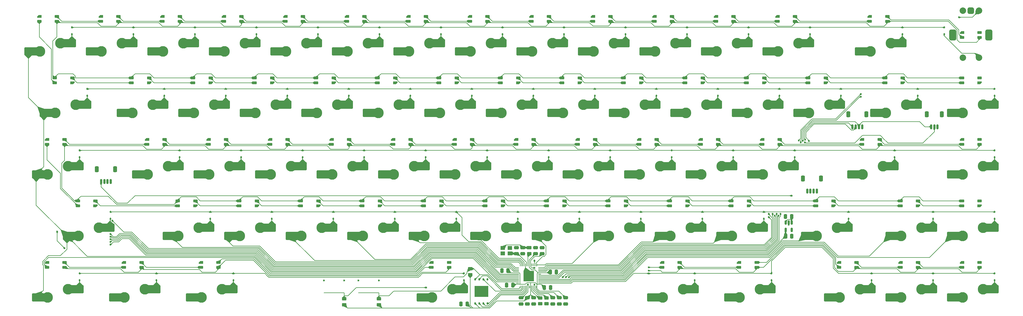
<source format=gbr>
%TF.GenerationSoftware,KiCad,Pcbnew,9.0.2*%
%TF.CreationDate,2025-06-21T23:14:43+02:00*%
%TF.ProjectId,MOD65,4d4f4436-352e-46b6-9963-61645f706362,2*%
%TF.SameCoordinates,Original*%
%TF.FileFunction,Copper,L2,Bot*%
%TF.FilePolarity,Positive*%
%FSLAX46Y46*%
G04 Gerber Fmt 4.6, Leading zero omitted, Abs format (unit mm)*
G04 Created by KiCad (PCBNEW 9.0.2) date 2025-06-21 23:14:43*
%MOMM*%
%LPD*%
G01*
G04 APERTURE LIST*
G04 Aperture macros list*
%AMRoundRect*
0 Rectangle with rounded corners*
0 $1 Rounding radius*
0 $2 $3 $4 $5 $6 $7 $8 $9 X,Y pos of 4 corners*
0 Add a 4 corners polygon primitive as box body*
4,1,4,$2,$3,$4,$5,$6,$7,$8,$9,$2,$3,0*
0 Add four circle primitives for the rounded corners*
1,1,$1+$1,$2,$3*
1,1,$1+$1,$4,$5*
1,1,$1+$1,$6,$7*
1,1,$1+$1,$8,$9*
0 Add four rect primitives between the rounded corners*
20,1,$1+$1,$2,$3,$4,$5,0*
20,1,$1+$1,$4,$5,$6,$7,0*
20,1,$1+$1,$6,$7,$8,$9,0*
20,1,$1+$1,$8,$9,$2,$3,0*%
%AMFreePoly0*
4,1,18,-0.410000,0.593000,-0.403758,0.624380,-0.385983,0.650983,-0.359380,0.668758,-0.328000,0.675000,0.328000,0.675000,0.359380,0.668758,0.385983,0.650983,0.403758,0.624380,0.410000,0.593000,0.410000,-0.593000,0.403758,-0.624380,0.385983,-0.650983,0.359380,-0.668758,0.328000,-0.675000,0.000000,-0.675000,-0.410000,-0.265000,-0.410000,0.593000,-0.410000,0.593000,$1*%
G04 Aperture macros list end*
%TA.AperFunction,ComponentPad*%
%ADD10C,2.000000*%
%TD*%
%TA.AperFunction,ComponentPad*%
%ADD11RoundRect,0.500000X-0.500000X0.500000X-0.500000X-0.500000X0.500000X-0.500000X0.500000X0.500000X0*%
%TD*%
%TA.AperFunction,ComponentPad*%
%ADD12RoundRect,0.550000X-0.550000X1.150000X-0.550000X-1.150000X0.550000X-1.150000X0.550000X1.150000X0*%
%TD*%
%TA.AperFunction,SMDPad,CuDef*%
%ADD13RoundRect,0.112500X0.112500X-0.187500X0.112500X0.187500X-0.112500X0.187500X-0.112500X-0.187500X0*%
%TD*%
%TA.AperFunction,SMDPad,CuDef*%
%ADD14RoundRect,0.082000X0.593000X-0.328000X0.593000X0.328000X-0.593000X0.328000X-0.593000X-0.328000X0*%
%TD*%
%TA.AperFunction,SMDPad,CuDef*%
%ADD15FreePoly0,90.000000*%
%TD*%
%TA.AperFunction,SMDPad,CuDef*%
%ADD16RoundRect,0.250000X0.450000X-0.262500X0.450000X0.262500X-0.450000X0.262500X-0.450000X-0.262500X0*%
%TD*%
%TA.AperFunction,ComponentPad*%
%ADD17C,3.300000*%
%TD*%
%TA.AperFunction,SMDPad,CuDef*%
%ADD18R,1.650000X2.500000*%
%TD*%
%TA.AperFunction,SMDPad,CuDef*%
%ADD19RoundRect,0.250000X-1.025000X-1.000000X1.025000X-1.000000X1.025000X1.000000X-1.025000X1.000000X0*%
%TD*%
%TA.AperFunction,SMDPad,CuDef*%
%ADD20RoundRect,0.250000X-0.250000X-0.475000X0.250000X-0.475000X0.250000X0.475000X-0.250000X0.475000X0*%
%TD*%
%TA.AperFunction,SMDPad,CuDef*%
%ADD21RoundRect,0.082000X-0.593000X0.328000X-0.593000X-0.328000X0.593000X-0.328000X0.593000X0.328000X0*%
%TD*%
%TA.AperFunction,SMDPad,CuDef*%
%ADD22FreePoly0,270.000000*%
%TD*%
%TA.AperFunction,SMDPad,CuDef*%
%ADD23RoundRect,0.250000X0.250000X0.475000X-0.250000X0.475000X-0.250000X-0.475000X0.250000X-0.475000X0*%
%TD*%
%TA.AperFunction,SMDPad,CuDef*%
%ADD24RoundRect,0.125000X-0.125000X0.200000X-0.125000X-0.200000X0.125000X-0.200000X0.125000X0.200000X0*%
%TD*%
%TA.AperFunction,HeatsinkPad*%
%ADD25R,4.300000X3.400000*%
%TD*%
%TA.AperFunction,SMDPad,CuDef*%
%ADD26RoundRect,0.250000X0.475000X-0.250000X0.475000X0.250000X-0.475000X0.250000X-0.475000X-0.250000X0*%
%TD*%
%TA.AperFunction,SMDPad,CuDef*%
%ADD27RoundRect,0.250000X-0.475000X0.250000X-0.475000X-0.250000X0.475000X-0.250000X0.475000X0.250000X0*%
%TD*%
%TA.AperFunction,SMDPad,CuDef*%
%ADD28RoundRect,0.150000X-0.150000X-0.625000X0.150000X-0.625000X0.150000X0.625000X-0.150000X0.625000X0*%
%TD*%
%TA.AperFunction,SMDPad,CuDef*%
%ADD29RoundRect,0.250000X-0.350000X-0.650000X0.350000X-0.650000X0.350000X0.650000X-0.350000X0.650000X0*%
%TD*%
%TA.AperFunction,SMDPad,CuDef*%
%ADD30RoundRect,0.150000X-0.150000X0.512500X-0.150000X-0.512500X0.150000X-0.512500X0.150000X0.512500X0*%
%TD*%
%TA.AperFunction,SMDPad,CuDef*%
%ADD31R,1.400000X1.200000*%
%TD*%
%TA.AperFunction,SMDPad,CuDef*%
%ADD32RoundRect,0.250000X-0.450000X0.262500X-0.450000X-0.262500X0.450000X-0.262500X0.450000X0.262500X0*%
%TD*%
%TA.AperFunction,SMDPad,CuDef*%
%ADD33RoundRect,0.050000X-0.387500X-0.050000X0.387500X-0.050000X0.387500X0.050000X-0.387500X0.050000X0*%
%TD*%
%TA.AperFunction,SMDPad,CuDef*%
%ADD34RoundRect,0.050000X-0.050000X-0.387500X0.050000X-0.387500X0.050000X0.387500X-0.050000X0.387500X0*%
%TD*%
%TA.AperFunction,HeatsinkPad*%
%ADD35R,3.200000X3.200000*%
%TD*%
%TA.AperFunction,ViaPad*%
%ADD36C,0.600000*%
%TD*%
%TA.AperFunction,Conductor*%
%ADD37C,0.200000*%
%TD*%
G04 APERTURE END LIST*
D10*
%TO.P,SW15,A,A*%
%TO.N,rot0*%
X326350000Y-30600000D03*
%TO.P,SW15,B,B*%
%TO.N,rot1*%
X321350000Y-30600000D03*
D11*
%TO.P,SW15,C,C*%
%TO.N,GND*%
X323850000Y-30600000D03*
D12*
%TO.P,SW15,MP*%
%TO.N,N/C*%
X329450000Y-38100000D03*
X318250000Y-38100000D03*
D10*
%TO.P,SW15,S1,S1*%
%TO.N,col14*%
X321350000Y-45100000D03*
%TO.P,SW15,S2,S2*%
%TO.N,Net-(D15-K)*%
X326350000Y-45100000D03*
%TD*%
D13*
%TO.P,D59,1,K*%
%TO.N,Net-(D59-K)*%
X47841250Y-114050000D03*
%TO.P,D59,2,A*%
%TO.N,row4*%
X47841250Y-111950000D03*
%TD*%
D14*
%TO.P,LED51,1,VDD*%
%TO.N,+5V*%
X173487500Y-89500000D03*
%TO.P,LED51,2,DOUT*%
%TO.N,Net-(LED50-DIN)*%
X173487500Y-91000000D03*
%TO.P,LED51,3,DIN*%
%TO.N,Net-(LED51-DIN)*%
X178937500Y-89500000D03*
D15*
%TO.P,LED51,4,VSS*%
%TO.N,GND*%
X178937500Y-91000000D03*
%TD*%
D14*
%TO.P,LED48,1,VDD*%
%TO.N,+5V*%
X116337500Y-89500000D03*
%TO.P,LED48,2,DOUT*%
%TO.N,Net-(LED47-DIN)*%
X116337500Y-91000000D03*
%TO.P,LED48,3,DIN*%
%TO.N,Net-(LED48-DIN)*%
X121787500Y-89500000D03*
D15*
%TO.P,LED48,4,VSS*%
%TO.N,GND*%
X121787500Y-91000000D03*
%TD*%
D16*
%TO.P,R1,1*%
%TO.N,+3V3*%
X168800000Y-112312500D03*
%TO.P,R1,2*%
%TO.N,MEM_SS*%
X168800000Y-110487500D03*
%TD*%
D17*
%TO.P,SW39,1,1*%
%TO.N,Net-(D39-K)*%
X208597500Y-78740000D03*
D18*
X210422500Y-78740000D03*
D19*
X212147500Y-78740000D03*
%TO.P,SW39,2,2*%
%TO.N,col8*%
X198697500Y-81280000D03*
D18*
X200447500Y-81280000D03*
D17*
X202247500Y-81280000D03*
%TD*%
D13*
%TO.P,D50,1,K*%
%TO.N,Net-(D50-K)*%
X164522500Y-95000000D03*
%TO.P,D50,2,A*%
%TO.N,row3*%
X164522500Y-92900000D03*
%TD*%
D17*
%TO.P,SW55,1,1*%
%TO.N,Net-(D55-K)*%
X256222500Y-97790000D03*
D18*
X258047500Y-97790000D03*
D19*
X259772500Y-97790000D03*
%TO.P,SW55,2,2*%
%TO.N,col11*%
X246322500Y-100330000D03*
D18*
X248072500Y-100330000D03*
D17*
X249872500Y-100330000D03*
%TD*%
D13*
%TO.P,D26,1,K*%
%TO.N,Net-(D26-K)*%
X245485000Y-56900000D03*
%TO.P,D26,2,A*%
%TO.N,row1*%
X245485000Y-54800000D03*
%TD*%
D20*
%TO.P,C11,1*%
%TO.N,GND*%
X178600000Y-111100000D03*
%TO.P,C11,2*%
%TO.N,+3V3*%
X180500000Y-111100000D03*
%TD*%
D17*
%TO.P,SW60,1,1*%
%TO.N,Net-(D60-K)*%
X68103750Y-116840000D03*
D18*
X69928750Y-116840000D03*
D19*
X71653750Y-116840000D03*
%TO.P,SW60,2,2*%
%TO.N,col1*%
X58203750Y-119380000D03*
D18*
X59953750Y-119380000D03*
D17*
X61753750Y-119380000D03*
%TD*%
D14*
%TO.P,LED45,1,VDD*%
%TO.N,+5V*%
X47281250Y-89500000D03*
%TO.P,LED45,2,DOUT*%
%TO.N,Net-(LED31-DIN)*%
X47281250Y-91000000D03*
%TO.P,LED45,3,DIN*%
%TO.N,Net-(LED45-DIN)*%
X52731250Y-89500000D03*
D15*
%TO.P,LED45,4,VSS*%
%TO.N,GND*%
X52731250Y-91000000D03*
%TD*%
D17*
%TO.P,SW23,1,1*%
%TO.N,Net-(D23-K)*%
X184785000Y-59690000D03*
D18*
X186610000Y-59690000D03*
D19*
X188335000Y-59690000D03*
%TO.P,SW23,2,2*%
%TO.N,col7*%
X174885000Y-62230000D03*
D18*
X176635000Y-62230000D03*
D17*
X178435000Y-62230000D03*
%TD*%
%TO.P,SW64,1,1*%
%TO.N,Net-(D64-K)*%
X258603750Y-116840000D03*
D18*
X260428750Y-116840000D03*
D19*
X262153750Y-116840000D03*
%TO.P,SW64,2,2*%
%TO.N,col11*%
X248703750Y-119380000D03*
D18*
X250453750Y-119380000D03*
D17*
X252253750Y-119380000D03*
%TD*%
D21*
%TO.P,LED15,1,VDD*%
%TO.N,+5V*%
X326575000Y-38850000D03*
%TO.P,LED15,2,DOUT*%
%TO.N,unconnected-(LED15-DOUT-Pad2)*%
X326575000Y-37350000D03*
%TO.P,LED15,3,DIN*%
%TO.N,Net-(LED14-DOUT)*%
X321125000Y-38850000D03*
D22*
%TO.P,LED15,4,VSS*%
%TO.N,GND*%
X321125000Y-37350000D03*
%TD*%
D13*
%TO.P,D13,1,K*%
%TO.N,Net-(D13-K)*%
X274060000Y-37850000D03*
%TO.P,D13,2,A*%
%TO.N,row0*%
X274060000Y-35750000D03*
%TD*%
D17*
%TO.P,SW37,1,1*%
%TO.N,Net-(D37-K)*%
X170497500Y-78740000D03*
D18*
X172322500Y-78740000D03*
D19*
X174047500Y-78740000D03*
%TO.P,SW37,2,2*%
%TO.N,col6*%
X160597500Y-81280000D03*
D18*
X162347500Y-81280000D03*
D17*
X164147500Y-81280000D03*
%TD*%
D21*
%TO.P,LED65,1,VDD*%
%TO.N,+5V*%
X288475000Y-110050000D03*
%TO.P,LED65,2,DOUT*%
%TO.N,Net-(LED65-DOUT)*%
X288475000Y-108550000D03*
%TO.P,LED65,3,DIN*%
%TO.N,Net-(LED64-DOUT)*%
X283025000Y-110050000D03*
D22*
%TO.P,LED65,4,VSS*%
%TO.N,GND*%
X283025000Y-108550000D03*
%TD*%
D17*
%TO.P,SW44,1,1*%
%TO.N,Net-(D44-K)*%
X327660000Y-78740000D03*
D18*
X329485000Y-78740000D03*
D19*
X331210000Y-78740000D03*
%TO.P,SW44,2,2*%
%TO.N,col14*%
X317760000Y-81280000D03*
D18*
X319510000Y-81280000D03*
D17*
X321310000Y-81280000D03*
%TD*%
D21*
%TO.P,LED31,1,VDD*%
%TO.N,+5V*%
X43206250Y-71950000D03*
%TO.P,LED31,2,DOUT*%
%TO.N,Net-(LED31-DOUT)*%
X43206250Y-70450000D03*
%TO.P,LED31,3,DIN*%
%TO.N,Net-(LED31-DIN)*%
X37756250Y-71950000D03*
D22*
%TO.P,LED31,4,VSS*%
%TO.N,GND*%
X37756250Y-70450000D03*
%TD*%
D23*
%TO.P,C16,1*%
%TO.N,+5V*%
X268350000Y-94300000D03*
%TO.P,C16,2*%
%TO.N,GND*%
X266450000Y-94300000D03*
%TD*%
D21*
%TO.P,LED64,1,VDD*%
%TO.N,+5V*%
X257518750Y-110050000D03*
%TO.P,LED64,2,DOUT*%
%TO.N,Net-(LED64-DOUT)*%
X257518750Y-108550000D03*
%TO.P,LED64,3,DIN*%
%TO.N,Net-(LED63-DOUT)*%
X252068750Y-110050000D03*
D22*
%TO.P,LED64,4,VSS*%
%TO.N,GND*%
X252068750Y-108550000D03*
%TD*%
D21*
%TO.P,LED33,1,VDD*%
%TO.N,+5V*%
X93212500Y-71950000D03*
%TO.P,LED33,2,DOUT*%
%TO.N,Net-(LED33-DOUT)*%
X93212500Y-70450000D03*
%TO.P,LED33,3,DIN*%
%TO.N,Net-(LED32-DOUT)*%
X87762500Y-71950000D03*
D22*
%TO.P,LED33,4,VSS*%
%TO.N,GND*%
X87762500Y-70450000D03*
%TD*%
D13*
%TO.P,D31,1,K*%
%TO.N,Net-(D31-K)*%
X47841250Y-75950000D03*
%TO.P,D31,2,A*%
%TO.N,row2*%
X47841250Y-73850000D03*
%TD*%
%TO.P,D56,1,K*%
%TO.N,Net-(D56-K)*%
X285966250Y-95000000D03*
%TO.P,D56,2,A*%
%TO.N,row3*%
X285966250Y-92900000D03*
%TD*%
D14*
%TO.P,LED26,1,VDD*%
%TO.N,+5V*%
X235400000Y-51400000D03*
%TO.P,LED26,2,DOUT*%
%TO.N,Net-(LED25-DIN)*%
X235400000Y-52900000D03*
%TO.P,LED26,3,DIN*%
%TO.N,Net-(LED26-DIN)*%
X240850000Y-51400000D03*
D15*
%TO.P,LED26,4,VSS*%
%TO.N,GND*%
X240850000Y-52900000D03*
%TD*%
D14*
%TO.P,LED21,1,VDD*%
%TO.N,+5V*%
X140150000Y-51400000D03*
%TO.P,LED21,2,DOUT*%
%TO.N,Net-(LED20-DIN)*%
X140150000Y-52900000D03*
%TO.P,LED21,3,DIN*%
%TO.N,Net-(LED21-DIN)*%
X145600000Y-51400000D03*
D15*
%TO.P,LED21,4,VSS*%
%TO.N,GND*%
X145600000Y-52900000D03*
%TD*%
D21*
%TO.P,LED6,1,VDD*%
%TO.N,+5V*%
X136075000Y-33850000D03*
%TO.P,LED6,2,DOUT*%
%TO.N,Net-(LED6-DOUT)*%
X136075000Y-32350000D03*
%TO.P,LED6,3,DIN*%
%TO.N,Net-(LED5-DOUT)*%
X130625000Y-33850000D03*
D22*
%TO.P,LED6,4,VSS*%
%TO.N,GND*%
X130625000Y-32350000D03*
%TD*%
D21*
%TO.P,LED61,1,VDD*%
%TO.N,+5V*%
X90831250Y-110050000D03*
%TO.P,LED61,2,DOUT*%
%TO.N,Net-(LED61-DOUT)*%
X90831250Y-108550000D03*
%TO.P,LED61,3,DIN*%
%TO.N,Net-(LED60-DOUT)*%
X85381250Y-110050000D03*
D22*
%TO.P,LED61,4,VSS*%
%TO.N,GND*%
X85381250Y-108550000D03*
%TD*%
D13*
%TO.P,D57,1,K*%
%TO.N,Net-(D57-K)*%
X312160000Y-95000000D03*
%TO.P,D57,2,A*%
%TO.N,row3*%
X312160000Y-92900000D03*
%TD*%
%TO.P,D60,1,K*%
%TO.N,Net-(D60-K)*%
X71653750Y-114050000D03*
%TO.P,D60,2,A*%
%TO.N,row4*%
X71653750Y-111950000D03*
%TD*%
D21*
%TO.P,LED13,1,VDD*%
%TO.N,+5V*%
X269425000Y-33850000D03*
%TO.P,LED13,2,DOUT*%
%TO.N,Net-(LED13-DOUT)*%
X269425000Y-32350000D03*
%TO.P,LED13,3,DIN*%
%TO.N,Net-(LED12-DOUT)*%
X263975000Y-33850000D03*
D22*
%TO.P,LED13,4,VSS*%
%TO.N,GND*%
X263975000Y-32350000D03*
%TD*%
D13*
%TO.P,D34,1,K*%
%TO.N,Net-(D34-K)*%
X116897500Y-75950000D03*
%TO.P,D34,2,A*%
%TO.N,row2*%
X116897500Y-73850000D03*
%TD*%
D17*
%TO.P,SW6,1,1*%
%TO.N,Net-(D6-K)*%
X137160000Y-40640000D03*
D18*
X138985000Y-40640000D03*
D19*
X140710000Y-40640000D03*
%TO.P,SW6,2,2*%
%TO.N,col5*%
X127260000Y-43180000D03*
D18*
X129010000Y-43180000D03*
D17*
X130810000Y-43180000D03*
%TD*%
D23*
%TO.P,C8,1*%
%TO.N,GND*%
X193700000Y-116350000D03*
%TO.P,C8,2*%
%TO.N,+3V3*%
X191800000Y-116350000D03*
%TD*%
D13*
%TO.P,D53,1,K*%
%TO.N,Net-(D53-K)*%
X221672500Y-95000000D03*
%TO.P,D53,2,A*%
%TO.N,row3*%
X221672500Y-92900000D03*
%TD*%
D14*
%TO.P,LED30,1,VDD*%
%TO.N,+5V*%
X321125000Y-51400000D03*
%TO.P,LED30,2,DOUT*%
%TO.N,Net-(LED29-DIN)*%
X321125000Y-52900000D03*
%TO.P,LED30,3,DIN*%
%TO.N,Net-(LED30-DIN)*%
X326575000Y-51400000D03*
D15*
%TO.P,LED30,4,VSS*%
%TO.N,GND*%
X326575000Y-52900000D03*
%TD*%
D13*
%TO.P,D58,1,K*%
%TO.N,Net-(D58-K)*%
X331210000Y-95000000D03*
%TO.P,D58,2,A*%
%TO.N,row3*%
X331210000Y-92900000D03*
%TD*%
%TO.P,D51,1,K*%
%TO.N,Net-(D51-K)*%
X183572500Y-95000000D03*
%TO.P,D51,2,A*%
%TO.N,row3*%
X183572500Y-92900000D03*
%TD*%
D21*
%TO.P,LED62,1,VDD*%
%TO.N,+5V*%
X162268750Y-110050000D03*
%TO.P,LED62,2,DOUT*%
%TO.N,Net-(LED62-DOUT)*%
X162268750Y-108550000D03*
%TO.P,LED62,3,DIN*%
%TO.N,Net-(LED61-DOUT)*%
X156818750Y-110050000D03*
D22*
%TO.P,LED62,4,VSS*%
%TO.N,GND*%
X156818750Y-108550000D03*
%TD*%
D17*
%TO.P,SW16,1,1*%
%TO.N,Net-(D16-K)*%
X46672500Y-59690000D03*
D18*
X48497500Y-59690000D03*
D19*
X50222500Y-59690000D03*
%TO.P,SW16,2,2*%
%TO.N,col0*%
X36772500Y-62230000D03*
D18*
X38522500Y-62230000D03*
D17*
X40322500Y-62230000D03*
%TD*%
D13*
%TO.P,D54,1,K*%
%TO.N,Net-(D54-K)*%
X240722500Y-95000000D03*
%TO.P,D54,2,A*%
%TO.N,row3*%
X240722500Y-92900000D03*
%TD*%
D17*
%TO.P,SW9,1,1*%
%TO.N,Net-(D9-K)*%
X194310000Y-40640000D03*
D18*
X196135000Y-40640000D03*
D19*
X197860000Y-40640000D03*
%TO.P,SW9,2,2*%
%TO.N,col8*%
X184410000Y-43180000D03*
D18*
X186160000Y-43180000D03*
D17*
X187960000Y-43180000D03*
%TD*%
%TO.P,SW49,1,1*%
%TO.N,Net-(D49-K)*%
X141922500Y-97790000D03*
D18*
X143747500Y-97790000D03*
D19*
X145472500Y-97790000D03*
%TO.P,SW49,2,2*%
%TO.N,col5*%
X132022500Y-100330000D03*
D18*
X133772500Y-100330000D03*
D17*
X135572500Y-100330000D03*
%TD*%
D24*
%TO.P,U1,1,~{CS}*%
%TO.N,MEM_SS*%
X170345000Y-113750000D03*
%TO.P,U1,2,SO/IO1*%
%TO.N,MEM_D1*%
X171615000Y-113750000D03*
%TO.P,U1,3,~{WP}/IO2*%
%TO.N,MEM_D2*%
X172885000Y-113750000D03*
%TO.P,U1,4,VSS*%
%TO.N,GND*%
X174155000Y-113750000D03*
%TO.P,U1,5,SI/IO0*%
%TO.N,MEM_D0*%
X174155000Y-121250000D03*
%TO.P,U1,6,SCLK*%
%TO.N,MEM_SCLK*%
X172885000Y-121250000D03*
%TO.P,U1,7,~{HOLD}/~{RESET}/IO3*%
%TO.N,MEM_D3*%
X171615000Y-121250000D03*
%TO.P,U1,8,VCC*%
%TO.N,+3V3*%
X170345000Y-121250000D03*
D25*
%TO.P,U1,9,PAD*%
%TO.N,GND*%
X172250000Y-117500000D03*
%TD*%
D17*
%TO.P,SW36,1,1*%
%TO.N,Net-(D36-K)*%
X151447500Y-78740000D03*
D18*
X153272500Y-78740000D03*
D19*
X154997500Y-78740000D03*
%TO.P,SW36,2,2*%
%TO.N,col5*%
X141547500Y-81280000D03*
D18*
X143297500Y-81280000D03*
D17*
X145097500Y-81280000D03*
%TD*%
D21*
%TO.P,LED60,1,VDD*%
%TO.N,+5V*%
X67018750Y-110050000D03*
%TO.P,LED60,2,DOUT*%
%TO.N,Net-(LED60-DOUT)*%
X67018750Y-108550000D03*
%TO.P,LED60,3,DIN*%
%TO.N,Net-(LED59-DOUT)*%
X61568750Y-110050000D03*
D22*
%TO.P,LED60,4,VSS*%
%TO.N,GND*%
X61568750Y-108550000D03*
%TD*%
D17*
%TO.P,SW54,1,1*%
%TO.N,Net-(D54-K)*%
X237172500Y-97790000D03*
D18*
X238997500Y-97790000D03*
D19*
X240722500Y-97790000D03*
%TO.P,SW54,2,2*%
%TO.N,col10*%
X227272500Y-100330000D03*
D18*
X229022500Y-100330000D03*
D17*
X230822500Y-100330000D03*
%TD*%
D13*
%TO.P,D45,1,K*%
%TO.N,Net-(D45-K)*%
X57366250Y-95000000D03*
%TO.P,D45,2,A*%
%TO.N,row3*%
X57366250Y-92900000D03*
%TD*%
D21*
%TO.P,LED43,1,VDD*%
%TO.N,+5V*%
X295618750Y-71950000D03*
%TO.P,LED43,2,DOUT*%
%TO.N,Net-(LED43-DOUT)*%
X295618750Y-70450000D03*
%TO.P,LED43,3,DIN*%
%TO.N,Net-(LED42-DOUT)*%
X290168750Y-71950000D03*
D22*
%TO.P,LED43,4,VSS*%
%TO.N,GND*%
X290168750Y-70450000D03*
%TD*%
D14*
%TO.P,LED19,1,VDD*%
%TO.N,+5V*%
X102050000Y-51400000D03*
%TO.P,LED19,2,DOUT*%
%TO.N,Net-(LED18-DIN)*%
X102050000Y-52900000D03*
%TO.P,LED19,3,DIN*%
%TO.N,Net-(LED19-DIN)*%
X107500000Y-51400000D03*
D15*
%TO.P,LED19,4,VSS*%
%TO.N,GND*%
X107500000Y-52900000D03*
%TD*%
D21*
%TO.P,LED34,1,VDD*%
%TO.N,+5V*%
X112262500Y-71950000D03*
%TO.P,LED34,2,DOUT*%
%TO.N,Net-(LED34-DOUT)*%
X112262500Y-70450000D03*
%TO.P,LED34,3,DIN*%
%TO.N,Net-(LED33-DOUT)*%
X106812500Y-71950000D03*
D22*
%TO.P,LED34,4,VSS*%
%TO.N,GND*%
X106812500Y-70450000D03*
%TD*%
D17*
%TO.P,SW48,1,1*%
%TO.N,Net-(D48-K)*%
X122872500Y-97790000D03*
D18*
X124697500Y-97790000D03*
D19*
X126422500Y-97790000D03*
%TO.P,SW48,2,2*%
%TO.N,col4*%
X112972500Y-100330000D03*
D18*
X114722500Y-100330000D03*
D17*
X116522500Y-100330000D03*
%TD*%
D20*
%TO.P,C17,1*%
%TO.N,+3V3*%
X266490000Y-100400000D03*
%TO.P,C17,2*%
%TO.N,GND*%
X268390000Y-100400000D03*
%TD*%
D13*
%TO.P,D18,1,K*%
%TO.N,Net-(D18-K)*%
X93085000Y-56900000D03*
%TO.P,D18,2,A*%
%TO.N,row1*%
X93085000Y-54800000D03*
%TD*%
%TO.P,D16,1,K*%
%TO.N,Net-(D16-K)*%
X50222500Y-56900000D03*
%TO.P,D16,2,A*%
%TO.N,row1*%
X50222500Y-54800000D03*
%TD*%
%TO.P,D62,1,K*%
%TO.N,Net-(D62-K)*%
X166903750Y-114050000D03*
%TO.P,D62,2,A*%
%TO.N,row4*%
X166903750Y-111950000D03*
%TD*%
D17*
%TO.P,SW22,1,1*%
%TO.N,Net-(D22-K)*%
X165735000Y-59690000D03*
D18*
X167560000Y-59690000D03*
D19*
X169285000Y-59690000D03*
%TO.P,SW22,2,2*%
%TO.N,col6*%
X155835000Y-62230000D03*
D18*
X157585000Y-62230000D03*
D17*
X159385000Y-62230000D03*
%TD*%
D21*
%TO.P,LED7,1,VDD*%
%TO.N,+5V*%
X155125000Y-33850000D03*
%TO.P,LED7,2,DOUT*%
%TO.N,Net-(LED7-DOUT)*%
X155125000Y-32350000D03*
%TO.P,LED7,3,DIN*%
%TO.N,Net-(LED6-DOUT)*%
X149675000Y-33850000D03*
D22*
%TO.P,LED7,4,VSS*%
%TO.N,GND*%
X149675000Y-32350000D03*
%TD*%
D17*
%TO.P,SW25,1,1*%
%TO.N,Net-(D25-K)*%
X222885000Y-59690000D03*
D18*
X224710000Y-59690000D03*
D19*
X226435000Y-59690000D03*
%TO.P,SW25,2,2*%
%TO.N,col9*%
X212985000Y-62230000D03*
D18*
X214735000Y-62230000D03*
D17*
X216535000Y-62230000D03*
%TD*%
D13*
%TO.P,D42,1,K*%
%TO.N,Net-(D42-K)*%
X269297500Y-75950000D03*
%TO.P,D42,2,A*%
%TO.N,row2*%
X269297500Y-73850000D03*
%TD*%
D17*
%TO.P,SW42,1,1*%
%TO.N,Net-(D42-K)*%
X265747500Y-78740000D03*
D18*
X267572500Y-78740000D03*
D19*
X269297500Y-78740000D03*
%TO.P,SW42,2,2*%
%TO.N,col11*%
X255847500Y-81280000D03*
D18*
X257597500Y-81280000D03*
D17*
X259397500Y-81280000D03*
%TD*%
%TO.P,SW3,1,1*%
%TO.N,Net-(D3-K)*%
X80010000Y-40640000D03*
D18*
X81835000Y-40640000D03*
D19*
X83560000Y-40640000D03*
%TO.P,SW3,2,2*%
%TO.N,col2*%
X70110000Y-43180000D03*
D18*
X71860000Y-43180000D03*
D17*
X73660000Y-43180000D03*
%TD*%
D14*
%TO.P,LED28,1,VDD*%
%TO.N,+5V*%
X273500000Y-51400000D03*
%TO.P,LED28,2,DOUT*%
%TO.N,Net-(LED27-DIN)*%
X273500000Y-52900000D03*
%TO.P,LED28,3,DIN*%
%TO.N,Net-(LED28-DIN)*%
X278950000Y-51400000D03*
D15*
%TO.P,LED28,4,VSS*%
%TO.N,GND*%
X278950000Y-52900000D03*
%TD*%
D13*
%TO.P,D36,1,K*%
%TO.N,Net-(D36-K)*%
X154997500Y-75950000D03*
%TO.P,D36,2,A*%
%TO.N,row2*%
X154997500Y-73850000D03*
%TD*%
%TO.P,D40,1,K*%
%TO.N,Net-(D40-K)*%
X231197500Y-75950000D03*
%TO.P,D40,2,A*%
%TO.N,row2*%
X231197500Y-73850000D03*
%TD*%
D17*
%TO.P,SW32,1,1*%
%TO.N,Net-(D32-K)*%
X75247500Y-78740000D03*
D18*
X77072500Y-78740000D03*
D19*
X78797500Y-78740000D03*
%TO.P,SW32,2,2*%
%TO.N,col1*%
X65347500Y-81280000D03*
D18*
X67097500Y-81280000D03*
D17*
X68897500Y-81280000D03*
%TD*%
D26*
%TO.P,C12,1*%
%TO.N,GND*%
X194407135Y-121400000D03*
%TO.P,C12,2*%
%TO.N,+1V1*%
X194407135Y-119500000D03*
%TD*%
D16*
%TO.P,R3,1*%
%TO.N,D-*%
X192435708Y-121362500D03*
%TO.P,R3,2*%
%TO.N,Net-(U3-USB_DM)*%
X192435708Y-119537500D03*
%TD*%
D17*
%TO.P,SW28,1,1*%
%TO.N,Net-(D28-K)*%
X280035000Y-59690000D03*
D18*
X281860000Y-59690000D03*
D19*
X283585000Y-59690000D03*
%TO.P,SW28,2,2*%
%TO.N,col12*%
X270135000Y-62230000D03*
D18*
X271885000Y-62230000D03*
D17*
X273685000Y-62230000D03*
%TD*%
%TO.P,SW62,1,1*%
%TO.N,Net-(D62-K)*%
X163353750Y-116840000D03*
D18*
X165178750Y-116840000D03*
D19*
X166903750Y-116840000D03*
%TO.P,SW62,2,2*%
%TO.N,col6*%
X153453750Y-119380000D03*
D18*
X155203750Y-119380000D03*
D17*
X157003750Y-119380000D03*
%TD*%
%TO.P,SW2,1,1*%
%TO.N,Net-(D2-K)*%
X60960000Y-40640000D03*
D18*
X62785000Y-40640000D03*
D19*
X64510000Y-40640000D03*
%TO.P,SW2,2,2*%
%TO.N,col1*%
X51060000Y-43180000D03*
D18*
X52810000Y-43180000D03*
D17*
X54610000Y-43180000D03*
%TD*%
D13*
%TO.P,D27,1,K*%
%TO.N,Net-(D27-K)*%
X264535000Y-56900000D03*
%TO.P,D27,2,A*%
%TO.N,row1*%
X264535000Y-54800000D03*
%TD*%
D17*
%TO.P,SW10,1,1*%
%TO.N,Net-(D10-K)*%
X213360000Y-40640000D03*
D18*
X215185000Y-40640000D03*
D19*
X216910000Y-40640000D03*
%TO.P,SW10,2,2*%
%TO.N,col9*%
X203460000Y-43180000D03*
D18*
X205210000Y-43180000D03*
D17*
X207010000Y-43180000D03*
%TD*%
%TO.P,SW46,1,1*%
%TO.N,Net-(D46-K)*%
X84772500Y-97790000D03*
D18*
X86597500Y-97790000D03*
D19*
X88322500Y-97790000D03*
%TO.P,SW46,2,2*%
%TO.N,col2*%
X74872500Y-100330000D03*
D18*
X76622500Y-100330000D03*
D17*
X78422500Y-100330000D03*
%TD*%
D21*
%TO.P,LED12,1,VDD*%
%TO.N,+5V*%
X250375000Y-33850000D03*
%TO.P,LED12,2,DOUT*%
%TO.N,Net-(LED12-DOUT)*%
X250375000Y-32350000D03*
%TO.P,LED12,3,DIN*%
%TO.N,Net-(LED11-DOUT)*%
X244925000Y-33850000D03*
D22*
%TO.P,LED12,4,VSS*%
%TO.N,GND*%
X244925000Y-32350000D03*
%TD*%
D26*
%TO.P,C6,1*%
%TO.N,GND*%
X198349989Y-121400000D03*
%TO.P,C6,2*%
%TO.N,+3V3*%
X198349989Y-119500000D03*
%TD*%
D21*
%TO.P,LED41,1,VDD*%
%TO.N,+5V*%
X245612500Y-71950000D03*
%TO.P,LED41,2,DOUT*%
%TO.N,Net-(LED41-DOUT)*%
X245612500Y-70450000D03*
%TO.P,LED41,3,DIN*%
%TO.N,Net-(LED40-DOUT)*%
X240162500Y-71950000D03*
D22*
%TO.P,LED41,4,VSS*%
%TO.N,GND*%
X240162500Y-70450000D03*
%TD*%
D17*
%TO.P,SW31,1,1*%
%TO.N,Net-(D31-K)*%
X44291250Y-78740000D03*
D18*
X46116250Y-78740000D03*
D19*
X47841250Y-78740000D03*
%TO.P,SW31,2,2*%
%TO.N,col0*%
X34391250Y-81280000D03*
D18*
X36141250Y-81280000D03*
D17*
X37941250Y-81280000D03*
%TD*%
%TO.P,SW14,1,1*%
%TO.N,Net-(D14-K)*%
X299085000Y-40640000D03*
D18*
X300910000Y-40640000D03*
D19*
X302635000Y-40640000D03*
%TO.P,SW14,2,2*%
%TO.N,col13*%
X289185000Y-43180000D03*
D18*
X290935000Y-43180000D03*
D17*
X292735000Y-43180000D03*
%TD*%
%TO.P,SW13,1,1*%
%TO.N,Net-(D13-K)*%
X270510000Y-40640000D03*
D18*
X272335000Y-40640000D03*
D19*
X274060000Y-40640000D03*
%TO.P,SW13,2,2*%
%TO.N,col12*%
X260610000Y-43180000D03*
D18*
X262360000Y-43180000D03*
D17*
X264160000Y-43180000D03*
%TD*%
D21*
%TO.P,LED42,1,VDD*%
%TO.N,+5V*%
X264662500Y-71950000D03*
%TO.P,LED42,2,DOUT*%
%TO.N,Net-(LED42-DOUT)*%
X264662500Y-70450000D03*
%TO.P,LED42,3,DIN*%
%TO.N,Net-(LED41-DOUT)*%
X259212500Y-71950000D03*
D22*
%TO.P,LED42,4,VSS*%
%TO.N,GND*%
X259212500Y-70450000D03*
%TD*%
D13*
%TO.P,D63,1,K*%
%TO.N,Net-(D63-K)*%
X238341250Y-114050000D03*
%TO.P,D63,2,A*%
%TO.N,row4*%
X238341250Y-111950000D03*
%TD*%
%TO.P,D64,1,K*%
%TO.N,Net-(D64-K)*%
X262153750Y-114050000D03*
%TO.P,D64,2,A*%
%TO.N,row4*%
X262153750Y-111950000D03*
%TD*%
D21*
%TO.P,LED67,1,VDD*%
%TO.N,+5V*%
X326575000Y-110050000D03*
%TO.P,LED67,2,DOUT*%
%TO.N,Net-(LED58-DIN)*%
X326575000Y-108550000D03*
%TO.P,LED67,3,DIN*%
%TO.N,Net-(LED66-DOUT)*%
X321125000Y-110050000D03*
D22*
%TO.P,LED67,4,VSS*%
%TO.N,GND*%
X321125000Y-108550000D03*
%TD*%
D13*
%TO.P,D33,1,K*%
%TO.N,Net-(D33-K)*%
X97847500Y-75950000D03*
%TO.P,D33,2,A*%
%TO.N,row2*%
X97847500Y-73850000D03*
%TD*%
%TO.P,D11,1,K*%
%TO.N,Net-(D11-K)*%
X235960000Y-37850000D03*
%TO.P,D11,2,A*%
%TO.N,row0*%
X235960000Y-35750000D03*
%TD*%
%TO.P,D12,1,K*%
%TO.N,Net-(D12-K)*%
X255010000Y-37850000D03*
%TO.P,D12,2,A*%
%TO.N,row0*%
X255010000Y-35750000D03*
%TD*%
D27*
%TO.P,C2,1*%
%TO.N,GND*%
X191050000Y-103950000D03*
%TO.P,C2,2*%
%TO.N,+1V1*%
X191050000Y-105850000D03*
%TD*%
D13*
%TO.P,D48,1,K*%
%TO.N,Net-(D48-K)*%
X126422500Y-95000000D03*
%TO.P,D48,2,A*%
%TO.N,row3*%
X126422500Y-92900000D03*
%TD*%
%TO.P,D67,1,K*%
%TO.N,Net-(D67-K)*%
X331210000Y-114050000D03*
%TO.P,D67,2,A*%
%TO.N,row4*%
X331210000Y-111950000D03*
%TD*%
%TO.P,D46,1,K*%
%TO.N,Net-(D46-K)*%
X88322500Y-95000000D03*
%TO.P,D46,2,A*%
%TO.N,row3*%
X88322500Y-92900000D03*
%TD*%
D28*
%TO.P,J3,1,Pin_1*%
%TO.N,+5V*%
X54500000Y-83500000D03*
%TO.P,J3,2,Pin_2*%
%TO.N,LEDD*%
X55500000Y-83500000D03*
%TO.P,J3,3,Pin_3*%
%TO.N,LEDC*%
X56500000Y-83500000D03*
%TO.P,J3,4,Pin_4*%
%TO.N,GND*%
X57500000Y-83500000D03*
D29*
%TO.P,J3,MP*%
%TO.N,N/C*%
X53200000Y-79625000D03*
X58800000Y-79625000D03*
%TD*%
D17*
%TO.P,SW33,1,1*%
%TO.N,Net-(D33-K)*%
X94297500Y-78740000D03*
D18*
X96122500Y-78740000D03*
D19*
X97847500Y-78740000D03*
%TO.P,SW33,2,2*%
%TO.N,col2*%
X84397500Y-81280000D03*
D18*
X86147500Y-81280000D03*
D17*
X87947500Y-81280000D03*
%TD*%
%TO.P,SW1,1,1*%
%TO.N,Net-(D1-K)*%
X41910000Y-40640000D03*
D18*
X43735000Y-40640000D03*
D19*
X45460000Y-40640000D03*
%TO.P,SW1,2,2*%
%TO.N,col0*%
X32010000Y-43180000D03*
D18*
X33760000Y-43180000D03*
D17*
X35560000Y-43180000D03*
%TD*%
D21*
%TO.P,LED37,1,VDD*%
%TO.N,+5V*%
X169412500Y-71950000D03*
%TO.P,LED37,2,DOUT*%
%TO.N,Net-(LED37-DOUT)*%
X169412500Y-70450000D03*
%TO.P,LED37,3,DIN*%
%TO.N,Net-(LED36-DOUT)*%
X163962500Y-71950000D03*
D22*
%TO.P,LED37,4,VSS*%
%TO.N,GND*%
X163962500Y-70450000D03*
%TD*%
D30*
%TO.P,U2,1,VIN*%
%TO.N,+5V*%
X266487500Y-96212500D03*
%TO.P,U2,2,GND*%
%TO.N,GND*%
X267437500Y-96212500D03*
%TO.P,U2,3,CE*%
%TO.N,+5V*%
X268387500Y-96212500D03*
%TO.P,U2,4,NC*%
%TO.N,unconnected-(U2-NC-Pad4)*%
X268387500Y-98487500D03*
%TO.P,U2,5,VOUT*%
%TO.N,+3V3*%
X266487500Y-98487500D03*
%TD*%
D13*
%TO.P,D23,1,K*%
%TO.N,Net-(D23-K)*%
X188335000Y-56900000D03*
%TO.P,D23,2,A*%
%TO.N,row1*%
X188335000Y-54800000D03*
%TD*%
D21*
%TO.P,LED38,1,VDD*%
%TO.N,+5V*%
X188462500Y-71950000D03*
%TO.P,LED38,2,DOUT*%
%TO.N,Net-(LED38-DOUT)*%
X188462500Y-70450000D03*
%TO.P,LED38,3,DIN*%
%TO.N,Net-(LED37-DOUT)*%
X183012500Y-71950000D03*
D22*
%TO.P,LED38,4,VSS*%
%TO.N,GND*%
X183012500Y-70450000D03*
%TD*%
D14*
%TO.P,LED54,1,VDD*%
%TO.N,+5V*%
X230637500Y-89500000D03*
%TO.P,LED54,2,DOUT*%
%TO.N,Net-(LED53-DIN)*%
X230637500Y-91000000D03*
%TO.P,LED54,3,DIN*%
%TO.N,Net-(LED54-DIN)*%
X236087500Y-89500000D03*
D15*
%TO.P,LED54,4,VSS*%
%TO.N,GND*%
X236087500Y-91000000D03*
%TD*%
D13*
%TO.P,D21,1,K*%
%TO.N,Net-(D21-K)*%
X150235000Y-56900000D03*
%TO.P,D21,2,A*%
%TO.N,row1*%
X150235000Y-54800000D03*
%TD*%
D26*
%TO.P,C13,1*%
%TO.N,GND*%
X196378562Y-121400000D03*
%TO.P,C13,2*%
%TO.N,+3V3*%
X196378562Y-119500000D03*
%TD*%
D17*
%TO.P,SW29,1,1*%
%TO.N,Net-(D29-K)*%
X303847500Y-59690000D03*
D18*
X305672500Y-59690000D03*
D19*
X307397500Y-59690000D03*
%TO.P,SW29,2,2*%
%TO.N,col13*%
X293947500Y-62230000D03*
D18*
X295697500Y-62230000D03*
D17*
X297497500Y-62230000D03*
%TD*%
D21*
%TO.P,LED2,1,VDD*%
%TO.N,+5V*%
X59875000Y-33850000D03*
%TO.P,LED2,2,DOUT*%
%TO.N,Net-(LED2-DOUT)*%
X59875000Y-32350000D03*
%TO.P,LED2,3,DIN*%
%TO.N,Net-(LED1-DOUT)*%
X54425000Y-33850000D03*
D22*
%TO.P,LED2,4,VSS*%
%TO.N,GND*%
X54425000Y-32350000D03*
%TD*%
D27*
%TO.P,C7,1*%
%TO.N,GND*%
X189062500Y-103950000D03*
%TO.P,C7,2*%
%TO.N,+3V3*%
X189062500Y-105850000D03*
%TD*%
D17*
%TO.P,SW11,1,1*%
%TO.N,Net-(D11-K)*%
X232410000Y-40640000D03*
D18*
X234235000Y-40640000D03*
D19*
X235960000Y-40640000D03*
%TO.P,SW11,2,2*%
%TO.N,col10*%
X222510000Y-43180000D03*
D18*
X224260000Y-43180000D03*
D17*
X226060000Y-43180000D03*
%TD*%
%TO.P,SW61,1,1*%
%TO.N,Net-(D61-K)*%
X91916250Y-116840000D03*
D18*
X93741250Y-116840000D03*
D19*
X95466250Y-116840000D03*
%TO.P,SW61,2,2*%
%TO.N,col2*%
X82016250Y-119380000D03*
D18*
X83766250Y-119380000D03*
D17*
X85566250Y-119380000D03*
%TD*%
D13*
%TO.P,D61,1,K*%
%TO.N,Net-(D61-K)*%
X95466250Y-114050000D03*
%TO.P,D61,2,A*%
%TO.N,row4*%
X95466250Y-111950000D03*
%TD*%
D14*
%TO.P,LED46,1,VDD*%
%TO.N,+5V*%
X78237500Y-89500000D03*
%TO.P,LED46,2,DOUT*%
%TO.N,Net-(LED45-DIN)*%
X78237500Y-91000000D03*
%TO.P,LED46,3,DIN*%
%TO.N,Net-(LED46-DIN)*%
X83687500Y-89500000D03*
D15*
%TO.P,LED46,4,VSS*%
%TO.N,GND*%
X83687500Y-91000000D03*
%TD*%
D13*
%TO.P,D38,1,K*%
%TO.N,Net-(D38-K)*%
X193097500Y-75950000D03*
%TO.P,D38,2,A*%
%TO.N,row2*%
X193097500Y-73850000D03*
%TD*%
%TO.P,D30,1,K*%
%TO.N,Net-(D30-K)*%
X331210000Y-56900000D03*
%TO.P,D30,2,A*%
%TO.N,row1*%
X331210000Y-54800000D03*
%TD*%
D17*
%TO.P,SW58,1,1*%
%TO.N,Net-(D58-K)*%
X327660000Y-97790000D03*
D18*
X329485000Y-97790000D03*
D19*
X331210000Y-97790000D03*
%TO.P,SW58,2,2*%
%TO.N,col14*%
X317760000Y-100330000D03*
D18*
X319510000Y-100330000D03*
D17*
X321310000Y-100330000D03*
%TD*%
%TO.P,SW65,1,1*%
%TO.N,Net-(D65-K)*%
X289560000Y-116840000D03*
D18*
X291385000Y-116840000D03*
D19*
X293110000Y-116840000D03*
%TO.P,SW65,2,2*%
%TO.N,col12*%
X279660000Y-119380000D03*
D18*
X281410000Y-119380000D03*
D17*
X283210000Y-119380000D03*
%TD*%
D21*
%TO.P,LED3,1,VDD*%
%TO.N,+5V*%
X78925000Y-33850000D03*
%TO.P,LED3,2,DOUT*%
%TO.N,Net-(LED3-DOUT)*%
X78925000Y-32350000D03*
%TO.P,LED3,3,DIN*%
%TO.N,Net-(LED2-DOUT)*%
X73475000Y-33850000D03*
D22*
%TO.P,LED3,4,VSS*%
%TO.N,GND*%
X73475000Y-32350000D03*
%TD*%
D26*
%TO.P,C3,1*%
%TO.N,GND*%
X184550000Y-121400000D03*
%TO.P,C3,2*%
%TO.N,+1V1*%
X184550000Y-119500000D03*
%TD*%
D14*
%TO.P,LED52,1,VDD*%
%TO.N,+5V*%
X192537500Y-89500000D03*
%TO.P,LED52,2,DOUT*%
%TO.N,Net-(LED51-DIN)*%
X192537500Y-91000000D03*
%TO.P,LED52,3,DIN*%
%TO.N,Net-(LED52-DIN)*%
X197987500Y-89500000D03*
D15*
%TO.P,LED52,4,VSS*%
%TO.N,GND*%
X197987500Y-91000000D03*
%TD*%
D14*
%TO.P,LED23,1,VDD*%
%TO.N,+5V*%
X178250000Y-51400000D03*
%TO.P,LED23,2,DOUT*%
%TO.N,Net-(LED22-DIN)*%
X178250000Y-52900000D03*
%TO.P,LED23,3,DIN*%
%TO.N,Net-(LED23-DIN)*%
X183700000Y-51400000D03*
D15*
%TO.P,LED23,4,VSS*%
%TO.N,GND*%
X183700000Y-52900000D03*
%TD*%
D21*
%TO.P,LED63,1,VDD*%
%TO.N,+5V*%
X233706250Y-110050000D03*
%TO.P,LED63,2,DOUT*%
%TO.N,Net-(LED63-DOUT)*%
X233706250Y-108550000D03*
%TO.P,LED63,3,DIN*%
%TO.N,Net-(LED62-DOUT)*%
X228256250Y-110050000D03*
D22*
%TO.P,LED63,4,VSS*%
%TO.N,GND*%
X228256250Y-108550000D03*
%TD*%
D13*
%TO.P,D35,1,K*%
%TO.N,Net-(D35-K)*%
X135947500Y-75950000D03*
%TO.P,D35,2,A*%
%TO.N,row2*%
X135947500Y-73850000D03*
%TD*%
D20*
%TO.P,C1,1*%
%TO.N,GND*%
X165950000Y-121400000D03*
%TO.P,C1,2*%
%TO.N,+3V3*%
X167850000Y-121400000D03*
%TD*%
D17*
%TO.P,SW53,1,1*%
%TO.N,Net-(D53-K)*%
X218122500Y-97790000D03*
D18*
X219947500Y-97790000D03*
D19*
X221672500Y-97790000D03*
%TO.P,SW53,2,2*%
%TO.N,col9*%
X208222500Y-100330000D03*
D18*
X209972500Y-100330000D03*
D17*
X211772500Y-100330000D03*
%TD*%
D14*
%TO.P,LED55,1,VDD*%
%TO.N,+5V*%
X249687500Y-89500000D03*
%TO.P,LED55,2,DOUT*%
%TO.N,Net-(LED54-DIN)*%
X249687500Y-91000000D03*
%TO.P,LED55,3,DIN*%
%TO.N,Net-(LED55-DIN)*%
X255137500Y-89500000D03*
D15*
%TO.P,LED55,4,VSS*%
%TO.N,GND*%
X255137500Y-91000000D03*
%TD*%
D17*
%TO.P,SW67,1,1*%
%TO.N,Net-(D67-K)*%
X327660000Y-116840000D03*
D18*
X329485000Y-116840000D03*
D19*
X331210000Y-116840000D03*
%TO.P,SW67,2,2*%
%TO.N,col14*%
X317760000Y-119380000D03*
D18*
X319510000Y-119380000D03*
D17*
X321310000Y-119380000D03*
%TD*%
%TO.P,SW8,1,1*%
%TO.N,Net-(D8-K)*%
X175260000Y-40640000D03*
D18*
X177085000Y-40640000D03*
D19*
X178810000Y-40640000D03*
%TO.P,SW8,2,2*%
%TO.N,col7*%
X165360000Y-43180000D03*
D18*
X167110000Y-43180000D03*
D17*
X168910000Y-43180000D03*
%TD*%
D14*
%TO.P,LED47,1,VDD*%
%TO.N,+5V*%
X97287500Y-89500000D03*
%TO.P,LED47,2,DOUT*%
%TO.N,Net-(LED46-DIN)*%
X97287500Y-91000000D03*
%TO.P,LED47,3,DIN*%
%TO.N,Net-(LED47-DIN)*%
X102737500Y-89500000D03*
D15*
%TO.P,LED47,4,VSS*%
%TO.N,GND*%
X102737500Y-91000000D03*
%TD*%
D17*
%TO.P,SW34,1,1*%
%TO.N,Net-(D34-K)*%
X113347500Y-78740000D03*
D18*
X115172500Y-78740000D03*
D19*
X116897500Y-78740000D03*
%TO.P,SW34,2,2*%
%TO.N,col3*%
X103447500Y-81280000D03*
D18*
X105197500Y-81280000D03*
D17*
X106997500Y-81280000D03*
%TD*%
D13*
%TO.P,D17,1,K*%
%TO.N,Net-(D17-K)*%
X74035000Y-56900000D03*
%TO.P,D17,2,A*%
%TO.N,row1*%
X74035000Y-54800000D03*
%TD*%
D27*
%TO.P,C14,1*%
%TO.N,XOUT*%
X185087500Y-103950000D03*
%TO.P,C14,2*%
%TO.N,GND*%
X185087500Y-105850000D03*
%TD*%
D13*
%TO.P,D37,1,K*%
%TO.N,Net-(D37-K)*%
X174047500Y-75950000D03*
%TO.P,D37,2,A*%
%TO.N,row2*%
X174047500Y-73850000D03*
%TD*%
%TO.P,D3,1,K*%
%TO.N,Net-(D3-K)*%
X83560000Y-37850000D03*
%TO.P,D3,2,A*%
%TO.N,row0*%
X83560000Y-35750000D03*
%TD*%
D21*
%TO.P,LED66,1,VDD*%
%TO.N,+5V*%
X307525000Y-110050000D03*
%TO.P,LED66,2,DOUT*%
%TO.N,Net-(LED66-DOUT)*%
X307525000Y-108550000D03*
%TO.P,LED66,3,DIN*%
%TO.N,Net-(LED65-DOUT)*%
X302075000Y-110050000D03*
D22*
%TO.P,LED66,4,VSS*%
%TO.N,GND*%
X302075000Y-108550000D03*
%TD*%
D17*
%TO.P,SW35,1,1*%
%TO.N,Net-(D35-K)*%
X132397500Y-78740000D03*
D18*
X134222500Y-78740000D03*
D19*
X135947500Y-78740000D03*
%TO.P,SW35,2,2*%
%TO.N,col4*%
X122497500Y-81280000D03*
D18*
X124247500Y-81280000D03*
D17*
X126047500Y-81280000D03*
%TD*%
D21*
%TO.P,LED8,1,VDD*%
%TO.N,+5V*%
X174175000Y-33850000D03*
%TO.P,LED8,2,DOUT*%
%TO.N,Net-(LED8-DOUT)*%
X174175000Y-32350000D03*
%TO.P,LED8,3,DIN*%
%TO.N,Net-(LED7-DOUT)*%
X168725000Y-33850000D03*
D22*
%TO.P,LED8,4,VSS*%
%TO.N,GND*%
X168725000Y-32350000D03*
%TD*%
D13*
%TO.P,D65,1,K*%
%TO.N,Net-(D65-K)*%
X293110000Y-114050000D03*
%TO.P,D65,2,A*%
%TO.N,row4*%
X293110000Y-111950000D03*
%TD*%
D17*
%TO.P,SW40,1,1*%
%TO.N,Net-(D40-K)*%
X227647500Y-78740000D03*
D18*
X229472500Y-78740000D03*
D19*
X231197500Y-78740000D03*
%TO.P,SW40,2,2*%
%TO.N,col9*%
X217747500Y-81280000D03*
D18*
X219497500Y-81280000D03*
D17*
X221297500Y-81280000D03*
%TD*%
D21*
%TO.P,LED11,1,VDD*%
%TO.N,+5V*%
X231325000Y-33850000D03*
%TO.P,LED11,2,DOUT*%
%TO.N,Net-(LED11-DOUT)*%
X231325000Y-32350000D03*
%TO.P,LED11,3,DIN*%
%TO.N,Net-(LED10-DOUT)*%
X225875000Y-33850000D03*
D22*
%TO.P,LED11,4,VSS*%
%TO.N,GND*%
X225875000Y-32350000D03*
%TD*%
D28*
%TO.P,J2,1,Pin_1*%
%TO.N,SDA*%
X287200000Y-66500000D03*
%TO.P,J2,2,Pin_2*%
%TO.N,SCL*%
X288200000Y-66500000D03*
%TO.P,J2,3,Pin_3*%
%TO.N,+3V3*%
X289200000Y-66500000D03*
%TO.P,J2,4,Pin_4*%
%TO.N,GND*%
X290200000Y-66500000D03*
D29*
%TO.P,J2,MP*%
%TO.N,N/C*%
X285900000Y-62625000D03*
X291500000Y-62625000D03*
%TD*%
D13*
%TO.P,D4,1,K*%
%TO.N,Net-(D4-K)*%
X102610000Y-37850000D03*
%TO.P,D4,2,A*%
%TO.N,row0*%
X102610000Y-35750000D03*
%TD*%
D21*
%TO.P,LED36,1,VDD*%
%TO.N,+5V*%
X150362500Y-71950000D03*
%TO.P,LED36,2,DOUT*%
%TO.N,Net-(LED36-DOUT)*%
X150362500Y-70450000D03*
%TO.P,LED36,3,DIN*%
%TO.N,Net-(LED35-DOUT)*%
X144912500Y-71950000D03*
D22*
%TO.P,LED36,4,VSS*%
%TO.N,GND*%
X144912500Y-70450000D03*
%TD*%
D17*
%TO.P,SW43,1,1*%
%TO.N,Net-(D43-K)*%
X296703750Y-78740000D03*
D18*
X298528750Y-78740000D03*
D19*
X300253750Y-78740000D03*
%TO.P,SW43,2,2*%
%TO.N,col13*%
X286803750Y-81280000D03*
D18*
X288553750Y-81280000D03*
D17*
X290353750Y-81280000D03*
%TD*%
D13*
%TO.P,D28,1,K*%
%TO.N,Net-(D28-K)*%
X283585000Y-56900000D03*
%TO.P,D28,2,A*%
%TO.N,row1*%
X283585000Y-54800000D03*
%TD*%
%TO.P,D8,1,K*%
%TO.N,Net-(D8-K)*%
X178810000Y-37850000D03*
%TO.P,D8,2,A*%
%TO.N,row0*%
X178810000Y-35750000D03*
%TD*%
D21*
%TO.P,LED40,1,VDD*%
%TO.N,+5V*%
X226562500Y-71950000D03*
%TO.P,LED40,2,DOUT*%
%TO.N,Net-(LED40-DOUT)*%
X226562500Y-70450000D03*
%TO.P,LED40,3,DIN*%
%TO.N,Net-(LED39-DOUT)*%
X221112500Y-71950000D03*
D22*
%TO.P,LED40,4,VSS*%
%TO.N,GND*%
X221112500Y-70450000D03*
%TD*%
D20*
%TO.P,C10,1*%
%TO.N,GND*%
X180100000Y-115600000D03*
%TO.P,C10,2*%
%TO.N,+3V3*%
X182000000Y-115600000D03*
%TD*%
D17*
%TO.P,SW63,1,1*%
%TO.N,Net-(D63-K)*%
X234791250Y-116840000D03*
D18*
X236616250Y-116840000D03*
D19*
X238341250Y-116840000D03*
%TO.P,SW63,2,2*%
%TO.N,col10*%
X224891250Y-119380000D03*
D18*
X226641250Y-119380000D03*
D17*
X228441250Y-119380000D03*
%TD*%
D14*
%TO.P,LED50,1,VDD*%
%TO.N,+5V*%
X154437500Y-89500000D03*
%TO.P,LED50,2,DOUT*%
%TO.N,Net-(LED49-DIN)*%
X154437500Y-91000000D03*
%TO.P,LED50,3,DIN*%
%TO.N,Net-(LED50-DIN)*%
X159887500Y-89500000D03*
D15*
%TO.P,LED50,4,VSS*%
%TO.N,GND*%
X159887500Y-91000000D03*
%TD*%
D13*
%TO.P,D52,1,K*%
%TO.N,Net-(D52-K)*%
X202622500Y-95000000D03*
%TO.P,D52,2,A*%
%TO.N,row3*%
X202622500Y-92900000D03*
%TD*%
%TO.P,D32,1,K*%
%TO.N,Net-(D32-K)*%
X78797500Y-75950000D03*
%TO.P,D32,2,A*%
%TO.N,row2*%
X78797500Y-73850000D03*
%TD*%
D31*
%TO.P,Y1,1,1*%
%TO.N,XIN*%
X181100000Y-105750000D03*
%TO.P,Y1,2,2*%
%TO.N,GND*%
X178900000Y-105750000D03*
%TO.P,Y1,3,3*%
%TO.N,XOUT*%
X178900000Y-104050000D03*
%TO.P,Y1,4,4*%
%TO.N,GND*%
X181100000Y-104050000D03*
%TD*%
D26*
%TO.P,C9,1*%
%TO.N,GND*%
X188492854Y-121400000D03*
%TO.P,C9,2*%
%TO.N,+3V3*%
X188492854Y-119500000D03*
%TD*%
D17*
%TO.P,SW4,1,1*%
%TO.N,Net-(D4-K)*%
X99060000Y-40640000D03*
D18*
X100885000Y-40640000D03*
D19*
X102610000Y-40640000D03*
%TO.P,SW4,2,2*%
%TO.N,col3*%
X89160000Y-43180000D03*
D18*
X90910000Y-43180000D03*
D17*
X92710000Y-43180000D03*
%TD*%
%TO.P,SW57,1,1*%
%TO.N,Net-(D57-K)*%
X308610000Y-97790000D03*
D18*
X310435000Y-97790000D03*
D19*
X312160000Y-97790000D03*
%TO.P,SW57,2,2*%
%TO.N,col13*%
X298710000Y-100330000D03*
D18*
X300460000Y-100330000D03*
D17*
X302260000Y-100330000D03*
%TD*%
D14*
%TO.P,LED22,1,VDD*%
%TO.N,+5V*%
X159200000Y-51400000D03*
%TO.P,LED22,2,DOUT*%
%TO.N,Net-(LED21-DIN)*%
X159200000Y-52900000D03*
%TO.P,LED22,3,DIN*%
%TO.N,Net-(LED22-DIN)*%
X164650000Y-51400000D03*
D15*
%TO.P,LED22,4,VSS*%
%TO.N,GND*%
X164650000Y-52900000D03*
%TD*%
D14*
%TO.P,LED24,1,VDD*%
%TO.N,+5V*%
X197300000Y-51400000D03*
%TO.P,LED24,2,DOUT*%
%TO.N,Net-(LED23-DIN)*%
X197300000Y-52900000D03*
%TO.P,LED24,3,DIN*%
%TO.N,Net-(LED24-DIN)*%
X202750000Y-51400000D03*
D15*
%TO.P,LED24,4,VSS*%
%TO.N,GND*%
X202750000Y-52900000D03*
%TD*%
D21*
%TO.P,LED5,1,VDD*%
%TO.N,+5V*%
X117025000Y-33850000D03*
%TO.P,LED5,2,DOUT*%
%TO.N,Net-(LED5-DOUT)*%
X117025000Y-32350000D03*
%TO.P,LED5,3,DIN*%
%TO.N,Net-(LED4-DOUT)*%
X111575000Y-33850000D03*
D22*
%TO.P,LED5,4,VSS*%
%TO.N,GND*%
X111575000Y-32350000D03*
%TD*%
D17*
%TO.P,SW24,1,1*%
%TO.N,Net-(D24-K)*%
X203835000Y-59690000D03*
D18*
X205660000Y-59690000D03*
D19*
X207385000Y-59690000D03*
%TO.P,SW24,2,2*%
%TO.N,col8*%
X193935000Y-62230000D03*
D18*
X195685000Y-62230000D03*
D17*
X197485000Y-62230000D03*
%TD*%
D13*
%TO.P,D10,1,K*%
%TO.N,Net-(D10-K)*%
X216910000Y-37850000D03*
%TO.P,D10,2,A*%
%TO.N,row0*%
X216910000Y-35750000D03*
%TD*%
D17*
%TO.P,SW56,1,1*%
%TO.N,Net-(D56-K)*%
X282416250Y-97790000D03*
D18*
X284241250Y-97790000D03*
D19*
X285966250Y-97790000D03*
%TO.P,SW56,2,2*%
%TO.N,col12*%
X272516250Y-100330000D03*
D18*
X274266250Y-100330000D03*
D17*
X276066250Y-100330000D03*
%TD*%
D26*
%TO.P,C5,1*%
%TO.N,GND*%
X186521427Y-121400000D03*
%TO.P,C5,2*%
%TO.N,+3V3*%
X186521427Y-119500000D03*
%TD*%
D14*
%TO.P,LED58,1,VDD*%
%TO.N,+5V*%
X321125000Y-89500000D03*
%TO.P,LED58,2,DOUT*%
%TO.N,Net-(LED57-DIN)*%
X321125000Y-91000000D03*
%TO.P,LED58,3,DIN*%
%TO.N,Net-(LED58-DIN)*%
X326575000Y-89500000D03*
D15*
%TO.P,LED58,4,VSS*%
%TO.N,GND*%
X326575000Y-91000000D03*
%TD*%
D21*
%TO.P,LED1,1,VDD*%
%TO.N,+5V*%
X40825000Y-33850000D03*
%TO.P,LED1,2,DOUT*%
%TO.N,Net-(LED1-DOUT)*%
X40825000Y-32350000D03*
%TO.P,LED1,3,DIN*%
%TO.N,Net-(LED1-DIN)*%
X35375000Y-33850000D03*
D22*
%TO.P,LED1,4,VSS*%
%TO.N,GND*%
X35375000Y-32350000D03*
%TD*%
D13*
%TO.P,D1,1,K*%
%TO.N,Net-(D1-K)*%
X45460000Y-37850000D03*
%TO.P,D1,2,A*%
%TO.N,row0*%
X45460000Y-35750000D03*
%TD*%
D32*
%TO.P,R6,1*%
%TO.N,XOUT*%
X187075000Y-103987500D03*
%TO.P,R6,2*%
%TO.N,Net-(U3-XOUT)*%
X187075000Y-105812500D03*
%TD*%
D13*
%TO.P,D20,1,K*%
%TO.N,Net-(D20-K)*%
X131185000Y-56900000D03*
%TO.P,D20,2,A*%
%TO.N,row1*%
X131185000Y-54800000D03*
%TD*%
D17*
%TO.P,SW51,1,1*%
%TO.N,Net-(D51-K)*%
X180022500Y-97790000D03*
D18*
X181847500Y-97790000D03*
D19*
X183572500Y-97790000D03*
%TO.P,SW51,2,2*%
%TO.N,col7*%
X170122500Y-100330000D03*
D18*
X171872500Y-100330000D03*
D17*
X173672500Y-100330000D03*
%TD*%
D21*
%TO.P,LED4,1,VDD*%
%TO.N,+5V*%
X97975000Y-33850000D03*
%TO.P,LED4,2,DOUT*%
%TO.N,Net-(LED4-DOUT)*%
X97975000Y-32350000D03*
%TO.P,LED4,3,DIN*%
%TO.N,Net-(LED3-DOUT)*%
X92525000Y-33850000D03*
D22*
%TO.P,LED4,4,VSS*%
%TO.N,GND*%
X92525000Y-32350000D03*
%TD*%
D14*
%TO.P,LED27,1,VDD*%
%TO.N,+5V*%
X254450000Y-51400000D03*
%TO.P,LED27,2,DOUT*%
%TO.N,Net-(LED26-DIN)*%
X254450000Y-52900000D03*
%TO.P,LED27,3,DIN*%
%TO.N,Net-(LED27-DIN)*%
X259900000Y-51400000D03*
D15*
%TO.P,LED27,4,VSS*%
%TO.N,GND*%
X259900000Y-52900000D03*
%TD*%
D21*
%TO.P,LED39,1,VDD*%
%TO.N,+5V*%
X207512500Y-71950000D03*
%TO.P,LED39,2,DOUT*%
%TO.N,Net-(LED39-DOUT)*%
X207512500Y-70450000D03*
%TO.P,LED39,3,DIN*%
%TO.N,Net-(LED38-DOUT)*%
X202062500Y-71950000D03*
D22*
%TO.P,LED39,4,VSS*%
%TO.N,GND*%
X202062500Y-70450000D03*
%TD*%
D17*
%TO.P,SW59,1,1*%
%TO.N,Net-(D59-K)*%
X44291250Y-116840000D03*
D18*
X46116250Y-116840000D03*
D19*
X47841250Y-116840000D03*
%TO.P,SW59,2,2*%
%TO.N,col0*%
X34391250Y-119380000D03*
D18*
X36141250Y-119380000D03*
D17*
X37941250Y-119380000D03*
%TD*%
D14*
%TO.P,LED56,1,VDD*%
%TO.N,+5V*%
X275881250Y-89500000D03*
%TO.P,LED56,2,DOUT*%
%TO.N,Net-(LED55-DIN)*%
X275881250Y-91000000D03*
%TO.P,LED56,3,DIN*%
%TO.N,Net-(LED56-DIN)*%
X281331250Y-89500000D03*
D15*
%TO.P,LED56,4,VSS*%
%TO.N,GND*%
X281331250Y-91000000D03*
%TD*%
D16*
%TO.P,R2,1*%
%TO.N,D+*%
X190464281Y-121362500D03*
%TO.P,R2,2*%
%TO.N,Net-(U3-USB_DP)*%
X190464281Y-119537500D03*
%TD*%
D13*
%TO.P,D43,1,K*%
%TO.N,Net-(D43-K)*%
X300253750Y-75950000D03*
%TO.P,D43,2,A*%
%TO.N,row2*%
X300253750Y-73850000D03*
%TD*%
D26*
%TO.P,C15,1*%
%TO.N,XIN*%
X183100000Y-105850000D03*
%TO.P,C15,2*%
%TO.N,GND*%
X183100000Y-103950000D03*
%TD*%
D21*
%TO.P,LED32,1,VDD*%
%TO.N,+5V*%
X74162500Y-71950000D03*
%TO.P,LED32,2,DOUT*%
%TO.N,Net-(LED32-DOUT)*%
X74162500Y-70450000D03*
%TO.P,LED32,3,DIN*%
%TO.N,Net-(LED31-DOUT)*%
X68712500Y-71950000D03*
D22*
%TO.P,LED32,4,VSS*%
%TO.N,GND*%
X68712500Y-70450000D03*
%TD*%
D17*
%TO.P,SW30,1,1*%
%TO.N,Net-(D30-K)*%
X327660000Y-59690000D03*
D18*
X329485000Y-59690000D03*
D19*
X331210000Y-59690000D03*
%TO.P,SW30,2,2*%
%TO.N,col14*%
X317760000Y-62230000D03*
D18*
X319510000Y-62230000D03*
D17*
X321310000Y-62230000D03*
%TD*%
D21*
%TO.P,LED10,1,VDD*%
%TO.N,+5V*%
X212275000Y-33850000D03*
%TO.P,LED10,2,DOUT*%
%TO.N,Net-(LED10-DOUT)*%
X212275000Y-32350000D03*
%TO.P,LED10,3,DIN*%
%TO.N,Net-(LED10-DIN)*%
X206825000Y-33850000D03*
D22*
%TO.P,LED10,4,VSS*%
%TO.N,GND*%
X206825000Y-32350000D03*
%TD*%
D21*
%TO.P,LED59,1,VDD*%
%TO.N,+5V*%
X43206250Y-110050000D03*
%TO.P,LED59,2,DOUT*%
%TO.N,Net-(LED59-DOUT)*%
X43206250Y-108550000D03*
%TO.P,LED59,3,DIN*%
%TO.N,LEDM*%
X37756250Y-110050000D03*
D22*
%TO.P,LED59,4,VSS*%
%TO.N,GND*%
X37756250Y-108550000D03*
%TD*%
D13*
%TO.P,D22,1,K*%
%TO.N,Net-(D22-K)*%
X169285000Y-56900000D03*
%TO.P,D22,2,A*%
%TO.N,row1*%
X169285000Y-54800000D03*
%TD*%
%TO.P,D9,1,K*%
%TO.N,Net-(D9-K)*%
X197860000Y-37850000D03*
%TO.P,D9,2,A*%
%TO.N,row0*%
X197860000Y-35750000D03*
%TD*%
D21*
%TO.P,LED35,1,VDD*%
%TO.N,+5V*%
X131312500Y-71950000D03*
%TO.P,LED35,2,DOUT*%
%TO.N,Net-(LED35-DOUT)*%
X131312500Y-70450000D03*
%TO.P,LED35,3,DIN*%
%TO.N,Net-(LED34-DOUT)*%
X125862500Y-71950000D03*
D22*
%TO.P,LED35,4,VSS*%
%TO.N,GND*%
X125862500Y-70450000D03*
%TD*%
D13*
%TO.P,D29,1,K*%
%TO.N,Net-(D29-K)*%
X307397500Y-56900000D03*
%TO.P,D29,2,A*%
%TO.N,row1*%
X307397500Y-54800000D03*
%TD*%
D21*
%TO.P,LED9,1,VDD*%
%TO.N,+5V*%
X193225000Y-33850000D03*
%TO.P,LED9,2,DOUT*%
%TO.N,Net-(LED10-DIN)*%
X193225000Y-32350000D03*
%TO.P,LED9,3,DIN*%
%TO.N,Net-(LED8-DOUT)*%
X187775000Y-33850000D03*
D22*
%TO.P,LED9,4,VSS*%
%TO.N,GND*%
X187775000Y-32350000D03*
%TD*%
D14*
%TO.P,LED17,1,VDD*%
%TO.N,+5V*%
X63950000Y-51400000D03*
%TO.P,LED17,2,DOUT*%
%TO.N,Net-(LED16-DIN)*%
X63950000Y-52900000D03*
%TO.P,LED17,3,DIN*%
%TO.N,Net-(LED17-DIN)*%
X69400000Y-51400000D03*
D15*
%TO.P,LED17,4,VSS*%
%TO.N,GND*%
X69400000Y-52900000D03*
%TD*%
D23*
%TO.P,C4,1*%
%TO.N,GND*%
X195500000Y-111500000D03*
%TO.P,C4,2*%
%TO.N,+3V3*%
X193600000Y-111500000D03*
%TD*%
D17*
%TO.P,SW47,1,1*%
%TO.N,Net-(D47-K)*%
X103822500Y-97790000D03*
D18*
X105647500Y-97790000D03*
D19*
X107372500Y-97790000D03*
%TO.P,SW47,2,2*%
%TO.N,col3*%
X93922500Y-100330000D03*
D18*
X95672500Y-100330000D03*
D17*
X97472500Y-100330000D03*
%TD*%
%TO.P,SW7,1,1*%
%TO.N,Net-(D7-K)*%
X156210000Y-40640000D03*
D18*
X158035000Y-40640000D03*
D19*
X159760000Y-40640000D03*
%TO.P,SW7,2,2*%
%TO.N,col6*%
X146310000Y-43180000D03*
D18*
X148060000Y-43180000D03*
D17*
X149860000Y-43180000D03*
%TD*%
%TO.P,SW38,1,1*%
%TO.N,Net-(D38-K)*%
X189547500Y-78740000D03*
D18*
X191372500Y-78740000D03*
D19*
X193097500Y-78740000D03*
%TO.P,SW38,2,2*%
%TO.N,col7*%
X179647500Y-81280000D03*
D18*
X181397500Y-81280000D03*
D17*
X183197500Y-81280000D03*
%TD*%
D13*
%TO.P,D55,1,K*%
%TO.N,Net-(D55-K)*%
X259772500Y-95000000D03*
%TO.P,D55,2,A*%
%TO.N,row3*%
X259772500Y-92900000D03*
%TD*%
%TO.P,D25,1,K*%
%TO.N,Net-(D25-K)*%
X226435000Y-56900000D03*
%TO.P,D25,2,A*%
%TO.N,row1*%
X226435000Y-54800000D03*
%TD*%
%TO.P,D14,1,K*%
%TO.N,Net-(D14-K)*%
X302635000Y-37850000D03*
%TO.P,D14,2,A*%
%TO.N,row0*%
X302635000Y-35750000D03*
%TD*%
D28*
%TO.P,J1,1,Pin_1*%
%TO.N,+5V*%
X273175000Y-86400000D03*
%TO.P,J1,2,Pin_2*%
%TO.N,D-*%
X274175000Y-86400000D03*
%TO.P,J1,3,Pin_3*%
%TO.N,D+*%
X275175000Y-86400000D03*
%TO.P,J1,4,Pin_4*%
%TO.N,GND*%
X276175000Y-86400000D03*
D29*
%TO.P,J1,MP*%
%TO.N,N/C*%
X271875000Y-82525000D03*
X277475000Y-82525000D03*
%TD*%
D13*
%TO.P,D66,1,K*%
%TO.N,Net-(D66-K)*%
X312160000Y-114050000D03*
%TO.P,D66,2,A*%
%TO.N,row4*%
X312160000Y-111950000D03*
%TD*%
%TO.P,D44,1,K*%
%TO.N,Net-(D44-K)*%
X331210000Y-75950000D03*
%TO.P,D44,2,A*%
%TO.N,row2*%
X331210000Y-73850000D03*
%TD*%
%TO.P,D49,1,K*%
%TO.N,Net-(D49-K)*%
X145472500Y-95000000D03*
%TO.P,D49,2,A*%
%TO.N,row3*%
X145472500Y-92900000D03*
%TD*%
D17*
%TO.P,SW27,1,1*%
%TO.N,Net-(D27-K)*%
X260985000Y-59690000D03*
D18*
X262810000Y-59690000D03*
D19*
X264535000Y-59690000D03*
%TO.P,SW27,2,2*%
%TO.N,col11*%
X251085000Y-62230000D03*
D18*
X252835000Y-62230000D03*
D17*
X254635000Y-62230000D03*
%TD*%
%TO.P,SW18,1,1*%
%TO.N,Net-(D18-K)*%
X89535000Y-59690000D03*
D18*
X91360000Y-59690000D03*
D19*
X93085000Y-59690000D03*
%TO.P,SW18,2,2*%
%TO.N,col2*%
X79635000Y-62230000D03*
D18*
X81385000Y-62230000D03*
D17*
X83185000Y-62230000D03*
%TD*%
D13*
%TO.P,D41,1,K*%
%TO.N,Net-(D41-K)*%
X250247500Y-75950000D03*
%TO.P,D41,2,A*%
%TO.N,row2*%
X250247500Y-73850000D03*
%TD*%
D17*
%TO.P,SW12,1,1*%
%TO.N,Net-(D12-K)*%
X251460000Y-40640000D03*
D18*
X253285000Y-40640000D03*
D19*
X255010000Y-40640000D03*
%TO.P,SW12,2,2*%
%TO.N,col11*%
X241560000Y-43180000D03*
D18*
X243310000Y-43180000D03*
D17*
X245110000Y-43180000D03*
%TD*%
%TO.P,SW20,1,1*%
%TO.N,Net-(D20-K)*%
X127635000Y-59690000D03*
D18*
X129460000Y-59690000D03*
D19*
X131185000Y-59690000D03*
%TO.P,SW20,2,2*%
%TO.N,col4*%
X117735000Y-62230000D03*
D18*
X119485000Y-62230000D03*
D17*
X121285000Y-62230000D03*
%TD*%
D32*
%TO.P,R4,1*%
%TO.N,RESET*%
X129800000Y-119837500D03*
%TO.P,R4,2*%
%TO.N,+3V3*%
X129800000Y-121662500D03*
%TD*%
D14*
%TO.P,LED20,1,VDD*%
%TO.N,+5V*%
X121100000Y-51400000D03*
%TO.P,LED20,2,DOUT*%
%TO.N,Net-(LED19-DIN)*%
X121100000Y-52900000D03*
%TO.P,LED20,3,DIN*%
%TO.N,Net-(LED20-DIN)*%
X126550000Y-51400000D03*
D15*
%TO.P,LED20,4,VSS*%
%TO.N,GND*%
X126550000Y-52900000D03*
%TD*%
D17*
%TO.P,SW5,1,1*%
%TO.N,Net-(D5-K)*%
X118110000Y-40640000D03*
D18*
X119935000Y-40640000D03*
D19*
X121660000Y-40640000D03*
%TO.P,SW5,2,2*%
%TO.N,col4*%
X108210000Y-43180000D03*
D18*
X109960000Y-43180000D03*
D17*
X111760000Y-43180000D03*
%TD*%
D13*
%TO.P,D6,1,K*%
%TO.N,Net-(D6-K)*%
X140710000Y-37850000D03*
%TO.P,D6,2,A*%
%TO.N,row0*%
X140710000Y-35750000D03*
%TD*%
D14*
%TO.P,LED16,1,VDD*%
%TO.N,+5V*%
X40137500Y-51400000D03*
%TO.P,LED16,2,DOUT*%
%TO.N,Net-(LED1-DIN)*%
X40137500Y-52900000D03*
%TO.P,LED16,3,DIN*%
%TO.N,Net-(LED16-DIN)*%
X45587500Y-51400000D03*
D15*
%TO.P,LED16,4,VSS*%
%TO.N,GND*%
X45587500Y-52900000D03*
%TD*%
D14*
%TO.P,LED25,1,VDD*%
%TO.N,+5V*%
X216350000Y-51400000D03*
%TO.P,LED25,2,DOUT*%
%TO.N,Net-(LED24-DIN)*%
X216350000Y-52900000D03*
%TO.P,LED25,3,DIN*%
%TO.N,Net-(LED25-DIN)*%
X221800000Y-51400000D03*
D15*
%TO.P,LED25,4,VSS*%
%TO.N,GND*%
X221800000Y-52900000D03*
%TD*%
D17*
%TO.P,SW26,1,1*%
%TO.N,Net-(D26-K)*%
X241935000Y-59690000D03*
D18*
X243760000Y-59690000D03*
D19*
X245485000Y-59690000D03*
%TO.P,SW26,2,2*%
%TO.N,col10*%
X232035000Y-62230000D03*
D18*
X233785000Y-62230000D03*
D17*
X235585000Y-62230000D03*
%TD*%
D13*
%TO.P,D5,1,K*%
%TO.N,Net-(D5-K)*%
X121660000Y-37850000D03*
%TO.P,D5,2,A*%
%TO.N,row0*%
X121660000Y-35750000D03*
%TD*%
%TO.P,D47,1,K*%
%TO.N,Net-(D47-K)*%
X107372500Y-95000000D03*
%TO.P,D47,2,A*%
%TO.N,row3*%
X107372500Y-92900000D03*
%TD*%
D14*
%TO.P,LED49,1,VDD*%
%TO.N,+5V*%
X135387500Y-89500000D03*
%TO.P,LED49,2,DOUT*%
%TO.N,Net-(LED48-DIN)*%
X135387500Y-91000000D03*
%TO.P,LED49,3,DIN*%
%TO.N,Net-(LED49-DIN)*%
X140837500Y-89500000D03*
D15*
%TO.P,LED49,4,VSS*%
%TO.N,GND*%
X140837500Y-91000000D03*
%TD*%
D17*
%TO.P,SW66,1,1*%
%TO.N,Net-(D66-K)*%
X308610000Y-116840000D03*
D18*
X310435000Y-116840000D03*
D19*
X312160000Y-116840000D03*
%TO.P,SW66,2,2*%
%TO.N,col13*%
X298710000Y-119380000D03*
D18*
X300460000Y-119380000D03*
D17*
X302260000Y-119380000D03*
%TD*%
D33*
%TO.P,U3,1,IOVDD*%
%TO.N,+3V3*%
X183462500Y-115350000D03*
%TO.P,U3,2,GPIO0*%
%TO.N,unconnected-(U3-GPIO0-Pad2)*%
X183462500Y-114950000D03*
%TO.P,U3,3,GPIO1*%
%TO.N,LEDM*%
X183462500Y-114550000D03*
%TO.P,U3,4,GPIO2*%
%TO.N,col0*%
X183462500Y-114150000D03*
%TO.P,U3,5,GPIO3*%
%TO.N,row0*%
X183462500Y-113750000D03*
%TO.P,U3,6,GPIO4*%
%TO.N,row1*%
X183462500Y-113350000D03*
%TO.P,U3,7,GPIO5*%
%TO.N,row2*%
X183462500Y-112950000D03*
%TO.P,U3,8,GPIO6*%
%TO.N,LEDD*%
X183462500Y-112550000D03*
%TO.P,U3,9,GPIO7*%
%TO.N,LEDC*%
X183462500Y-112150000D03*
%TO.P,U3,10,IOVDD*%
%TO.N,+3V3*%
X183462500Y-111750000D03*
%TO.P,U3,11,GPIO8*%
%TO.N,col1*%
X183462500Y-111350000D03*
%TO.P,U3,12,GPIO9*%
%TO.N,col2*%
X183462500Y-110950000D03*
%TO.P,U3,13,GPIO10*%
%TO.N,col3*%
X183462500Y-110550000D03*
%TO.P,U3,14,GPIO11*%
%TO.N,col4*%
X183462500Y-110150000D03*
D34*
%TO.P,U3,15,GPIO12*%
%TO.N,col5*%
X184300000Y-109312500D03*
%TO.P,U3,16,GPIO13*%
%TO.N,col6*%
X184700000Y-109312500D03*
%TO.P,U3,17,GPIO14*%
%TO.N,row3*%
X185100000Y-109312500D03*
%TO.P,U3,18,GPIO15*%
%TO.N,col7*%
X185500000Y-109312500D03*
%TO.P,U3,19,TESTEN*%
%TO.N,GND*%
X185900000Y-109312500D03*
%TO.P,U3,20,XIN*%
%TO.N,XIN*%
X186300000Y-109312500D03*
%TO.P,U3,21,XOUT*%
%TO.N,Net-(U3-XOUT)*%
X186700000Y-109312500D03*
%TO.P,U3,22,IOVDD*%
%TO.N,+3V3*%
X187100000Y-109312500D03*
%TO.P,U3,23,DVDD*%
%TO.N,+1V1*%
X187500000Y-109312500D03*
%TO.P,U3,24,SWCLK*%
%TO.N,unconnected-(U3-SWCLK-Pad24)*%
X187900000Y-109312500D03*
%TO.P,U3,25,SWD*%
%TO.N,unconnected-(U3-SWD-Pad25)*%
X188300000Y-109312500D03*
%TO.P,U3,26,RUN*%
%TO.N,RESET*%
X188700000Y-109312500D03*
%TO.P,U3,27,GPIO16*%
%TO.N,col8*%
X189100000Y-109312500D03*
%TO.P,U3,28,GPIO17*%
%TO.N,col9*%
X189500000Y-109312500D03*
D33*
%TO.P,U3,29,GPIO18*%
%TO.N,col10*%
X190337500Y-110150000D03*
%TO.P,U3,30,GPIO19*%
%TO.N,col11*%
X190337500Y-110550000D03*
%TO.P,U3,31,GPIO20*%
%TO.N,rot1*%
X190337500Y-110950000D03*
%TO.P,U3,32,GPIO21*%
%TO.N,rot0*%
X190337500Y-111350000D03*
%TO.P,U3,33,IOVDD*%
%TO.N,+3V3*%
X190337500Y-111750000D03*
%TO.P,U3,34,GPIO22*%
%TO.N,unconnected-(U3-GPIO22-Pad34)*%
X190337500Y-112150000D03*
%TO.P,U3,35,GPIO23*%
%TO.N,tsw*%
X190337500Y-112550000D03*
%TO.P,U3,36,GPIO24*%
%TO.N,SDA*%
X190337500Y-112950000D03*
%TO.P,U3,37,GPIO25*%
%TO.N,SCL*%
X190337500Y-113350000D03*
%TO.P,U3,38,GPIO26_ADC0*%
%TO.N,col12*%
X190337500Y-113750000D03*
%TO.P,U3,39,GPIO27_ADC1*%
%TO.N,col13*%
X190337500Y-114150000D03*
%TO.P,U3,40,GPIO28_ADC2*%
%TO.N,col14*%
X190337500Y-114550000D03*
%TO.P,U3,41,GPIO29_ADC3*%
%TO.N,row4*%
X190337500Y-114950000D03*
%TO.P,U3,42,IOVDD*%
%TO.N,+3V3*%
X190337500Y-115350000D03*
D34*
%TO.P,U3,43,ADC_AVDD*%
X189500000Y-116187500D03*
%TO.P,U3,44,VREG_IN*%
X189100000Y-116187500D03*
%TO.P,U3,45,VREG_VOUT*%
%TO.N,+1V1*%
X188700000Y-116187500D03*
%TO.P,U3,46,USB_DM*%
%TO.N,Net-(U3-USB_DM)*%
X188300000Y-116187500D03*
%TO.P,U3,47,USB_DP*%
%TO.N,Net-(U3-USB_DP)*%
X187900000Y-116187500D03*
%TO.P,U3,48,USB_VDD*%
%TO.N,+3V3*%
X187500000Y-116187500D03*
%TO.P,U3,49,IOVDD*%
X187100000Y-116187500D03*
%TO.P,U3,50,DVDD*%
%TO.N,+1V1*%
X186700000Y-116187500D03*
%TO.P,U3,51,QSPI_SD3*%
%TO.N,MEM_D3*%
X186300000Y-116187500D03*
%TO.P,U3,52,QSPI_SCLK*%
%TO.N,MEM_SCLK*%
X185900000Y-116187500D03*
%TO.P,U3,53,QSPI_SD0*%
%TO.N,MEM_D0*%
X185500000Y-116187500D03*
%TO.P,U3,54,QSPI_SD2*%
%TO.N,MEM_D2*%
X185100000Y-116187500D03*
%TO.P,U3,55,QSPI_SD1*%
%TO.N,MEM_D1*%
X184700000Y-116187500D03*
%TO.P,U3,56,QSPI_SS*%
%TO.N,MEM_SS*%
X184300000Y-116187500D03*
D35*
%TO.P,U3,57,GND*%
%TO.N,GND*%
X186900000Y-112750000D03*
%TD*%
D14*
%TO.P,LED53,1,VDD*%
%TO.N,+5V*%
X211587500Y-89500000D03*
%TO.P,LED53,2,DOUT*%
%TO.N,Net-(LED52-DIN)*%
X211587500Y-91000000D03*
%TO.P,LED53,3,DIN*%
%TO.N,Net-(LED53-DIN)*%
X217037500Y-89500000D03*
D15*
%TO.P,LED53,4,VSS*%
%TO.N,GND*%
X217037500Y-91000000D03*
%TD*%
D17*
%TO.P,SW41,1,1*%
%TO.N,Net-(D41-K)*%
X246697500Y-78740000D03*
D18*
X248522500Y-78740000D03*
D19*
X250247500Y-78740000D03*
%TO.P,SW41,2,2*%
%TO.N,col10*%
X236797500Y-81280000D03*
D18*
X238547500Y-81280000D03*
D17*
X240347500Y-81280000D03*
%TD*%
%TO.P,SW21,1,1*%
%TO.N,Net-(D21-K)*%
X146685000Y-59690000D03*
D18*
X148510000Y-59690000D03*
D19*
X150235000Y-59690000D03*
%TO.P,SW21,2,2*%
%TO.N,col5*%
X136785000Y-62230000D03*
D18*
X138535000Y-62230000D03*
D17*
X140335000Y-62230000D03*
%TD*%
%TO.P,SW50,1,1*%
%TO.N,Net-(D50-K)*%
X160972500Y-97790000D03*
D18*
X162797500Y-97790000D03*
D19*
X164522500Y-97790000D03*
%TO.P,SW50,2,2*%
%TO.N,col6*%
X151072500Y-100330000D03*
D18*
X152822500Y-100330000D03*
D17*
X154622500Y-100330000D03*
%TD*%
D32*
%TO.P,R5,1*%
%TO.N,MEM_SS*%
X140500000Y-119837500D03*
%TO.P,R5,2*%
%TO.N,+3V3*%
X140500000Y-121662500D03*
%TD*%
D17*
%TO.P,SW52,1,1*%
%TO.N,Net-(D52-K)*%
X199072500Y-97790000D03*
D18*
X200897500Y-97790000D03*
D19*
X202622500Y-97790000D03*
%TO.P,SW52,2,2*%
%TO.N,col8*%
X189172500Y-100330000D03*
D18*
X190922500Y-100330000D03*
D17*
X192722500Y-100330000D03*
%TD*%
D13*
%TO.P,D7,1,K*%
%TO.N,Net-(D7-K)*%
X159760000Y-37850000D03*
%TO.P,D7,2,A*%
%TO.N,row0*%
X159760000Y-35750000D03*
%TD*%
D21*
%TO.P,LED44,1,VDD*%
%TO.N,+5V*%
X326575000Y-71950000D03*
%TO.P,LED44,2,DOUT*%
%TO.N,Net-(LED30-DIN)*%
X326575000Y-70450000D03*
%TO.P,LED44,3,DIN*%
%TO.N,Net-(LED43-DOUT)*%
X321125000Y-71950000D03*
D22*
%TO.P,LED44,4,VSS*%
%TO.N,GND*%
X321125000Y-70450000D03*
%TD*%
D14*
%TO.P,LED29,1,VDD*%
%TO.N,+5V*%
X297312500Y-51400000D03*
%TO.P,LED29,2,DOUT*%
%TO.N,Net-(LED28-DIN)*%
X297312500Y-52900000D03*
%TO.P,LED29,3,DIN*%
%TO.N,Net-(LED29-DIN)*%
X302762500Y-51400000D03*
D15*
%TO.P,LED29,4,VSS*%
%TO.N,GND*%
X302762500Y-52900000D03*
%TD*%
D14*
%TO.P,LED57,1,VDD*%
%TO.N,+5V*%
X302075000Y-89500000D03*
%TO.P,LED57,2,DOUT*%
%TO.N,Net-(LED56-DIN)*%
X302075000Y-91000000D03*
%TO.P,LED57,3,DIN*%
%TO.N,Net-(LED57-DIN)*%
X307525000Y-89500000D03*
D15*
%TO.P,LED57,4,VSS*%
%TO.N,GND*%
X307525000Y-91000000D03*
%TD*%
D17*
%TO.P,SW45,1,1*%
%TO.N,Net-(D45-K)*%
X53816250Y-97790000D03*
D18*
X55641250Y-97790000D03*
D19*
X57366250Y-97790000D03*
%TO.P,SW45,2,2*%
%TO.N,col0*%
X43916250Y-100330000D03*
D18*
X45666250Y-100330000D03*
D17*
X47466250Y-100330000D03*
%TD*%
D13*
%TO.P,D15,1,K*%
%TO.N,Net-(D15-K)*%
X315600000Y-37850000D03*
%TO.P,D15,2,A*%
%TO.N,row0*%
X315600000Y-35750000D03*
%TD*%
D21*
%TO.P,LED14,1,VDD*%
%TO.N,+5V*%
X298000000Y-33850000D03*
%TO.P,LED14,2,DOUT*%
%TO.N,Net-(LED14-DOUT)*%
X298000000Y-32350000D03*
%TO.P,LED14,3,DIN*%
%TO.N,Net-(LED13-DOUT)*%
X292550000Y-33850000D03*
D22*
%TO.P,LED14,4,VSS*%
%TO.N,GND*%
X292550000Y-32350000D03*
%TD*%
D13*
%TO.P,D24,1,K*%
%TO.N,Net-(D24-K)*%
X207385000Y-56900000D03*
%TO.P,D24,2,A*%
%TO.N,row1*%
X207385000Y-54800000D03*
%TD*%
D28*
%TO.P,J4,1,Pin_1*%
%TO.N,+3V3*%
X311550000Y-66500000D03*
%TO.P,J4,2,Pin_2*%
%TO.N,tsw*%
X312550000Y-66500000D03*
%TO.P,J4,3,Pin_3*%
%TO.N,GND*%
X313550000Y-66500000D03*
D29*
%TO.P,J4,MP*%
%TO.N,N/C*%
X310250000Y-62625000D03*
X314850000Y-62625000D03*
%TD*%
D14*
%TO.P,LED18,1,VDD*%
%TO.N,+5V*%
X83000000Y-51400000D03*
%TO.P,LED18,2,DOUT*%
%TO.N,Net-(LED17-DIN)*%
X83000000Y-52900000D03*
%TO.P,LED18,3,DIN*%
%TO.N,Net-(LED18-DIN)*%
X88450000Y-51400000D03*
D15*
%TO.P,LED18,4,VSS*%
%TO.N,GND*%
X88450000Y-52900000D03*
%TD*%
D13*
%TO.P,D19,1,K*%
%TO.N,Net-(D19-K)*%
X112135000Y-56900000D03*
%TO.P,D19,2,A*%
%TO.N,row1*%
X112135000Y-54800000D03*
%TD*%
%TO.P,D2,1,K*%
%TO.N,Net-(D2-K)*%
X64510000Y-37850000D03*
%TO.P,D2,2,A*%
%TO.N,row0*%
X64510000Y-35750000D03*
%TD*%
D17*
%TO.P,SW19,1,1*%
%TO.N,Net-(D19-K)*%
X108585000Y-59690000D03*
D18*
X110410000Y-59690000D03*
D19*
X112135000Y-59690000D03*
%TO.P,SW19,2,2*%
%TO.N,col3*%
X98685000Y-62230000D03*
D18*
X100435000Y-62230000D03*
D17*
X102235000Y-62230000D03*
%TD*%
%TO.P,SW17,1,1*%
%TO.N,Net-(D17-K)*%
X70485000Y-59690000D03*
D18*
X72310000Y-59690000D03*
D19*
X74035000Y-59690000D03*
%TO.P,SW17,2,2*%
%TO.N,col1*%
X60585000Y-62230000D03*
D18*
X62335000Y-62230000D03*
D17*
X64135000Y-62230000D03*
%TD*%
D13*
%TO.P,D39,1,K*%
%TO.N,Net-(D39-K)*%
X212147500Y-75950000D03*
%TO.P,D39,2,A*%
%TO.N,row2*%
X212147500Y-73850000D03*
%TD*%
D36*
%TO.N,+3V3*%
X196378562Y-119500000D03*
X266490000Y-100400000D03*
X271804501Y-70875412D03*
X199350000Y-113150000D03*
%TO.N,GND*%
X125862500Y-70450000D03*
X111575000Y-32350000D03*
X172250000Y-117500000D03*
X156818750Y-108550000D03*
X191050000Y-103950000D03*
X129800000Y-114100000D03*
X217037500Y-91000000D03*
X140837500Y-91000000D03*
X321125000Y-37350000D03*
X68712500Y-70450000D03*
X193700000Y-116350000D03*
X134200000Y-114100000D03*
X144912500Y-70450000D03*
X221800000Y-52900000D03*
X281331250Y-91000000D03*
X255137500Y-91000000D03*
X61568750Y-108550000D03*
X187775000Y-32350000D03*
X228256250Y-108550000D03*
X83687500Y-91000000D03*
X326575000Y-52900000D03*
X263975000Y-32350000D03*
X267437500Y-96812500D03*
X106812500Y-70450000D03*
X174155000Y-113750000D03*
X88450000Y-52900000D03*
X198349989Y-121400000D03*
X236087500Y-91000000D03*
X102737500Y-91000000D03*
X290168750Y-70450000D03*
X57500000Y-83500000D03*
X107500000Y-52900000D03*
X178600000Y-111100000D03*
X266450000Y-94300000D03*
X178900000Y-105750000D03*
X185087500Y-105850000D03*
X85381250Y-108550000D03*
X189062500Y-103950000D03*
X283025000Y-108550000D03*
X225875000Y-32350000D03*
X194407135Y-121400000D03*
X292550000Y-32350000D03*
X168725000Y-32350000D03*
X121787500Y-91000000D03*
X164650000Y-52900000D03*
X240162500Y-70450000D03*
X321125000Y-70450000D03*
X202750000Y-52900000D03*
X35375000Y-32350000D03*
X244925000Y-32350000D03*
X240850000Y-52900000D03*
X159887500Y-91000000D03*
X186521427Y-121400000D03*
X149675000Y-32350000D03*
X52731250Y-91000000D03*
X92525000Y-32350000D03*
X206825000Y-32350000D03*
X221112500Y-70450000D03*
X259900000Y-52900000D03*
X69400000Y-52900000D03*
X181100000Y-104050000D03*
X268390000Y-100400000D03*
X73475000Y-32350000D03*
X188492854Y-121400000D03*
X307525000Y-91000000D03*
X186900000Y-112750000D03*
X302762500Y-52900000D03*
X178937500Y-91000000D03*
X165950000Y-121400000D03*
X87762500Y-70450000D03*
X313550000Y-66500000D03*
X302075000Y-108550000D03*
X321125000Y-108550000D03*
X54425000Y-32350000D03*
X196378562Y-121400000D03*
X37756250Y-70450000D03*
X276175000Y-86400000D03*
X183700000Y-52900000D03*
X183100000Y-103950000D03*
X140500000Y-114100000D03*
X183012500Y-70450000D03*
X252068750Y-108550000D03*
X126550000Y-52900000D03*
X290200000Y-66500000D03*
X180100000Y-115600000D03*
X202062500Y-70450000D03*
X184550000Y-121400000D03*
X37756250Y-108550000D03*
X278950000Y-52900000D03*
X130625000Y-32350000D03*
X123500000Y-114100000D03*
X197987500Y-91000000D03*
X195500000Y-111500000D03*
X145600000Y-52900000D03*
X163962500Y-70450000D03*
X45587500Y-52900000D03*
X259212500Y-70450000D03*
X326575000Y-91000000D03*
%TO.N,+1V1*%
X188703053Y-115372363D03*
X186698048Y-115373239D03*
X188691986Y-110250000D03*
%TO.N,+5V*%
X321125000Y-51400000D03*
X273175000Y-86400000D03*
X162268750Y-110050000D03*
X326575000Y-110050000D03*
X326575000Y-71950000D03*
X43196282Y-104161911D03*
X268350000Y-87850000D03*
X224076250Y-111077723D03*
X40900000Y-99001473D03*
X268350000Y-94300000D03*
X54500000Y-83500000D03*
X321112500Y-89487500D03*
X43206250Y-110050000D03*
%TO.N,row0*%
X57388750Y-103000003D03*
X45460000Y-35750000D03*
%TO.N,row1*%
X50222500Y-54800000D03*
X57388750Y-102200000D03*
%TO.N,row2*%
X57388750Y-101350006D03*
X47841250Y-73850000D03*
%TO.N,row4*%
X224076250Y-111950000D03*
X166903750Y-111950000D03*
%TO.N,D+*%
X190464281Y-121362500D03*
X275175000Y-86400000D03*
X264304553Y-94023946D03*
X197469821Y-113150000D03*
%TO.N,D-*%
X274175000Y-86400000D03*
X198409910Y-113150000D03*
X192435708Y-121362500D03*
X264909103Y-93500000D03*
%TO.N,SDA*%
X272550000Y-70495415D03*
X263100000Y-94029154D03*
%TO.N,SCL*%
X263700000Y-93500000D03*
X273746826Y-70950000D03*
%TO.N,tsw*%
X272448527Y-71350000D03*
X262500000Y-93500000D03*
%TO.N,RESET*%
X188700000Y-107950000D03*
X155150000Y-116300000D03*
%TO.N,col1*%
X51060000Y-43180000D03*
X58203750Y-119380000D03*
X60585000Y-62230000D03*
X65347500Y-81280000D03*
X57988750Y-95600000D03*
%TO.N,col2*%
X79635000Y-62230000D03*
X74872500Y-100330000D03*
X84397500Y-81280000D03*
X70110000Y-43180000D03*
X82016250Y-119380000D03*
%TO.N,col3*%
X89160000Y-43180000D03*
X103447500Y-81280000D03*
X93922500Y-100330000D03*
X98685000Y-62230000D03*
%TO.N,col4*%
X122497500Y-81280000D03*
X112972500Y-100330000D03*
X117735000Y-62230000D03*
X108210000Y-43180000D03*
%TO.N,col5*%
X132022500Y-100330000D03*
X127260000Y-43180000D03*
X136785000Y-62230000D03*
X141547500Y-81280000D03*
%TO.N,col6*%
X160597500Y-81280000D03*
X155835000Y-62230000D03*
X153453750Y-119380000D03*
X151072500Y-100330000D03*
X146310000Y-43180000D03*
%TO.N,col7*%
X165360000Y-43180000D03*
X179647500Y-81280000D03*
X174885000Y-62230000D03*
X170122500Y-100330000D03*
%TO.N,col8*%
X189172500Y-100330000D03*
X198697500Y-81280000D03*
X184410000Y-43180000D03*
X193935000Y-62230000D03*
%TO.N,col9*%
X217747500Y-81280000D03*
X208222500Y-100330000D03*
X212985000Y-62230000D03*
X203460000Y-43180000D03*
%TO.N,col10*%
X232035000Y-62230000D03*
X222510000Y-43180000D03*
X227272500Y-100330000D03*
X224891250Y-119380000D03*
X236797500Y-81280000D03*
%TO.N,col11*%
X241560000Y-43180000D03*
X255847500Y-81280000D03*
X251085000Y-62230000D03*
X246322500Y-100330000D03*
X248703750Y-119380000D03*
%TO.N,col12*%
X260610000Y-43180000D03*
X270135000Y-62230000D03*
X272516250Y-100330000D03*
X279660000Y-119380000D03*
%TO.N,col13*%
X289185000Y-43180000D03*
X286803750Y-81280000D03*
X298710000Y-119380000D03*
X293947500Y-62230000D03*
X298710000Y-100330000D03*
%TO.N,rot1*%
X289785000Y-56371473D03*
X261300000Y-94500000D03*
X270560477Y-70813136D03*
%TO.N,rot0*%
X271160477Y-71350000D03*
X289785515Y-57219485D03*
X261300000Y-93500000D03*
X320174265Y-32624265D03*
%TO.N,col14*%
X317760000Y-119380000D03*
X317760000Y-81280000D03*
X317760000Y-62230000D03*
X317760000Y-100330000D03*
%TO.N,LEDD*%
X55500000Y-83500000D03*
X57388750Y-100550003D03*
%TO.N,Net-(LED30-DIN)*%
X326575000Y-51400000D03*
X326575000Y-70450000D03*
%TO.N,Net-(LED58-DIN)*%
X326575000Y-108550000D03*
X326575000Y-89500000D03*
%TO.N,Net-(LED62-DOUT)*%
X162268750Y-108550000D03*
X224076250Y-110050000D03*
%TO.N,LEDC*%
X57388750Y-99750000D03*
X56500000Y-83500000D03*
%TD*%
D37*
%TO.N,+3V3*%
X289200000Y-66050000D02*
X289200000Y-66500000D01*
X169700000Y-122700000D02*
X169150000Y-122700000D01*
X189100000Y-116802942D02*
X189697058Y-117400000D01*
X188900000Y-110850000D02*
X189800000Y-111750000D01*
X185872758Y-115350000D02*
X186449519Y-114773239D01*
X186947453Y-114772363D02*
X187500000Y-114772363D01*
X193350000Y-111750000D02*
X190337500Y-111750000D01*
X189500000Y-116650000D02*
X190250000Y-117400000D01*
X189062500Y-105850000D02*
X187100000Y-107812500D01*
X189800000Y-111750000D02*
X189600000Y-111950000D01*
X187500000Y-118507146D02*
X187500000Y-118200000D01*
X189699656Y-117400000D02*
X190124656Y-117825000D01*
X190124656Y-117825000D02*
X194703562Y-117825000D01*
X184200000Y-111953640D02*
X184200000Y-115350000D01*
X189800000Y-111750000D02*
X190337500Y-111750000D01*
X308050000Y-64950000D02*
X290300000Y-64950000D01*
X140500000Y-121662500D02*
X140512500Y-121662500D01*
X183462500Y-115350000D02*
X182150000Y-115350000D01*
X187100000Y-110050000D02*
X187900000Y-110850000D01*
X130837500Y-122700000D02*
X129800000Y-121662500D01*
X189697058Y-117400000D02*
X189699656Y-117400000D01*
X186946577Y-114773239D02*
X186947453Y-114772363D01*
X180500000Y-111100000D02*
X181150000Y-111750000D01*
X189600000Y-111950000D02*
X189600000Y-115350000D01*
X172497900Y-122700000D02*
X171800000Y-122700000D01*
X170350000Y-121250000D02*
X171800000Y-122700000D01*
X289200000Y-66062501D02*
X289200000Y-66500000D01*
X140512500Y-121662500D02*
X141550000Y-122700000D01*
X185571427Y-120450000D02*
X177067100Y-120450000D01*
X174816100Y-122701000D02*
X172498900Y-122701000D01*
X199625000Y-112875000D02*
X199350000Y-113150000D01*
X183996360Y-111750000D02*
X184200000Y-111953640D01*
X189500000Y-115300000D02*
X189500000Y-115350000D01*
X187500000Y-118521427D02*
X186521427Y-119500000D01*
X223302942Y-105800000D02*
X216227942Y-112875000D01*
X189500000Y-115350000D02*
X189600000Y-115350000D01*
X184200000Y-115350000D02*
X185872758Y-115350000D01*
X189600000Y-115350000D02*
X190337500Y-115350000D01*
X187500000Y-114772363D02*
X188972363Y-114772363D01*
X261050000Y-105800000D02*
X223302942Y-105800000D01*
X168800000Y-121800000D02*
X169700000Y-122700000D01*
X266487500Y-100397500D02*
X266490000Y-100400000D01*
X271950000Y-67920000D02*
X274945000Y-64925000D01*
X189500000Y-116187500D02*
X189500000Y-115350000D01*
X168800000Y-112312500D02*
X168800000Y-121800000D01*
X194703562Y-117825000D02*
X196378562Y-119500000D01*
X167850000Y-121400000D02*
X169150000Y-122700000D01*
X177067100Y-120450000D02*
X174816100Y-122701000D01*
X189500000Y-116187500D02*
X189500000Y-116650000D01*
X186449519Y-114773239D02*
X186946577Y-114773239D01*
X193600000Y-111500000D02*
X193350000Y-111750000D01*
X172498900Y-122701000D02*
X172497900Y-122700000D01*
X266487500Y-98487500D02*
X266487500Y-100397500D01*
X266490000Y-100400000D02*
X266450000Y-100400000D01*
X171800000Y-122700000D02*
X169700000Y-122700000D01*
X311550000Y-66500000D02*
X309600000Y-66500000D01*
X290300000Y-64950000D02*
X289200000Y-66050000D01*
X271950000Y-70729913D02*
X271950000Y-67920000D01*
X216227942Y-112875000D02*
X199625000Y-112875000D01*
X181150000Y-111750000D02*
X183462500Y-111750000D01*
X189100000Y-116187500D02*
X189500000Y-116187500D01*
X183462500Y-111750000D02*
X183996360Y-111750000D01*
X190337500Y-115350000D02*
X190800000Y-115350000D01*
X188972363Y-114772363D02*
X189500000Y-115300000D01*
X187100000Y-109312500D02*
X187100000Y-110050000D01*
X187100000Y-107812500D02*
X187100000Y-109312500D01*
X141550000Y-122700000D02*
X130837500Y-122700000D01*
X190250000Y-117400000D02*
X196249989Y-117400000D01*
X189100000Y-116187500D02*
X189100000Y-116802942D01*
X187500000Y-116187500D02*
X187500000Y-114772363D01*
X188492854Y-119500000D02*
X187500000Y-118507146D01*
X196249989Y-117400000D02*
X198349989Y-119500000D01*
X187500000Y-118200000D02*
X187500000Y-118521427D01*
X266450000Y-100400000D02*
X261050000Y-105800000D01*
X271804501Y-70875412D02*
X271950000Y-70729913D01*
X169150000Y-122700000D02*
X141550000Y-122700000D01*
X187500000Y-116187500D02*
X187500000Y-118200000D01*
X182150000Y-115350000D02*
X182000000Y-115500000D01*
X187500000Y-116187500D02*
X187100000Y-116187500D01*
X186521427Y-119500000D02*
X185571427Y-120450000D01*
X288062499Y-64925000D02*
X289200000Y-66062501D01*
X183462500Y-115350000D02*
X184200000Y-115350000D01*
X309600000Y-66500000D02*
X308050000Y-64950000D01*
X187900000Y-110850000D02*
X188900000Y-110850000D01*
X190800000Y-115350000D02*
X191800000Y-116350000D01*
X170345000Y-121250000D02*
X170350000Y-121250000D01*
X274945000Y-64925000D02*
X288062499Y-64925000D01*
%TO.N,GND*%
X185900000Y-109312500D02*
X185900000Y-111750000D01*
X185900000Y-111750000D02*
X186900000Y-112750000D01*
%TO.N,+1V1*%
X190250000Y-106650000D02*
X188828186Y-106650000D01*
X187903640Y-110250000D02*
X187500000Y-109846360D01*
X188828186Y-106650000D02*
X187500000Y-107978186D01*
X189531372Y-117800000D02*
X189533970Y-117800000D01*
X188700000Y-116187500D02*
X188700000Y-116968628D01*
X188700000Y-116187500D02*
X188700000Y-115375416D01*
X187500000Y-109846360D02*
X187500000Y-109312500D01*
X188700000Y-116968628D02*
X189531372Y-117800000D01*
X191050000Y-105850000D02*
X190250000Y-106650000D01*
X186700000Y-117700000D02*
X186700000Y-116187500D01*
X188700000Y-115375416D02*
X188703053Y-115372363D01*
X193132135Y-118225000D02*
X194407135Y-119500000D01*
X189533970Y-117800000D02*
X189958970Y-118225000D01*
X189958970Y-118225000D02*
X193132135Y-118225000D01*
X188691986Y-110250000D02*
X187903640Y-110250000D01*
X184550000Y-119400000D02*
X185000000Y-119400000D01*
X184900000Y-119500000D02*
X184550000Y-119500000D01*
X186700000Y-115375191D02*
X186698048Y-115373239D01*
X186700000Y-116187500D02*
X186700000Y-115375191D01*
X187500000Y-107978186D02*
X187500000Y-109312500D01*
X186700000Y-117700000D02*
X184900000Y-119500000D01*
%TO.N,XOUT*%
X185087500Y-103950000D02*
X187037500Y-103950000D01*
X178900000Y-104050000D02*
X179800000Y-103150000D01*
X184287500Y-103150000D02*
X185087500Y-103950000D01*
X179800000Y-103150000D02*
X184287500Y-103150000D01*
X187037500Y-103950000D02*
X187075000Y-103987500D01*
%TO.N,XIN*%
X184062500Y-106328292D02*
X184062500Y-106334744D01*
X184377756Y-106650000D02*
X184384208Y-106650000D01*
X183584208Y-105850000D02*
X184062500Y-106328292D01*
X184062500Y-106334744D02*
X184377756Y-106650000D01*
X183100000Y-105850000D02*
X183584208Y-105850000D01*
X186300000Y-108565792D02*
X186300000Y-109312500D01*
X181100000Y-105750000D02*
X183000000Y-105750000D01*
X183000000Y-105750000D02*
X183100000Y-105850000D01*
X184384208Y-106650000D02*
X186300000Y-108565792D01*
%TO.N,+5V*%
X226562500Y-72484284D02*
X226562500Y-71950000D01*
X68544263Y-73444263D02*
X73202521Y-73444263D01*
X122762500Y-89012500D02*
X122762500Y-89011500D01*
X237600000Y-89500000D02*
X236356935Y-88256935D01*
X85200000Y-89500000D02*
X83956895Y-88256895D01*
X43206250Y-110050000D02*
X43606250Y-110450000D01*
X236465621Y-50156935D02*
X241070435Y-50156935D01*
X123250000Y-89500000D02*
X122762500Y-89012500D01*
X326575000Y-38850000D02*
X326575000Y-39384284D01*
X181949000Y-72350000D02*
X183043223Y-73444223D01*
X224098527Y-111100000D02*
X227842750Y-111100000D01*
X268505777Y-35344223D02*
X269425000Y-34425000D01*
X223263500Y-51400000D02*
X235400000Y-51400000D01*
X77137500Y-90600000D02*
X78237500Y-89500000D01*
X242313500Y-51400000D02*
X254450000Y-51400000D01*
X43206250Y-71950000D02*
X43616250Y-72360000D01*
X245612500Y-71950000D02*
X246012500Y-72350000D01*
X154437500Y-89500000D02*
X142300000Y-89500000D01*
X56755726Y-88005726D02*
X59350000Y-90600000D01*
X266487500Y-95859448D02*
X266487500Y-96212500D01*
X106986100Y-112811000D02*
X152259070Y-112811000D01*
X121100000Y-51222556D02*
X122165621Y-50156935D01*
X287409379Y-111293065D02*
X288475000Y-110227444D01*
X216350000Y-51400000D02*
X216350000Y-51222556D01*
X250775000Y-34250000D02*
X262911500Y-34250000D01*
X152259070Y-112811000D02*
X152591270Y-112811000D01*
X46346936Y-89500000D02*
X42341250Y-85494314D01*
X90831250Y-110584298D02*
X90831250Y-110050000D01*
X251005250Y-110450000D02*
X252099524Y-111544274D01*
X326575000Y-39384284D02*
X325609284Y-40350000D01*
X45807895Y-50156895D02*
X46562500Y-50911500D01*
X264662500Y-72484284D02*
X264662500Y-71950000D01*
X54455763Y-35344263D02*
X59105737Y-35344263D01*
X179912500Y-89011500D02*
X179157895Y-88256895D01*
X79303161Y-88256895D02*
X78237500Y-89322556D01*
X269425000Y-34425000D02*
X269425000Y-33850000D01*
X259628430Y-110050000D02*
X266198430Y-103480000D01*
X173487500Y-89500000D02*
X161400000Y-89500000D01*
X102050000Y-51400000D02*
X102050000Y-51222556D01*
X87793263Y-73444263D02*
X92252521Y-73444263D01*
X264005723Y-35344223D02*
X268505777Y-35344223D01*
X221143263Y-73444263D02*
X225602521Y-73444263D01*
X59350000Y-90600000D02*
X77137500Y-90600000D01*
X124510000Y-72360000D02*
X125594223Y-73444223D01*
X279170435Y-50156935D02*
X280413500Y-51400000D01*
X42341250Y-85494314D02*
X42341250Y-77808750D01*
X78925000Y-34675000D02*
X78925000Y-33850000D01*
X97975000Y-33850000D02*
X98375000Y-34250000D01*
X179315621Y-50156935D02*
X183920435Y-50156935D01*
X173487500Y-89322556D02*
X173487500Y-89500000D01*
X188462500Y-71950000D02*
X188862500Y-72350000D01*
X320061500Y-110450000D02*
X321155763Y-111544263D01*
X307525000Y-110584284D02*
X307525000Y-110050000D01*
X43606250Y-110450000D02*
X60505250Y-110450000D01*
X292580763Y-35344263D02*
X297040021Y-35344263D01*
X325609284Y-40350000D02*
X320390604Y-40350000D01*
X244655777Y-73444223D02*
X245612500Y-72487500D01*
X116065021Y-35344263D02*
X117025000Y-34384284D01*
X83000000Y-51400000D02*
X83000000Y-51222556D01*
X187805763Y-35344263D02*
X192265021Y-35344263D01*
X218012500Y-89012500D02*
X218012500Y-89011500D01*
X174175000Y-33850000D02*
X174575000Y-34250000D01*
X179912500Y-89012500D02*
X179912500Y-89011500D01*
X183043223Y-73444223D02*
X187502561Y-73444223D01*
X282804565Y-111293065D02*
X287409379Y-111293065D01*
X161400000Y-89500000D02*
X160156895Y-88256895D01*
X212275000Y-34725000D02*
X212275000Y-33850000D01*
X198962500Y-89012500D02*
X198962500Y-89011500D01*
X102957895Y-88256895D02*
X98353161Y-88256895D01*
X326575000Y-72484284D02*
X326575000Y-71950000D01*
X46562500Y-50911500D02*
X46562500Y-51400000D01*
X326575000Y-110584284D02*
X326575000Y-110050000D01*
X228287024Y-111544274D02*
X232746274Y-111544274D01*
X135115061Y-35344223D02*
X136075000Y-34384284D01*
X249687500Y-89090000D02*
X249687500Y-89500000D01*
X169812500Y-72350000D02*
X181949000Y-72350000D01*
X325615061Y-73444223D02*
X326575000Y-72484284D01*
X48241226Y-88005726D02*
X56755726Y-88005726D01*
X288475000Y-110227444D02*
X288475000Y-110050000D01*
X106653900Y-112811000D02*
X106986100Y-112811000D01*
X110511500Y-34250000D02*
X111605763Y-35344263D01*
X289105250Y-72350000D02*
X290199524Y-73444274D01*
X325615021Y-111544263D02*
X326575000Y-110584284D01*
X102050000Y-51222556D02*
X103115621Y-50156935D01*
X65015621Y-50156935D02*
X69620435Y-50156935D01*
X141812500Y-89011500D02*
X141057895Y-88256895D01*
X54500000Y-85165552D02*
X54500000Y-83500000D01*
X104200000Y-89500000D02*
X103712500Y-89012500D01*
X245612500Y-72487500D02*
X245612500Y-71950000D01*
X282850000Y-89500000D02*
X281606885Y-88256885D01*
X78925000Y-33850000D02*
X79325000Y-34250000D01*
X116337500Y-89322556D02*
X116337500Y-89500000D01*
X40900000Y-101858750D02*
X43196282Y-104155032D01*
X59105737Y-35344263D02*
X59875000Y-34575000D01*
X40979485Y-50380571D02*
X41203161Y-50156895D01*
X122007935Y-88256935D02*
X117403121Y-88256935D01*
X42341250Y-77808750D02*
X43206250Y-76943750D01*
X321112500Y-89487500D02*
X321125000Y-89500000D01*
X207512500Y-72484284D02*
X207512500Y-71950000D01*
X128013500Y-51400000D02*
X140150000Y-51400000D01*
X150362500Y-72887500D02*
X150362500Y-71950000D01*
X111302521Y-73444263D02*
X112262500Y-72484284D01*
X70863500Y-51400000D02*
X83000000Y-51400000D01*
X78255737Y-35344263D02*
X78925000Y-34675000D01*
X174575000Y-34250000D02*
X186711500Y-34250000D01*
X205761500Y-34250000D02*
X206849354Y-35337854D01*
X264662500Y-71950000D02*
X265062500Y-72350000D01*
X268387500Y-96212500D02*
X268387500Y-95550001D01*
X117403121Y-88256935D02*
X116337500Y-89322556D01*
X277932942Y-103480000D02*
X281650000Y-107197058D01*
X235400000Y-51400000D02*
X235400000Y-51222556D01*
X43196282Y-104155032D02*
X43196282Y-104161911D01*
X160156895Y-88256895D02*
X155503161Y-88256895D01*
X154437500Y-89322556D02*
X154437500Y-89500000D01*
X256558774Y-111544274D02*
X257518750Y-110584298D01*
X73202521Y-73444263D02*
X74162500Y-72484284D01*
X281606885Y-88256885D02*
X276946906Y-88256885D01*
X212275000Y-33850000D02*
X212675000Y-34250000D01*
X321155763Y-111544263D02*
X325615021Y-111544263D01*
X207512500Y-71950000D02*
X207912500Y-72350000D01*
X60505250Y-110450000D02*
X61599524Y-111544274D01*
X297312500Y-51400000D02*
X297312500Y-51222556D01*
X40825000Y-33850000D02*
X41225000Y-34250000D01*
X59875000Y-33850000D02*
X60275000Y-34250000D01*
X67018750Y-110584298D02*
X67018750Y-110050000D01*
X192265021Y-35344263D02*
X193225000Y-34384284D01*
X47281250Y-89500000D02*
X46346936Y-89500000D01*
X155525000Y-34250000D02*
X167661500Y-34250000D01*
X103712500Y-89012500D02*
X103712500Y-89011500D01*
X206849354Y-35337854D02*
X211662146Y-35337854D01*
X144940196Y-73441196D02*
X149808804Y-73441196D01*
X188862500Y-72350000D02*
X200999000Y-72350000D01*
X84065621Y-50156935D02*
X88670435Y-50156935D01*
X85744245Y-111544245D02*
X89871303Y-111544245D01*
X169005737Y-73444263D02*
X169412500Y-73037500D01*
X212675000Y-34250000D02*
X224811500Y-34250000D01*
X192537500Y-89500000D02*
X180400000Y-89500000D01*
X197300000Y-51400000D02*
X197300000Y-50865716D01*
X74562500Y-72350000D02*
X86699000Y-72350000D01*
X232746274Y-111544274D02*
X233706250Y-110584298D01*
X89913500Y-51400000D02*
X102050000Y-51400000D01*
X39550000Y-50812500D02*
X39550000Y-39964775D01*
X218500000Y-89500000D02*
X218012500Y-89012500D01*
X174175000Y-34384284D02*
X174175000Y-33850000D01*
X256650000Y-89500000D02*
X255406895Y-88256895D01*
X40137500Y-51400000D02*
X40137500Y-51241146D01*
X101699624Y-107856724D02*
X106419000Y-112576100D01*
X320071500Y-72360000D02*
X321155723Y-73444223D01*
X188462500Y-72484284D02*
X188462500Y-71950000D01*
X112672500Y-72360000D02*
X124510000Y-72360000D01*
X263702561Y-73444223D02*
X264662500Y-72484284D01*
X59534448Y-90200000D02*
X54500000Y-85165552D01*
X250520605Y-88256895D02*
X249687500Y-89090000D01*
X93212500Y-71950000D02*
X93612500Y-72350000D01*
X206552561Y-73444223D02*
X207512500Y-72484284D01*
X93024526Y-107856724D02*
X101699624Y-107856724D01*
X40900000Y-99001473D02*
X40900000Y-101858750D01*
X160265621Y-50156935D02*
X164870435Y-50156935D01*
X303140661Y-88256895D02*
X302075000Y-89322556D01*
X295618750Y-71950000D02*
X296028750Y-72360000D01*
X145820435Y-50156935D02*
X147063500Y-51400000D01*
X198207935Y-88256935D02*
X193603121Y-88256935D01*
X91461500Y-34250000D02*
X92555763Y-35344263D01*
X235400000Y-51222556D02*
X236465621Y-50156935D01*
X193625000Y-34250000D02*
X205761500Y-34250000D01*
X106419000Y-112576100D02*
X106653900Y-112811000D01*
X155125000Y-33850000D02*
X155525000Y-34250000D01*
X183920435Y-50156935D02*
X185163500Y-51400000D01*
X197300000Y-50865716D02*
X198008781Y-50156935D01*
X135387500Y-89500000D02*
X123250000Y-89500000D01*
X140150000Y-51400000D02*
X140150000Y-51200000D01*
X116337500Y-89500000D02*
X104200000Y-89500000D01*
X78237500Y-89322556D02*
X78237500Y-89500000D01*
X261363500Y-51400000D02*
X273500000Y-51400000D01*
X107720435Y-50156935D02*
X108963500Y-51400000D01*
X162268750Y-110584298D02*
X162268750Y-110050000D01*
X212420565Y-88256935D02*
X211587500Y-89090000D01*
X97975000Y-34925000D02*
X97975000Y-33850000D01*
X47281250Y-88965702D02*
X48241226Y-88005726D01*
X43616250Y-72360000D02*
X67460000Y-72360000D01*
X79325000Y-34250000D02*
X91461500Y-34250000D01*
X97287500Y-89500000D02*
X85200000Y-89500000D01*
X288875000Y-110450000D02*
X301011500Y-110450000D01*
X302075000Y-89500000D02*
X282850000Y-89500000D01*
X136075000Y-33850000D02*
X136475000Y-34250000D01*
X288475000Y-110050000D02*
X288875000Y-110450000D01*
X84960000Y-110760000D02*
X85744245Y-111544245D01*
X307806895Y-88256895D02*
X303140661Y-88256895D01*
X233706250Y-110050000D02*
X234106250Y-110450000D01*
X136453161Y-88256895D02*
X135387500Y-89322556D01*
X59875000Y-34575000D02*
X59875000Y-33850000D01*
X230637500Y-89090000D02*
X230637500Y-89500000D01*
X304226000Y-51400000D02*
X321125000Y-51400000D01*
X269425000Y-33850000D02*
X269825000Y-34250000D01*
X319650000Y-39609396D02*
X319650000Y-36590604D01*
X234106250Y-110450000D02*
X251005250Y-110450000D01*
X265062500Y-72350000D02*
X289105250Y-72350000D01*
X64977736Y-87850000D02*
X62627736Y-90200000D01*
X167661500Y-34250000D02*
X168755763Y-35344263D01*
X193225000Y-33850000D02*
X193625000Y-34250000D01*
X98375000Y-34250000D02*
X110511500Y-34250000D01*
X257518750Y-110584298D02*
X257518750Y-110050000D01*
X260120435Y-50156935D02*
X261363500Y-51400000D01*
X89871303Y-111544245D02*
X90831250Y-110584298D01*
X224811500Y-34250000D02*
X225905723Y-35344223D01*
X273500000Y-51222556D02*
X274565621Y-50156935D01*
X225602521Y-73444263D02*
X226562500Y-72484284D01*
X122762500Y-89011500D02*
X122007935Y-88256935D01*
X166113500Y-51400000D02*
X178250000Y-51400000D01*
X211587500Y-89090000D02*
X211587500Y-89500000D01*
X93212500Y-72484284D02*
X93212500Y-71950000D01*
X179157895Y-88256895D02*
X174553161Y-88256895D01*
X297312500Y-51222556D02*
X298378121Y-50156935D01*
X319650000Y-36590604D02*
X316909396Y-33850000D01*
X40825000Y-38689775D02*
X40825000Y-33850000D01*
X149705723Y-35344223D02*
X154165061Y-35344223D01*
X178250000Y-51400000D02*
X178250000Y-51222556D01*
X302075000Y-89322556D02*
X302075000Y-89500000D01*
X108963500Y-51400000D02*
X121100000Y-51400000D01*
X60275000Y-34250000D02*
X72411500Y-34250000D01*
X131450000Y-71950000D02*
X131850000Y-72350000D01*
X106843263Y-73444263D02*
X111302521Y-73444263D01*
X130655723Y-35344223D02*
X135115061Y-35344223D01*
X93612500Y-72350000D02*
X105749000Y-72350000D01*
X122165621Y-50156935D02*
X126770435Y-50156935D01*
X159200000Y-51400000D02*
X159200000Y-51222556D01*
X211587500Y-89500000D02*
X199450000Y-89500000D01*
X131312500Y-71950000D02*
X131450000Y-71950000D01*
X88670435Y-50156935D02*
X89913500Y-51400000D01*
X236356935Y-88256935D02*
X231470565Y-88256935D01*
X276946906Y-88256885D02*
X275881250Y-89322541D01*
X280413500Y-51400000D02*
X297312500Y-51400000D01*
X222020435Y-50156935D02*
X223263500Y-51400000D01*
X291486500Y-34250000D02*
X292580763Y-35344263D01*
X169412500Y-73037500D02*
X169412500Y-71950000D01*
X321125000Y-89500000D02*
X309050000Y-89500000D01*
X192537500Y-89322556D02*
X192537500Y-89500000D01*
X117025000Y-33850000D02*
X117425000Y-34250000D01*
X41203161Y-50156895D02*
X45807895Y-50156895D01*
X180400000Y-89500000D02*
X179912500Y-89012500D01*
X268087499Y-95250000D02*
X267096948Y-95250000D01*
X298000000Y-34384284D02*
X298000000Y-33850000D01*
X67460000Y-72360000D02*
X68544263Y-73444263D01*
X306565061Y-111544223D02*
X307525000Y-110584284D01*
X200999000Y-72350000D02*
X202093223Y-73444223D01*
X239099000Y-72350000D02*
X240193223Y-73444223D01*
X74162500Y-72484284D02*
X74162500Y-71950000D01*
X141193065Y-50156935D02*
X145820435Y-50156935D01*
X298378121Y-50156935D02*
X302982935Y-50156935D01*
X105749000Y-72350000D02*
X106843263Y-73444263D01*
X231325000Y-33850000D02*
X231725000Y-34250000D01*
X296028750Y-72360000D02*
X320071500Y-72360000D01*
X169412500Y-71950000D02*
X169812500Y-72350000D01*
X83000000Y-51222556D02*
X84065621Y-50156935D01*
X40897503Y-50481143D02*
X40979485Y-50380571D01*
X97287500Y-89322556D02*
X97287500Y-89500000D01*
X142300000Y-89500000D02*
X141812500Y-89012500D01*
X240193223Y-73444223D02*
X244655777Y-73444223D01*
X226962500Y-72350000D02*
X239099000Y-72350000D01*
X150762500Y-72350000D02*
X162899000Y-72350000D01*
X281650000Y-110138500D02*
X282804565Y-111293065D01*
X275881250Y-89500000D02*
X256650000Y-89500000D01*
X267096948Y-95250000D02*
X266487500Y-95859448D01*
X161303048Y-111550000D02*
X162268750Y-110584298D01*
X149808804Y-73441196D02*
X150362500Y-72887500D01*
X67728750Y-110760000D02*
X84960000Y-110760000D01*
X66058774Y-111544274D02*
X67018750Y-110584298D01*
X111605763Y-35344263D02*
X116065021Y-35344263D01*
X98353161Y-88256895D02*
X97287500Y-89322556D01*
X154165061Y-35344223D02*
X155125000Y-34384284D01*
X297040021Y-35344263D02*
X298000000Y-34384284D01*
X281650000Y-107197058D02*
X281650000Y-110138500D01*
X301011500Y-110450000D02*
X302105723Y-111544223D01*
X217257935Y-88256935D02*
X212420565Y-88256935D01*
X230637500Y-89500000D02*
X218500000Y-89500000D01*
X39550000Y-39964775D02*
X40825000Y-38689775D01*
X164870435Y-50156935D02*
X166113500Y-51400000D01*
X41225000Y-34250000D02*
X53361500Y-34250000D01*
X140150000Y-51200000D02*
X141193065Y-50156935D01*
X193603121Y-88256935D02*
X192537500Y-89322556D01*
X295618750Y-72484298D02*
X295618750Y-71950000D01*
X141057895Y-88256895D02*
X136453161Y-88256895D01*
X131312500Y-73087500D02*
X131312500Y-71950000D01*
X207912500Y-72350000D02*
X220049000Y-72350000D01*
X168755763Y-35344263D02*
X173215021Y-35344263D01*
X268387500Y-96212500D02*
X268387500Y-94337500D01*
X193225000Y-34384284D02*
X193225000Y-33850000D01*
X150362500Y-71950000D02*
X150762500Y-72350000D01*
X129561500Y-34250000D02*
X130655723Y-35344223D01*
X153852270Y-111550000D02*
X161303048Y-111550000D01*
X316909396Y-33850000D02*
X298000000Y-33850000D01*
X224076250Y-111077723D02*
X224098527Y-111100000D01*
X307925000Y-110450000D02*
X320061500Y-110450000D01*
X259243223Y-73444223D02*
X263702561Y-73444223D01*
X112262500Y-71950000D02*
X112672500Y-72360000D01*
X136075000Y-34384284D02*
X136075000Y-33850000D01*
X262911500Y-34250000D02*
X264005723Y-35344223D01*
X73505763Y-35344263D02*
X78255737Y-35344263D01*
X250375000Y-33850000D02*
X250775000Y-34250000D01*
X103712500Y-89011500D02*
X102957895Y-88256895D01*
X218012500Y-89011500D02*
X217257935Y-88256935D01*
X90831250Y-110050000D02*
X93024526Y-107856724D01*
X47281250Y-89500000D02*
X47281250Y-88965702D01*
X268387500Y-95550001D02*
X268087499Y-95250000D01*
X255406895Y-88256895D02*
X250520605Y-88256895D01*
X63950000Y-51400000D02*
X63950000Y-51222556D01*
X249687500Y-89500000D02*
X237600000Y-89500000D01*
X230365061Y-35344223D02*
X231325000Y-34384284D01*
X135387500Y-89322556D02*
X135387500Y-89500000D01*
X155125000Y-34384284D02*
X155125000Y-33850000D01*
X152826170Y-112576100D02*
X153852270Y-111550000D01*
X273500000Y-51400000D02*
X273500000Y-51222556D01*
X147063500Y-51400000D02*
X159200000Y-51400000D01*
X244961500Y-35350000D02*
X249409284Y-35350000D01*
X268350000Y-87850000D02*
X64977736Y-87850000D01*
X185163500Y-51400000D02*
X197300000Y-51400000D01*
X254450000Y-51222556D02*
X255515621Y-50156935D01*
X307525000Y-110050000D02*
X307925000Y-110450000D01*
X252099524Y-111544274D02*
X256558774Y-111544274D01*
X112262500Y-72484284D02*
X112262500Y-71950000D01*
X302982935Y-50156935D02*
X304226000Y-51400000D01*
X178250000Y-51222556D02*
X179315621Y-50156935D01*
X62627736Y-90200000D02*
X59534448Y-90200000D01*
X290199524Y-73444274D02*
X294658774Y-73444274D01*
X174553161Y-88256895D02*
X173487500Y-89322556D01*
X258149000Y-72350000D02*
X259243223Y-73444223D01*
X63950000Y-51222556D02*
X65015621Y-50156935D01*
X250375000Y-34384284D02*
X250375000Y-33850000D01*
X255515621Y-50156935D02*
X260120435Y-50156935D01*
X74162500Y-71950000D02*
X74562500Y-72350000D01*
X72411500Y-34250000D02*
X73505763Y-35344263D01*
X227842750Y-111100000D02*
X228287024Y-111544274D01*
X117425000Y-34250000D02*
X129561500Y-34250000D01*
X121100000Y-51400000D02*
X121100000Y-51222556D01*
X130955777Y-73444223D02*
X131312500Y-73087500D01*
X97555737Y-35344263D02*
X97975000Y-34925000D01*
X125594223Y-73444223D02*
X130955777Y-73444223D01*
X67018750Y-110050000D02*
X67728750Y-110760000D01*
X202970435Y-50156935D02*
X204213500Y-51400000D01*
X211662146Y-35337854D02*
X212275000Y-34725000D01*
X69620435Y-50156935D02*
X70863500Y-51400000D01*
X233706250Y-110584298D02*
X233706250Y-110050000D01*
X148611500Y-34250000D02*
X149705723Y-35344223D01*
X257518750Y-110050000D02*
X259628430Y-110050000D01*
X266198430Y-103480000D02*
X277932942Y-103480000D01*
X143849000Y-72350000D02*
X144940196Y-73441196D01*
X126770435Y-50156935D02*
X128013500Y-51400000D01*
X152591270Y-112811000D02*
X152826170Y-112576100D01*
X162899000Y-72350000D02*
X163993263Y-73444263D01*
X274565621Y-50156935D02*
X279170435Y-50156935D01*
X141812500Y-89012500D02*
X141812500Y-89011500D01*
X92252521Y-73444263D02*
X93212500Y-72484284D01*
X83956895Y-88256895D02*
X79303161Y-88256895D01*
X198008781Y-50156935D02*
X202970435Y-50156935D01*
X53361500Y-34250000D02*
X54455763Y-35344263D01*
X246012500Y-72350000D02*
X258149000Y-72350000D01*
X117025000Y-34384284D02*
X117025000Y-33850000D01*
X163993263Y-73444263D02*
X169005737Y-73444263D01*
X302105723Y-111544223D02*
X306565061Y-111544223D01*
X136475000Y-34250000D02*
X148611500Y-34250000D01*
X61599524Y-111544274D02*
X66058774Y-111544274D01*
X199450000Y-89500000D02*
X198962500Y-89012500D01*
X254450000Y-51400000D02*
X254450000Y-51222556D01*
X241070435Y-50156935D02*
X242313500Y-51400000D01*
X268387500Y-94337500D02*
X268350000Y-94300000D01*
X202093223Y-73444223D02*
X206552561Y-73444223D01*
X243861500Y-34250000D02*
X244961500Y-35350000D01*
X275881250Y-89322541D02*
X275881250Y-89500000D01*
X321155723Y-73444223D02*
X325615061Y-73444223D01*
X231470565Y-88256935D02*
X230637500Y-89090000D01*
X173215021Y-35344263D02*
X174175000Y-34384284D01*
X186711500Y-34250000D02*
X187805763Y-35344263D01*
X220049000Y-72350000D02*
X221143263Y-73444263D01*
X46562500Y-51400000D02*
X63950000Y-51400000D01*
X86699000Y-72350000D02*
X87793263Y-73444263D01*
X249409284Y-35350000D02*
X250375000Y-34384284D01*
X269825000Y-34250000D02*
X291486500Y-34250000D01*
X294658774Y-73444274D02*
X295618750Y-72484298D01*
X187502561Y-73444223D02*
X188462500Y-72484284D01*
X309050000Y-89500000D02*
X307806895Y-88256895D01*
X155503161Y-88256895D02*
X154437500Y-89322556D01*
X40137500Y-51400000D02*
X39550000Y-50812500D01*
X103115621Y-50156935D02*
X107720435Y-50156935D01*
X216350000Y-51222556D02*
X217415621Y-50156935D01*
X92555763Y-35344263D02*
X97555737Y-35344263D01*
X231325000Y-34384284D02*
X231325000Y-33850000D01*
X204213500Y-51400000D02*
X216350000Y-51400000D01*
X131850000Y-72350000D02*
X143849000Y-72350000D01*
X198962500Y-89011500D02*
X198207935Y-88256935D01*
X225905723Y-35344223D02*
X230365061Y-35344223D01*
X40137500Y-51241146D02*
X40897503Y-50481143D01*
X159200000Y-51222556D02*
X160265621Y-50156935D01*
X43206250Y-76943750D02*
X43206250Y-71950000D01*
X231725000Y-34250000D02*
X243861500Y-34250000D01*
X226562500Y-71950000D02*
X226962500Y-72350000D01*
X320390604Y-40350000D02*
X319650000Y-39609396D01*
X217415621Y-50156935D02*
X222020435Y-50156935D01*
%TO.N,row0*%
X274060000Y-35750000D02*
X302635000Y-35750000D01*
X177430000Y-113750000D02*
X170180000Y-106500000D01*
X57538753Y-102850000D02*
X57388750Y-103000003D01*
X57650000Y-102850000D02*
X57538753Y-102850000D01*
X68300000Y-106250000D02*
X63200000Y-101150000D01*
X83560000Y-35750000D02*
X102610000Y-35750000D01*
X302635000Y-35750000D02*
X315600000Y-35750000D01*
X107340000Y-111210000D02*
X102380000Y-106250000D01*
X197860000Y-35750000D02*
X216910000Y-35750000D01*
X151928112Y-111210000D02*
X107340000Y-111210000D01*
X121660000Y-35750000D02*
X140710000Y-35750000D01*
X59951311Y-102150000D02*
X58350000Y-102150000D01*
X102610000Y-35750000D02*
X121660000Y-35750000D01*
X58350000Y-102150000D02*
X57650000Y-102850000D01*
X156638112Y-106500000D02*
X151928112Y-111210000D01*
X170180000Y-106500000D02*
X156638112Y-106500000D01*
X235960000Y-35750000D02*
X255010000Y-35750000D01*
X255010000Y-35750000D02*
X274060000Y-35750000D01*
X140710000Y-35750000D02*
X159760000Y-35750000D01*
X63200000Y-101150000D02*
X60951311Y-101150000D01*
X178810000Y-35750000D02*
X197860000Y-35750000D01*
X102380000Y-106250000D02*
X68300000Y-106250000D01*
X216910000Y-35750000D02*
X235960000Y-35750000D01*
X159760000Y-35750000D02*
X178810000Y-35750000D01*
X183462500Y-113750000D02*
X177430000Y-113750000D01*
X60951311Y-101150000D02*
X59951311Y-102150000D01*
X64510000Y-35750000D02*
X83560000Y-35750000D01*
X45460000Y-35750000D02*
X64510000Y-35750000D01*
%TO.N,Net-(D1-K)*%
X45460000Y-40640000D02*
X45460000Y-37850000D01*
%TO.N,Net-(D2-K)*%
X64510000Y-40640000D02*
X64510000Y-37850000D01*
%TO.N,Net-(D3-K)*%
X83560000Y-40640000D02*
X83560000Y-37850000D01*
%TO.N,Net-(D4-K)*%
X102610000Y-40640000D02*
X102610000Y-37850000D01*
%TO.N,Net-(D5-K)*%
X121660000Y-40640000D02*
X121660000Y-37850000D01*
%TO.N,Net-(D6-K)*%
X140710000Y-40640000D02*
X140710000Y-37850000D01*
%TO.N,Net-(D7-K)*%
X159760000Y-40640000D02*
X159760000Y-37850000D01*
%TO.N,Net-(D8-K)*%
X178810000Y-40640000D02*
X178810000Y-37850000D01*
%TO.N,Net-(D9-K)*%
X197860000Y-40640000D02*
X197860000Y-37850000D01*
%TO.N,Net-(D10-K)*%
X216910000Y-40640000D02*
X216910000Y-37850000D01*
%TO.N,Net-(D11-K)*%
X235960000Y-40640000D02*
X235960000Y-37850000D01*
%TO.N,Net-(D12-K)*%
X255010000Y-40640000D02*
X255010000Y-37850000D01*
%TO.N,Net-(D13-K)*%
X274060000Y-40640000D02*
X274060000Y-37850000D01*
%TO.N,Net-(D14-K)*%
X302635000Y-40640000D02*
X302635000Y-37850000D01*
%TO.N,Net-(D15-K)*%
X315600000Y-37850000D02*
X315600000Y-38359396D01*
X325050000Y-43800000D02*
X326350000Y-45100000D01*
X315600000Y-38359396D02*
X321040604Y-43800000D01*
X321040604Y-43800000D02*
X325050000Y-43800000D01*
%TO.N,row1*%
X68465685Y-105850000D02*
X63365686Y-100750000D01*
X177600000Y-113350000D02*
X170350000Y-106100000D01*
X245485000Y-54800000D02*
X264535000Y-54800000D01*
X57838750Y-101750000D02*
X57388750Y-102200000D01*
X207385000Y-54800000D02*
X226435000Y-54800000D01*
X188335000Y-54800000D02*
X207385000Y-54800000D01*
X169285000Y-54800000D02*
X188335000Y-54800000D01*
X59750000Y-101750000D02*
X57838750Y-101750000D01*
X307397500Y-54800000D02*
X331210000Y-54800000D01*
X102550000Y-105850000D02*
X68465685Y-105850000D01*
X264535000Y-54800000D02*
X283585000Y-54800000D01*
X283585000Y-54800000D02*
X307397500Y-54800000D01*
X63365686Y-100750000D02*
X60750000Y-100750000D01*
X183462500Y-113350000D02*
X177600000Y-113350000D01*
X74035000Y-54800000D02*
X93085000Y-54800000D01*
X150235000Y-54800000D02*
X169285000Y-54800000D01*
X107510000Y-110810000D02*
X102550000Y-105850000D01*
X226435000Y-54800000D02*
X245485000Y-54800000D01*
X50222500Y-54800000D02*
X74035000Y-54800000D01*
X170350000Y-106100000D02*
X156472426Y-106100000D01*
X131185000Y-54800000D02*
X150235000Y-54800000D01*
X151762426Y-110810000D02*
X107510000Y-110810000D01*
X93085000Y-54800000D02*
X112135000Y-54800000D01*
X112135000Y-54800000D02*
X131185000Y-54800000D01*
X60750000Y-100750000D02*
X59750000Y-101750000D01*
X156472426Y-106100000D02*
X151762426Y-110810000D01*
%TO.N,Net-(D16-K)*%
X50222500Y-59690000D02*
X50222500Y-56900000D01*
%TO.N,Net-(D17-K)*%
X74035000Y-59690000D02*
X74035000Y-56900000D01*
%TO.N,Net-(D18-K)*%
X93085000Y-59690000D02*
X93085000Y-56900000D01*
%TO.N,Net-(D19-K)*%
X112135000Y-59690000D02*
X112135000Y-56900000D01*
%TO.N,Net-(D20-K)*%
X131185000Y-59690000D02*
X131185000Y-56900000D01*
%TO.N,Net-(D21-K)*%
X150235000Y-59690000D02*
X150235000Y-56900000D01*
%TO.N,Net-(D22-K)*%
X169285000Y-59690000D02*
X169285000Y-56900000D01*
%TO.N,Net-(D23-K)*%
X188335000Y-59690000D02*
X188335000Y-56900000D01*
%TO.N,Net-(D24-K)*%
X207385000Y-59690000D02*
X207385000Y-56900000D01*
%TO.N,Net-(D25-K)*%
X226435000Y-59690000D02*
X226435000Y-56900000D01*
%TO.N,Net-(D26-K)*%
X245485000Y-59690000D02*
X245485000Y-56900000D01*
%TO.N,Net-(D27-K)*%
X264535000Y-59690000D02*
X264535000Y-56900000D01*
%TO.N,Net-(D28-K)*%
X283585000Y-59690000D02*
X283585000Y-56900000D01*
%TO.N,Net-(D29-K)*%
X307397500Y-59690000D02*
X307397500Y-56900000D01*
%TO.N,Net-(D30-K)*%
X331210000Y-59690000D02*
X331210000Y-56900000D01*
%TO.N,row2*%
X78797500Y-73850000D02*
X97847500Y-73850000D01*
X154997500Y-73850000D02*
X174047500Y-73850000D01*
X63531372Y-100350000D02*
X60575000Y-100350000D01*
X151596740Y-110410000D02*
X107700000Y-110410000D01*
X174047500Y-73850000D02*
X193097500Y-73850000D01*
X183462500Y-112950000D02*
X177765800Y-112950000D01*
X156306740Y-105700000D02*
X151596740Y-110410000D01*
X300253750Y-73850000D02*
X331210000Y-73850000D01*
X116897500Y-73850000D02*
X135947500Y-73850000D01*
X177765800Y-112950000D02*
X170515800Y-105700000D01*
X68631372Y-105450000D02*
X63531372Y-100350000D01*
X102740000Y-105450000D02*
X68631372Y-105450000D01*
X212147500Y-73850000D02*
X230950000Y-73850000D01*
X107700000Y-110410000D02*
X102740000Y-105450000D01*
X170515800Y-105700000D02*
X156306740Y-105700000D01*
X97847500Y-73850000D02*
X116897500Y-73850000D01*
X47841250Y-73850000D02*
X78797500Y-73850000D01*
X59574994Y-101350006D02*
X57388750Y-101350006D01*
X250247500Y-73850000D02*
X269297500Y-73850000D01*
X230950000Y-73850000D02*
X250247500Y-73850000D01*
X193097500Y-73850000D02*
X212147500Y-73850000D01*
X60575000Y-100350000D02*
X59574994Y-101350006D01*
X269297500Y-73850000D02*
X300253750Y-73850000D01*
X135947500Y-73850000D02*
X154997500Y-73850000D01*
X230950000Y-73850000D02*
X231197500Y-73850000D01*
%TO.N,Net-(D31-K)*%
X47841250Y-78740000D02*
X47841250Y-75950000D01*
%TO.N,Net-(D32-K)*%
X78797500Y-78740000D02*
X78797500Y-75950000D01*
%TO.N,Net-(D33-K)*%
X97847500Y-78740000D02*
X97847500Y-75950000D01*
%TO.N,Net-(D34-K)*%
X116897500Y-78740000D02*
X116897500Y-75950000D01*
%TO.N,Net-(D35-K)*%
X135947500Y-78740000D02*
X135947500Y-75950000D01*
%TO.N,Net-(D36-K)*%
X154997500Y-78740000D02*
X154997500Y-75950000D01*
%TO.N,Net-(D37-K)*%
X174047500Y-78740000D02*
X174047500Y-75950000D01*
%TO.N,Net-(D38-K)*%
X193097500Y-78740000D02*
X193097500Y-75950000D01*
%TO.N,Net-(D39-K)*%
X212147500Y-78740000D02*
X212147500Y-75950000D01*
%TO.N,Net-(D40-K)*%
X231197500Y-78740000D02*
X231197500Y-75950000D01*
%TO.N,Net-(D41-K)*%
X250247500Y-78740000D02*
X250247500Y-75950000D01*
%TO.N,Net-(D42-K)*%
X269297500Y-78740000D02*
X269297500Y-75950000D01*
%TO.N,Net-(D43-K)*%
X300253750Y-78740000D02*
X300253750Y-75950000D01*
%TO.N,Net-(D44-K)*%
X331210000Y-78740000D02*
X331210000Y-75950000D01*
%TO.N,Net-(D45-K)*%
X57366250Y-97790000D02*
X57366250Y-95000000D01*
%TO.N,row3*%
X312160000Y-92900000D02*
X331210000Y-92900000D01*
X168280000Y-102080000D02*
X166300000Y-100100000D01*
X88322500Y-92900000D02*
X107372500Y-92900000D01*
X107372500Y-92900000D02*
X126422500Y-92900000D01*
X183572500Y-92900000D02*
X202622500Y-92900000D01*
X185100000Y-109312500D02*
X185100000Y-108612954D01*
X259772500Y-92900000D02*
X285966250Y-92900000D01*
X172002546Y-102080000D02*
X168280000Y-102080000D01*
X166300000Y-100100000D02*
X166300000Y-94677500D01*
X177572546Y-107650000D02*
X172002546Y-102080000D01*
X166300000Y-94677500D02*
X164522500Y-92900000D01*
X285966250Y-92900000D02*
X312160000Y-92900000D01*
X202622500Y-92900000D02*
X221672500Y-92900000D01*
X57366250Y-92900000D02*
X88322500Y-92900000D01*
X164522500Y-92900000D02*
X183572500Y-92900000D01*
X221672500Y-92900000D02*
X240722500Y-92900000D01*
X184137046Y-107650000D02*
X177572546Y-107650000D01*
X185100000Y-108612954D02*
X184137046Y-107650000D01*
X145472500Y-92900000D02*
X164522500Y-92900000D01*
X240722500Y-92900000D02*
X259772500Y-92900000D01*
X126422500Y-92900000D02*
X145472500Y-92900000D01*
%TO.N,Net-(D46-K)*%
X88322500Y-97790000D02*
X88322500Y-95000000D01*
%TO.N,Net-(D47-K)*%
X107372500Y-97790000D02*
X107372500Y-95000000D01*
%TO.N,Net-(D48-K)*%
X126422500Y-97790000D02*
X126422500Y-95000000D01*
%TO.N,Net-(D49-K)*%
X145472500Y-97790000D02*
X145472500Y-95000000D01*
%TO.N,Net-(D50-K)*%
X164522500Y-97790000D02*
X164522500Y-95000000D01*
%TO.N,Net-(D51-K)*%
X183572500Y-97790000D02*
X183572500Y-95000000D01*
%TO.N,Net-(D52-K)*%
X202622500Y-97790000D02*
X202622500Y-95000000D01*
%TO.N,Net-(D53-K)*%
X221672500Y-97790000D02*
X221672500Y-95000000D01*
%TO.N,Net-(D54-K)*%
X240722500Y-97790000D02*
X240722500Y-95000000D01*
%TO.N,Net-(D55-K)*%
X259772500Y-97790000D02*
X259772500Y-95000000D01*
%TO.N,Net-(D56-K)*%
X285966250Y-97790000D02*
X285966250Y-95000000D01*
%TO.N,Net-(D57-K)*%
X312160000Y-97790000D02*
X312160000Y-95000000D01*
%TO.N,Net-(D58-K)*%
X331210000Y-97790000D02*
X331210000Y-95000000D01*
%TO.N,Net-(D59-K)*%
X47841250Y-116840000D02*
X47841250Y-114050000D01*
%TO.N,row4*%
X161136948Y-111951000D02*
X161469148Y-111951000D01*
X224076250Y-111950000D02*
X238341250Y-111950000D01*
X161469148Y-111951000D02*
X161470148Y-111950000D01*
X154018370Y-111951000D02*
X161136948Y-111951000D01*
X282895814Y-111950000D02*
X293110000Y-111950000D01*
X47841250Y-111950000D02*
X71653750Y-111950000D01*
X200095587Y-114950000D02*
X190337500Y-114950000D01*
X152092970Y-113212000D02*
X152425170Y-113212000D01*
X262153750Y-108090366D02*
X266364116Y-103880000D01*
X293110000Y-111950000D02*
X312160000Y-111950000D01*
X219415686Y-111950000D02*
X216890686Y-114475000D01*
X106018000Y-112742200D02*
X106252900Y-112977100D01*
X312160000Y-111950000D02*
X331210000Y-111950000D01*
X71653750Y-111950000D02*
X95466250Y-111950000D01*
X266364116Y-103880000D02*
X277767256Y-103880000D01*
X152992270Y-112977100D02*
X153227170Y-112742200D01*
X281250000Y-110304186D02*
X282895814Y-111950000D01*
X277767256Y-103880000D02*
X281250000Y-107362744D01*
X281250000Y-107362744D02*
X281250000Y-110304186D01*
X262153750Y-111950000D02*
X262153750Y-108090366D01*
X238341250Y-111950000D02*
X262153750Y-111950000D01*
X161470148Y-111950000D02*
X166903750Y-111950000D01*
X152425170Y-113212000D02*
X152757370Y-113212000D01*
X106820000Y-113212000D02*
X107152200Y-113212000D01*
X105235800Y-111960000D02*
X106018000Y-112742200D01*
X106252900Y-112977100D02*
X106487800Y-113212000D01*
X152757370Y-113212000D02*
X152992270Y-112977100D01*
X107152200Y-113212000D02*
X152092970Y-113212000D01*
X153227170Y-112742200D02*
X154018370Y-111951000D01*
X224076250Y-111950000D02*
X219415686Y-111950000D01*
X216890686Y-114475000D02*
X200570587Y-114475000D01*
X95476250Y-111960000D02*
X105235800Y-111960000D01*
X200570587Y-114475000D02*
X200095587Y-114950000D01*
X95466250Y-111950000D02*
X95476250Y-111960000D01*
X106487800Y-113212000D02*
X106820000Y-113212000D01*
%TO.N,Net-(D60-K)*%
X71653750Y-116840000D02*
X71653750Y-114050000D01*
%TO.N,Net-(D61-K)*%
X95466250Y-116840000D02*
X95466250Y-114050000D01*
%TO.N,Net-(D62-K)*%
X166903750Y-116840000D02*
X166903750Y-114050000D01*
%TO.N,Net-(D63-K)*%
X238341250Y-116840000D02*
X238341250Y-114050000D01*
%TO.N,Net-(D64-K)*%
X262153750Y-116840000D02*
X262153750Y-114050000D01*
%TO.N,Net-(D65-K)*%
X293110000Y-116840000D02*
X293110000Y-114050000D01*
%TO.N,Net-(D66-K)*%
X312160000Y-116840000D02*
X312160000Y-114050000D01*
%TO.N,Net-(D67-K)*%
X331210000Y-116840000D02*
X331210000Y-114050000D01*
%TO.N,D+*%
X264100000Y-94228499D02*
X264304553Y-94023946D01*
X264100000Y-101618628D02*
X264100000Y-94228499D01*
X260718628Y-105000000D02*
X264100000Y-101618628D01*
X198544821Y-112075000D02*
X215896571Y-112075000D01*
X197469821Y-113150000D02*
X198544821Y-112075000D01*
X215896571Y-112075000D02*
X222971571Y-105000000D01*
X222971571Y-105000000D02*
X260718628Y-105000000D01*
%TO.N,D-*%
X260884314Y-105400000D02*
X223137258Y-105400000D01*
X216337257Y-112200000D02*
X223137257Y-105400000D01*
X198409910Y-113150000D02*
X199084910Y-112475000D01*
X264500000Y-94677028D02*
X264500000Y-101784314D01*
X199084910Y-112475000D02*
X216062257Y-112475000D01*
X264909103Y-93500000D02*
X264909103Y-94267925D01*
X216062257Y-112475000D02*
X216296571Y-112240685D01*
X264909103Y-94267925D02*
X264500000Y-94677028D01*
X264500000Y-101784314D02*
X260884314Y-105400000D01*
X216296571Y-112240685D02*
X216337257Y-112200000D01*
%TO.N,SDA*%
X263300000Y-94229154D02*
X263300000Y-101287256D01*
X222640199Y-104200000D02*
X215565199Y-111275000D01*
X272351000Y-70296415D02*
X272550000Y-70495415D01*
X263300000Y-101287256D02*
X260387256Y-104200000D01*
X215565199Y-111275000D02*
X197800430Y-111275000D01*
X272351000Y-68086100D02*
X272351000Y-70296415D01*
X287200000Y-66500000D02*
X286026000Y-65326000D01*
X275111100Y-65326000D02*
X272351000Y-68086100D01*
X286026000Y-65326000D02*
X275111100Y-65326000D01*
X196125430Y-112950000D02*
X190337500Y-112950000D01*
X260387256Y-104200000D02*
X222640199Y-104200000D01*
X263100000Y-94029154D02*
X263300000Y-94229154D01*
X197800430Y-111275000D02*
X196125430Y-112950000D01*
%TO.N,SCL*%
X263700000Y-93500000D02*
X263700000Y-101452942D01*
X272752000Y-68252200D02*
X272752000Y-69847472D01*
X286859032Y-67576000D02*
X285010032Y-65727000D01*
X288200000Y-66500000D02*
X288200000Y-66916968D01*
X285010032Y-65727000D02*
X275277200Y-65727000D01*
X275277200Y-65727000D02*
X272752000Y-68252200D01*
X260552942Y-104600000D02*
X222805885Y-104600000D01*
X222805885Y-104600000D02*
X215730885Y-111675000D01*
X215730885Y-111675000D02*
X197966116Y-111675000D01*
X272752000Y-69847472D02*
X273746826Y-70842298D01*
X273746826Y-70842298D02*
X273746826Y-70950000D01*
X263700000Y-101452942D02*
X260552942Y-104600000D01*
X196291116Y-113350000D02*
X190337500Y-113350000D01*
X288200000Y-66916968D02*
X287540968Y-67576000D01*
X197966116Y-111675000D02*
X196291116Y-113350000D01*
X287540968Y-67576000D02*
X286859032Y-67576000D01*
%TO.N,tsw*%
X195959744Y-112550000D02*
X190337500Y-112550000D01*
X262500000Y-94277683D02*
X262900000Y-94677683D01*
X312550000Y-66500000D02*
X312550000Y-68024999D01*
X312550000Y-68024999D02*
X309024999Y-71550000D01*
X262500000Y-93500000D02*
X262500000Y-94277683D01*
X309024999Y-71550000D02*
X298150000Y-71550000D01*
X260221570Y-103800000D02*
X222474513Y-103800000D01*
X298150000Y-71550000D02*
X296593750Y-69993750D01*
X197634744Y-110875000D02*
X195959744Y-112550000D01*
X272648527Y-71550000D02*
X272448527Y-71350000D01*
X295832250Y-69200000D02*
X290319484Y-69200000D01*
X287969484Y-71550000D02*
X272648527Y-71550000D01*
X262900000Y-94677683D02*
X262900000Y-101121570D01*
X222474513Y-103800000D02*
X215399513Y-110875000D01*
X296593750Y-69993750D02*
X296593750Y-69961500D01*
X262900000Y-101121570D02*
X260221570Y-103800000D01*
X290319484Y-69200000D02*
X287969484Y-71550000D01*
X296593750Y-69961500D02*
X295832250Y-69200000D01*
X215399513Y-110875000D02*
X197634744Y-110875000D01*
%TO.N,MEM_SS*%
X167800000Y-111940230D02*
X167800000Y-111487500D01*
X169932500Y-110487500D02*
X168800000Y-110487500D01*
X143650000Y-118850000D02*
X145100000Y-117400000D01*
X140500000Y-118850000D02*
X143650000Y-118850000D01*
X166690230Y-113050000D02*
X167800000Y-111940230D01*
X164108525Y-113050000D02*
X166690230Y-113050000D01*
X134200000Y-117900000D02*
X140500000Y-117900000D01*
X174235000Y-112325000D02*
X171770000Y-112325000D01*
X171770000Y-112325000D02*
X169932500Y-110487500D01*
X167800000Y-111487500D02*
X168800000Y-110487500D01*
X140500000Y-119837500D02*
X140500000Y-118850000D01*
X159758525Y-117400000D02*
X164108525Y-113050000D01*
X171770000Y-112325000D02*
X170345000Y-113750000D01*
X178536000Y-116626000D02*
X174235000Y-112325000D01*
X145100000Y-117400000D02*
X159758525Y-117400000D01*
X183861500Y-116626000D02*
X178536000Y-116626000D01*
X184300000Y-116187500D02*
X183861500Y-116626000D01*
X140500000Y-118850000D02*
X140500000Y-117900000D01*
%TO.N,Net-(U3-USB_DP)*%
X190464281Y-119537500D02*
X190041514Y-119537500D01*
X187900000Y-117395986D02*
X187900000Y-116187500D01*
X190041514Y-119537500D02*
X187900000Y-117395986D01*
%TO.N,Net-(U3-USB_DM)*%
X189365686Y-118200000D02*
X189368284Y-118200000D01*
X189793284Y-118625000D02*
X191523208Y-118625000D01*
X188300000Y-117134314D02*
X189365686Y-118200000D01*
X189368284Y-118200000D02*
X189793284Y-118625000D01*
X188300000Y-116187500D02*
X188300000Y-117134314D01*
X191523208Y-118625000D02*
X192435708Y-119537500D01*
%TO.N,RESET*%
X129800000Y-117900000D02*
X123500000Y-117900000D01*
X133500000Y-116300000D02*
X130950000Y-118850000D01*
X130950000Y-118850000D02*
X129800000Y-118850000D01*
X155150000Y-116300000D02*
X133500000Y-116300000D01*
X129800000Y-119837500D02*
X129800000Y-118850000D01*
X188700000Y-109312500D02*
X188700000Y-107950000D01*
X129800000Y-118850000D02*
X129800000Y-117900000D01*
%TO.N,Net-(U3-XOUT)*%
X187075000Y-105812500D02*
X186700000Y-106187500D01*
X186700000Y-106187500D02*
X186700000Y-109312500D01*
%TO.N,col0*%
X36626250Y-117145000D02*
X34391250Y-119380000D01*
X36626250Y-109485686D02*
X36626250Y-117145000D01*
X41900000Y-106450000D02*
X38184314Y-106450000D01*
X50236250Y-106650000D02*
X43916250Y-100330000D01*
X32010000Y-43180000D02*
X32010000Y-57467500D01*
X156803798Y-106900000D02*
X152093798Y-111610000D01*
X32010000Y-57467500D02*
X36772500Y-62230000D01*
X170012900Y-106900000D02*
X156803798Y-106900000D01*
X177262900Y-114150000D02*
X170012900Y-106900000D01*
X183462500Y-114150000D02*
X177262900Y-114150000D01*
X36381250Y-108253064D02*
X36381250Y-109240686D01*
X38184314Y-106450000D02*
X36381250Y-108253064D01*
X36772500Y-62230000D02*
X36772500Y-78898750D01*
X34400000Y-90813750D02*
X43916250Y-100330000D01*
X34391250Y-81280000D02*
X34400000Y-81288750D01*
X43916250Y-104433750D02*
X41900000Y-106450000D01*
X34400000Y-81288750D02*
X34400000Y-90813750D01*
X36381250Y-109240686D02*
X36626250Y-109485686D01*
X43916250Y-100330000D02*
X43916250Y-104433750D01*
X152093798Y-111610000D02*
X107170000Y-111610000D01*
X107170000Y-111610000D02*
X102210000Y-106650000D01*
X36772500Y-78898750D02*
X34391250Y-81280000D01*
X102210000Y-106650000D02*
X50236250Y-106650000D01*
%TO.N,col1*%
X171018430Y-104490000D02*
X155760000Y-104490000D01*
X182259744Y-111350000D02*
X180959744Y-110050000D01*
X69129258Y-104248000D02*
X64029258Y-99148000D01*
X151050000Y-109200000D02*
X108210000Y-109200000D01*
X61536750Y-99148000D02*
X57988750Y-95600000D01*
X101715100Y-104248000D02*
X69129258Y-104248000D01*
X180959744Y-110050000D02*
X176578430Y-110050000D01*
X101717100Y-104250000D02*
X101715100Y-104248000D01*
X183462500Y-111350000D02*
X182259744Y-111350000D01*
X103260000Y-104250000D02*
X101717100Y-104250000D01*
X176578430Y-110050000D02*
X171018430Y-104490000D01*
X64029258Y-99148000D02*
X61536750Y-99148000D01*
X108210000Y-109200000D02*
X103260000Y-104250000D01*
X155760000Y-104490000D02*
X151050000Y-109200000D01*
%TO.N,col2*%
X176744116Y-109650000D02*
X171184116Y-104090000D01*
X79657500Y-103840000D02*
X76147500Y-100330000D01*
X150870000Y-108800000D02*
X108390000Y-108800000D01*
X155580000Y-104090000D02*
X150870000Y-108800000D01*
X181125430Y-109650000D02*
X176744116Y-109650000D01*
X183462500Y-110950000D02*
X182425430Y-110950000D01*
X108390000Y-108800000D02*
X103430000Y-103840000D01*
X171184116Y-104090000D02*
X155580000Y-104090000D01*
X182425430Y-110950000D02*
X181125430Y-109650000D01*
X103430000Y-103840000D02*
X79657500Y-103840000D01*
X76147500Y-100330000D02*
X74872500Y-100330000D01*
%TO.N,col3*%
X171339802Y-103680000D02*
X155400000Y-103680000D01*
X93922500Y-100330000D02*
X93922500Y-101472500D01*
X150690100Y-108389900D02*
X108566211Y-108389900D01*
X103606311Y-103430000D02*
X95324275Y-103430000D01*
X108566211Y-108389900D02*
X103606311Y-103430000D01*
X95324275Y-103430000D02*
X93922500Y-102028225D01*
X182591116Y-110550000D02*
X181291116Y-109250000D01*
X181291116Y-109250000D02*
X176909802Y-109250000D01*
X93922500Y-102028225D02*
X93922500Y-100330000D01*
X183462500Y-110550000D02*
X182591116Y-110550000D01*
X155400000Y-103680000D02*
X150690100Y-108389900D01*
X176909802Y-109250000D02*
X171339802Y-103680000D01*
%TO.N,col4*%
X181456802Y-108850000D02*
X177075488Y-108850000D01*
X183462500Y-110150000D02*
X182756802Y-110150000D01*
X150510000Y-107980000D02*
X120622500Y-107980000D01*
X182756802Y-110150000D02*
X181456802Y-108850000D01*
X120622500Y-107980000D02*
X112972500Y-100330000D01*
X171505488Y-103280000D02*
X155210000Y-103280000D01*
X177075488Y-108850000D02*
X171505488Y-103280000D01*
X155210000Y-103280000D02*
X150510000Y-107980000D01*
%TO.N,col5*%
X171671174Y-102880000D02*
X155040000Y-102880000D01*
X184300000Y-109312500D02*
X184300000Y-108944326D01*
X184300000Y-108944326D02*
X183805674Y-108450000D01*
X177241174Y-108450000D02*
X171671174Y-102880000D01*
X139272500Y-107580000D02*
X132022500Y-100330000D01*
X150340000Y-107580000D02*
X139272500Y-107580000D01*
X155040000Y-102880000D02*
X150340000Y-107580000D01*
X183805674Y-108450000D02*
X177241174Y-108450000D01*
%TO.N,col6*%
X153222500Y-102480000D02*
X171836860Y-102480000D01*
X184700000Y-108778640D02*
X184700000Y-109312500D01*
X177406860Y-108050000D02*
X183971360Y-108050000D01*
X183971360Y-108050000D02*
X184700000Y-108778640D01*
X151072500Y-100330000D02*
X153222500Y-102480000D01*
X171836860Y-102480000D02*
X177406860Y-108050000D01*
%TO.N,col7*%
X170818231Y-100330000D02*
X170122500Y-100330000D01*
X185500000Y-108447268D02*
X184302732Y-107250000D01*
X185500000Y-109312500D02*
X185500000Y-108447268D01*
X177738231Y-107250000D02*
X170818231Y-100330000D01*
X184302732Y-107250000D02*
X177738231Y-107250000D01*
%TO.N,col8*%
X189100000Y-108778640D02*
X189100000Y-109312500D01*
X191759744Y-106650000D02*
X191228640Y-106650000D01*
X189172500Y-100330000D02*
X192300000Y-103457500D01*
X192300000Y-106109744D02*
X191759744Y-106650000D01*
X191228640Y-106650000D02*
X189100000Y-108778640D01*
X192300000Y-103457500D02*
X192300000Y-106109744D01*
%TO.N,col9*%
X200425000Y-108850000D02*
X192477513Y-108850000D01*
X208222500Y-101052500D02*
X200425000Y-108850000D01*
X192015013Y-109312500D02*
X189500000Y-109312500D01*
X208222500Y-100330000D02*
X208222500Y-101052500D01*
X192477513Y-108850000D02*
X192015013Y-109312500D01*
%TO.N,col10*%
X191743198Y-110150000D02*
X190337500Y-110150000D01*
X221811771Y-102200000D02*
X214736771Y-109275000D01*
X214736771Y-109275000D02*
X192618199Y-109275000D01*
X192618199Y-109275000D02*
X192383885Y-109509315D01*
X192383885Y-109509315D02*
X191743198Y-110150000D01*
X227272500Y-100330000D02*
X225402500Y-102200000D01*
X225402500Y-102200000D02*
X221811771Y-102200000D01*
%TO.N,col11*%
X191908885Y-110550000D02*
X190337500Y-110550000D01*
X214902456Y-109675000D02*
X192783885Y-109675000D01*
X221977456Y-102600000D02*
X214902456Y-109675000D01*
X192783885Y-109675000D02*
X191908885Y-110550000D01*
X246322500Y-100330000D02*
X244052500Y-102600000D01*
X244052500Y-102600000D02*
X221977456Y-102600000D01*
%TO.N,col12*%
X270966250Y-101880000D02*
X265535686Y-101880000D01*
X200073529Y-113275000D02*
X199598529Y-113750000D01*
X216393628Y-113275000D02*
X200073529Y-113275000D01*
X223468628Y-106200000D02*
X216393628Y-113275000D01*
X199598529Y-113750000D02*
X190337500Y-113750000D01*
X261215686Y-106200000D02*
X223468628Y-106200000D01*
X265535686Y-101880000D02*
X261215686Y-106200000D01*
X272516250Y-100330000D02*
X270966250Y-101880000D01*
%TO.N,col13*%
X223634314Y-106600000D02*
X216559314Y-113675000D01*
X216559314Y-113675000D02*
X200239215Y-113675000D01*
X200239215Y-113675000D02*
X199764215Y-114150000D01*
X278430000Y-102280000D02*
X265701372Y-102280000D01*
X298710000Y-100330000D02*
X292440000Y-106600000D01*
X261381372Y-106600000D02*
X223634314Y-106600000D01*
X282750000Y-106600000D02*
X278430000Y-102280000D01*
X265701372Y-102280000D02*
X261381372Y-106600000D01*
X199764215Y-114150000D02*
X190337500Y-114150000D01*
X292440000Y-106600000D02*
X282750000Y-106600000D01*
%TO.N,rot1*%
X289784998Y-56371473D02*
X282031471Y-64125000D01*
X274613628Y-64125000D02*
X271150000Y-67588628D01*
X270560477Y-70705221D02*
X270560477Y-70813136D01*
X192949570Y-110075000D02*
X192715256Y-110309315D01*
X282031471Y-64125000D02*
X274613628Y-64125000D01*
X192715256Y-110309315D02*
X192074570Y-110950000D01*
X261300000Y-94500000D02*
X262100000Y-95300000D01*
X271150000Y-67588628D02*
X271150000Y-70115698D01*
X215068142Y-110075000D02*
X192949570Y-110075000D01*
X259890198Y-103000000D02*
X222143142Y-103000000D01*
X271150000Y-70115698D02*
X270560477Y-70705221D01*
X289785000Y-56371473D02*
X289784998Y-56371473D01*
X192074570Y-110950000D02*
X190337500Y-110950000D01*
X222143142Y-103000000D02*
X215068142Y-110075000D01*
X262100000Y-95300000D02*
X262100000Y-100790198D01*
X262100000Y-100790198D02*
X259890198Y-103000000D01*
%TO.N,rot0*%
X282197157Y-64525000D02*
X274779314Y-64525000D01*
X192240256Y-111350000D02*
X190337500Y-111350000D01*
X320174265Y-32624265D02*
X324325735Y-32624265D01*
X193115256Y-110475000D02*
X192240256Y-111350000D01*
X262500000Y-94843368D02*
X262500000Y-100955884D01*
X215233828Y-110475000D02*
X193115256Y-110475000D01*
X271550000Y-70281384D02*
X271160477Y-70670907D01*
X261300000Y-93500000D02*
X261300000Y-93643368D01*
X271550000Y-67754314D02*
X271550000Y-70281384D01*
X289502672Y-57219485D02*
X282197157Y-64525000D01*
X222308828Y-103400000D02*
X215233828Y-110475000D01*
X271160477Y-70670907D02*
X271160477Y-71350000D01*
X324325735Y-32624265D02*
X326350000Y-30600000D01*
X262500000Y-100955884D02*
X260055884Y-103400000D01*
X274779314Y-64525000D02*
X271550000Y-67754314D01*
X289785515Y-57219485D02*
X289502672Y-57219485D01*
X260055884Y-103400000D02*
X222308828Y-103400000D01*
X261300000Y-93643368D02*
X262500000Y-94843368D01*
%TO.N,col14*%
X278264314Y-102680000D02*
X265867058Y-102680000D01*
X200404901Y-114075000D02*
X199929901Y-114550000D01*
X282584314Y-107000000D02*
X278264314Y-102680000D01*
X261547058Y-107000000D02*
X223800000Y-107000000D01*
X223800000Y-107000000D02*
X216725000Y-114075000D01*
X199929901Y-114550000D02*
X190337500Y-114550000D01*
X265867058Y-102680000D02*
X261547058Y-107000000D01*
X317760000Y-100330000D02*
X311090000Y-107000000D01*
X216725000Y-114075000D02*
X200404901Y-114075000D01*
X311090000Y-107000000D02*
X282584314Y-107000000D01*
%TO.N,MEM_D1*%
X174065000Y-112725000D02*
X172640000Y-112725000D01*
X172640000Y-112725000D02*
X171615000Y-113750000D01*
X184700000Y-116187500D02*
X184700000Y-116721360D01*
X184371360Y-117050000D02*
X178390000Y-117050000D01*
X178390000Y-117050000D02*
X174065000Y-112725000D01*
X184700000Y-116721360D02*
X184371360Y-117050000D01*
%TO.N,MEM_D2*%
X185100000Y-116950000D02*
X184600000Y-117450000D01*
X184600000Y-117450000D02*
X178886843Y-117450000D01*
X176584586Y-117449586D02*
X178886843Y-117449586D01*
X172885000Y-113750000D02*
X176584586Y-117449586D01*
X178886843Y-117450000D02*
X178886843Y-117449586D01*
X185100000Y-116187500D02*
X185100000Y-116950000D01*
%TO.N,MEM_D3*%
X174650000Y-122300000D02*
X178298000Y-118652000D01*
X179217800Y-118654000D02*
X179882200Y-118654000D01*
X179884200Y-118652000D02*
X185148000Y-118652000D01*
X186300000Y-117500000D02*
X186300000Y-116187500D01*
X179882200Y-118654000D02*
X179884200Y-118652000D01*
X178298000Y-118652000D02*
X179215800Y-118652000D01*
X185148000Y-118652000D02*
X186300000Y-117500000D01*
X179215800Y-118652000D02*
X179217800Y-118654000D01*
X171615000Y-121250000D02*
X172665000Y-122300000D01*
X172665000Y-122300000D02*
X174650000Y-122300000D01*
%TO.N,MEM_SCLK*%
X185900000Y-117309209D02*
X184958209Y-118251000D01*
X185900000Y-116187500D02*
X185900000Y-117309209D01*
X179381900Y-118251000D02*
X178099000Y-118251000D01*
X184958209Y-118251000D02*
X179718100Y-118251000D01*
X174474000Y-121876000D02*
X173511000Y-121876000D01*
X173511000Y-121876000D02*
X172885000Y-121250000D01*
X178099000Y-118251000D02*
X174474000Y-121876000D01*
X179718100Y-118251000D02*
X179716100Y-118253000D01*
X179716100Y-118253000D02*
X179383900Y-118253000D01*
X179383900Y-118253000D02*
X179381900Y-118251000D01*
%TO.N,MEM_D0*%
X179552000Y-117850000D02*
X179550000Y-117852000D01*
X179800000Y-117850000D02*
X179552000Y-117850000D01*
X177932900Y-117850000D02*
X178265100Y-117850000D01*
X185500000Y-117142109D02*
X184792109Y-117850000D01*
X177698000Y-118084900D02*
X177932900Y-117850000D01*
X174532900Y-121250000D02*
X177698000Y-118084900D01*
X179215800Y-117850000D02*
X179548000Y-117850000D01*
X178400000Y-117850000D02*
X179215800Y-117850000D01*
X174155000Y-121250000D02*
X174532900Y-121250000D01*
X185500000Y-116187500D02*
X185500000Y-117142109D01*
X179548000Y-117850000D02*
X179552000Y-117850000D01*
X178265100Y-117850000D02*
X178400000Y-117850000D01*
X184792109Y-117850000D02*
X179800000Y-117850000D01*
%TO.N,LEDD*%
X107870000Y-110010000D02*
X102910000Y-105050000D01*
X151431054Y-110010000D02*
X107870000Y-110010000D01*
X57821590Y-100700000D02*
X57538747Y-100700000D01*
X68797058Y-105050000D02*
X63697058Y-99950000D01*
X170682900Y-105300000D02*
X168750000Y-105300000D01*
X156141054Y-105300000D02*
X151431054Y-110010000D01*
X60400000Y-99950000D02*
X59400000Y-100950000D01*
X57538747Y-100700000D02*
X57388750Y-100550003D01*
X58071590Y-100950000D02*
X57821590Y-100700000D01*
X59400000Y-100950000D02*
X58071590Y-100950000D01*
X183462500Y-112550000D02*
X177932900Y-112550000D01*
X63697058Y-99950000D02*
X60400000Y-99950000D01*
X102910000Y-105050000D02*
X68797058Y-105050000D01*
X177932900Y-112550000D02*
X170682900Y-105300000D01*
X169100000Y-105300000D02*
X156141054Y-105300000D01*
%TO.N,Net-(LED1-DIN)*%
X39150000Y-51912500D02*
X39150000Y-42464775D01*
X39150000Y-42464775D02*
X35375000Y-38689775D01*
X35375000Y-38689775D02*
X35375000Y-33850000D01*
X40137500Y-52900000D02*
X39150000Y-51912500D01*
%TO.N,Net-(LED1-DOUT)*%
X54425000Y-33850000D02*
X42325000Y-33850000D01*
X42325000Y-33850000D02*
X40825000Y-32350000D01*
%TO.N,Net-(LED2-DOUT)*%
X73475000Y-33850000D02*
X61375000Y-33850000D01*
X61375000Y-33850000D02*
X59875000Y-32350000D01*
%TO.N,Net-(LED3-DOUT)*%
X92525000Y-33850000D02*
X80425000Y-33850000D01*
X80425000Y-33850000D02*
X78925000Y-32350000D01*
%TO.N,Net-(LED4-DOUT)*%
X99475000Y-33850000D02*
X97975000Y-32350000D01*
X111575000Y-33850000D02*
X99475000Y-33850000D01*
%TO.N,Net-(LED5-DOUT)*%
X118525000Y-33850000D02*
X117025000Y-32350000D01*
X130625000Y-33850000D02*
X118525000Y-33850000D01*
%TO.N,Net-(LED6-DOUT)*%
X149675000Y-33850000D02*
X137575000Y-33850000D01*
X137575000Y-33850000D02*
X136075000Y-32350000D01*
%TO.N,Net-(LED7-DOUT)*%
X168725000Y-33850000D02*
X156625000Y-33850000D01*
X156625000Y-33850000D02*
X155125000Y-32350000D01*
%TO.N,Net-(LED8-DOUT)*%
X187775000Y-33850000D02*
X175675000Y-33850000D01*
X175675000Y-33850000D02*
X174175000Y-32350000D01*
%TO.N,Net-(LED10-DIN)*%
X194725000Y-33850000D02*
X193225000Y-32350000D01*
X206825000Y-33850000D02*
X194725000Y-33850000D01*
%TO.N,Net-(LED10-DOUT)*%
X213775000Y-33850000D02*
X212275000Y-32350000D01*
X225875000Y-33850000D02*
X213775000Y-33850000D01*
%TO.N,Net-(LED11-DOUT)*%
X232825000Y-33850000D02*
X231325000Y-32350000D01*
X244925000Y-33850000D02*
X232825000Y-33850000D01*
%TO.N,Net-(LED12-DOUT)*%
X263975000Y-33850000D02*
X251875000Y-33850000D01*
X251875000Y-33850000D02*
X250375000Y-32350000D01*
%TO.N,Net-(LED13-DOUT)*%
X292550000Y-33850000D02*
X270925000Y-33850000D01*
X270925000Y-33850000D02*
X269425000Y-32350000D01*
%TO.N,Net-(LED14-DOUT)*%
X299100000Y-33450000D02*
X317075082Y-33450000D01*
X320100000Y-36474918D02*
X320100000Y-37825000D01*
X317075082Y-33450000D02*
X320100000Y-36474918D01*
X320100000Y-37825000D02*
X321125000Y-38850000D01*
X298000000Y-32350000D02*
X299100000Y-33450000D01*
%TO.N,Net-(LED16-DIN)*%
X47087500Y-52900000D02*
X45587500Y-51400000D01*
X63950000Y-52900000D02*
X47087500Y-52900000D01*
%TO.N,Net-(LED17-DIN)*%
X83000000Y-52900000D02*
X70900000Y-52900000D01*
X70900000Y-52900000D02*
X69400000Y-51400000D01*
%TO.N,Net-(LED18-DIN)*%
X89950000Y-52900000D02*
X88450000Y-51400000D01*
X102050000Y-52900000D02*
X89950000Y-52900000D01*
%TO.N,Net-(LED19-DIN)*%
X109000000Y-52900000D02*
X107500000Y-51400000D01*
X121100000Y-52900000D02*
X109000000Y-52900000D01*
%TO.N,Net-(LED20-DIN)*%
X140150000Y-52900000D02*
X128050000Y-52900000D01*
X128050000Y-52900000D02*
X126550000Y-51400000D01*
%TO.N,Net-(LED21-DIN)*%
X159200000Y-52900000D02*
X147100000Y-52900000D01*
X147100000Y-52900000D02*
X145600000Y-51400000D01*
%TO.N,Net-(LED22-DIN)*%
X166150000Y-52900000D02*
X164650000Y-51400000D01*
X178250000Y-52900000D02*
X166150000Y-52900000D01*
%TO.N,Net-(LED23-DIN)*%
X185200000Y-52900000D02*
X183700000Y-51400000D01*
X197300000Y-52900000D02*
X185200000Y-52900000D01*
%TO.N,Net-(LED24-DIN)*%
X216350000Y-52900000D02*
X204250000Y-52900000D01*
X204250000Y-52900000D02*
X202750000Y-51400000D01*
%TO.N,Net-(LED25-DIN)*%
X235400000Y-52900000D02*
X223300000Y-52900000D01*
X223300000Y-52900000D02*
X221800000Y-51400000D01*
%TO.N,Net-(LED26-DIN)*%
X254450000Y-52900000D02*
X242350000Y-52900000D01*
X242350000Y-52900000D02*
X240850000Y-51400000D01*
%TO.N,Net-(LED27-DIN)*%
X261400000Y-52900000D02*
X259900000Y-51400000D01*
X273500000Y-52900000D02*
X261400000Y-52900000D01*
%TO.N,Net-(LED28-DIN)*%
X297312500Y-52900000D02*
X280450000Y-52900000D01*
X280450000Y-52900000D02*
X278950000Y-51400000D01*
%TO.N,Net-(LED29-DIN)*%
X304262500Y-52900000D02*
X302762500Y-51400000D01*
X321125000Y-52900000D02*
X304262500Y-52900000D01*
%TO.N,Net-(LED31-DOUT)*%
X68712500Y-71950000D02*
X44706250Y-71950000D01*
X44706250Y-71950000D02*
X43206250Y-70450000D01*
%TO.N,Net-(LED31-DIN)*%
X47281250Y-91000000D02*
X41941250Y-85660000D01*
X37756250Y-76789775D02*
X37756250Y-71950000D01*
X41941250Y-85660000D02*
X41941250Y-80974775D01*
X41941250Y-80974775D02*
X37756250Y-76789775D01*
%TO.N,Net-(LED32-DOUT)*%
X75662500Y-71950000D02*
X74162500Y-70450000D01*
X87762500Y-71950000D02*
X75662500Y-71950000D01*
%TO.N,Net-(LED33-DOUT)*%
X94712500Y-71950000D02*
X93212500Y-70450000D01*
X106812500Y-71950000D02*
X94712500Y-71950000D01*
%TO.N,Net-(LED34-DOUT)*%
X125862500Y-71950000D02*
X113762500Y-71950000D01*
X113762500Y-71950000D02*
X112262500Y-70450000D01*
%TO.N,Net-(LED35-DOUT)*%
X132812500Y-71950000D02*
X131312500Y-70450000D01*
X144912500Y-71950000D02*
X132812500Y-71950000D01*
%TO.N,Net-(LED36-DOUT)*%
X151862500Y-71950000D02*
X150362500Y-70450000D01*
X163962500Y-71950000D02*
X151862500Y-71950000D01*
%TO.N,Net-(LED37-DOUT)*%
X183012500Y-71950000D02*
X170912500Y-71950000D01*
X170912500Y-71950000D02*
X169412500Y-70450000D01*
%TO.N,Net-(LED38-DOUT)*%
X189962500Y-71950000D02*
X188462500Y-70450000D01*
X202062500Y-71950000D02*
X189962500Y-71950000D01*
%TO.N,Net-(LED39-DOUT)*%
X209012500Y-71950000D02*
X207512500Y-70450000D01*
X221112500Y-71950000D02*
X209012500Y-71950000D01*
%TO.N,Net-(LED40-DOUT)*%
X228062500Y-71950000D02*
X226562500Y-70450000D01*
X240162500Y-71950000D02*
X228062500Y-71950000D01*
%TO.N,Net-(LED41-DOUT)*%
X259212500Y-71950000D02*
X247112500Y-71950000D01*
X247112500Y-71950000D02*
X245612500Y-70450000D01*
%TO.N,Net-(LED42-DOUT)*%
X266162500Y-71950000D02*
X264662500Y-70450000D01*
X290168750Y-71950000D02*
X266162500Y-71950000D01*
%TO.N,Net-(LED43-DOUT)*%
X297118750Y-71950000D02*
X295618750Y-70450000D01*
X321125000Y-71950000D02*
X297118750Y-71950000D01*
%TO.N,Net-(LED45-DIN)*%
X54231250Y-91000000D02*
X52731250Y-89500000D01*
X78237500Y-91000000D02*
X54231250Y-91000000D01*
%TO.N,Net-(LED46-DIN)*%
X97287500Y-91000000D02*
X85187500Y-91000000D01*
X85187500Y-91000000D02*
X83687500Y-89500000D01*
%TO.N,Net-(LED47-DIN)*%
X116337500Y-91000000D02*
X104237500Y-91000000D01*
X104237500Y-91000000D02*
X102737500Y-89500000D01*
%TO.N,Net-(LED48-DIN)*%
X135387500Y-91000000D02*
X123287500Y-91000000D01*
X123287500Y-91000000D02*
X121787500Y-89500000D01*
%TO.N,Net-(LED49-DIN)*%
X154437500Y-91000000D02*
X142337500Y-91000000D01*
X142337500Y-91000000D02*
X140837500Y-89500000D01*
%TO.N,Net-(LED50-DIN)*%
X173487500Y-91000000D02*
X161387500Y-91000000D01*
X161387500Y-91000000D02*
X159887500Y-89500000D01*
%TO.N,Net-(LED51-DIN)*%
X192537500Y-91000000D02*
X180437500Y-91000000D01*
X180437500Y-91000000D02*
X178937500Y-89500000D01*
%TO.N,Net-(LED52-DIN)*%
X199487500Y-91000000D02*
X197987500Y-89500000D01*
X211587500Y-91000000D02*
X199487500Y-91000000D01*
%TO.N,Net-(LED53-DIN)*%
X230637500Y-91000000D02*
X218537500Y-91000000D01*
X218537500Y-91000000D02*
X217037500Y-89500000D01*
%TO.N,Net-(LED54-DIN)*%
X237587500Y-91000000D02*
X236087500Y-89500000D01*
X249687500Y-91000000D02*
X237587500Y-91000000D01*
%TO.N,Net-(LED55-DIN)*%
X256637500Y-91000000D02*
X255137500Y-89500000D01*
X275881250Y-91000000D02*
X256637500Y-91000000D01*
%TO.N,Net-(LED56-DIN)*%
X302075000Y-91000000D02*
X282831250Y-91000000D01*
X282831250Y-91000000D02*
X281331250Y-89500000D01*
%TO.N,Net-(LED57-DIN)*%
X309025000Y-91000000D02*
X307525000Y-89500000D01*
X321125000Y-91000000D02*
X309025000Y-91000000D01*
%TO.N,LEDM*%
X156969484Y-107300000D02*
X152259484Y-112010000D01*
X177027100Y-114550000D02*
X169777100Y-107300000D01*
X169777100Y-107300000D02*
X156969484Y-107300000D01*
X107000000Y-112010000D02*
X102040000Y-107050000D01*
X102040000Y-107050000D02*
X38150000Y-107050000D01*
X152259484Y-112010000D02*
X107000000Y-112010000D01*
X36781250Y-108418750D02*
X36781250Y-109075000D01*
X36781250Y-109075000D02*
X37756250Y-110050000D01*
X183462500Y-114550000D02*
X178400000Y-114550000D01*
X178400000Y-114550000D02*
X177027100Y-114550000D01*
X38150000Y-107050000D02*
X36781250Y-108418750D01*
%TO.N,Net-(LED59-DOUT)*%
X44706250Y-110050000D02*
X43206250Y-108550000D01*
X61568750Y-110050000D02*
X44706250Y-110050000D01*
%TO.N,Net-(LED60-DOUT)*%
X68518750Y-110050000D02*
X67018750Y-108550000D01*
X85381250Y-110050000D02*
X68518750Y-110050000D01*
%TO.N,Net-(LED61-DOUT)*%
X106820000Y-112410000D02*
X101865724Y-107455724D01*
X154785170Y-110050000D02*
X152425170Y-112410000D01*
X91925526Y-107455724D02*
X90831250Y-108550000D01*
X152425170Y-112410000D02*
X106820000Y-112410000D01*
X156818750Y-110050000D02*
X154785170Y-110050000D01*
X101865724Y-107455724D02*
X91925526Y-107455724D01*
%TO.N,Net-(LED62-DOUT)*%
X224076250Y-110050000D02*
X228256250Y-110050000D01*
%TO.N,Net-(LED63-DOUT)*%
X235206250Y-110050000D02*
X233706250Y-108550000D01*
X252068750Y-110050000D02*
X235206250Y-110050000D01*
%TO.N,Net-(LED64-DOUT)*%
X278098628Y-103080000D02*
X282050000Y-107031372D01*
X257518750Y-108550000D02*
X260562744Y-108550000D01*
X266032744Y-103080000D02*
X278098628Y-103080000D01*
X282050000Y-107031372D02*
X282050000Y-109075000D01*
X260562744Y-108550000D02*
X266032744Y-103080000D01*
X282050000Y-109075000D02*
X283025000Y-110050000D01*
%TO.N,Net-(LED65-DOUT)*%
X302075000Y-110050000D02*
X289975000Y-110050000D01*
X289975000Y-110050000D02*
X288475000Y-108550000D01*
%TO.N,Net-(LED66-DOUT)*%
X309025000Y-110050000D02*
X307525000Y-108550000D01*
X321125000Y-110050000D02*
X309025000Y-110050000D01*
%TO.N,LEDC*%
X155960000Y-104890000D02*
X151249000Y-109601000D01*
X57587753Y-99949003D02*
X57388750Y-99750000D01*
X101549000Y-104649000D02*
X68963158Y-104649000D01*
X68963158Y-104649000D02*
X63863158Y-99549000D01*
X108041000Y-109601000D02*
X103090000Y-104650000D01*
X58237690Y-100549000D02*
X57637693Y-99949003D01*
X63863158Y-99549000D02*
X60233900Y-99549000D01*
X183462500Y-112150000D02*
X178100000Y-112150000D01*
X57637693Y-99949003D02*
X57587753Y-99949003D01*
X60233900Y-99549000D02*
X59233900Y-100549000D01*
X101550000Y-104650000D02*
X101549000Y-104649000D01*
X170840000Y-104890000D02*
X155960000Y-104890000D01*
X103090000Y-104650000D02*
X101550000Y-104650000D01*
X151249000Y-109601000D02*
X108041000Y-109601000D01*
X178100000Y-112150000D02*
X170840000Y-104890000D01*
X59233900Y-100549000D02*
X58237690Y-100549000D01*
%TD*%
%TA.AperFunction,Conductor*%
%TO.N,Net-(D27-K)*%
G36*
X264542989Y-56907585D02*
G01*
X264543533Y-56908129D01*
X264737235Y-57115359D01*
X264746381Y-57125144D01*
X264749527Y-57133528D01*
X264748714Y-57137435D01*
X264637925Y-57417602D01*
X264631696Y-57424036D01*
X264627045Y-57425000D01*
X264442955Y-57425000D01*
X264434682Y-57421573D01*
X264432075Y-57417602D01*
X264392115Y-57316552D01*
X264321285Y-57137433D01*
X264321429Y-57128482D01*
X264323615Y-57125147D01*
X264526454Y-56908142D01*
X264534605Y-56904439D01*
X264542989Y-56907585D01*
G37*
%TD.AperFunction*%
%TD*%
%TA.AperFunction,Conductor*%
%TO.N,Net-(LED28-DIN)*%
G36*
X279616620Y-51493983D02*
G01*
X279624328Y-51498537D01*
X279626492Y-51503504D01*
X279719547Y-52023188D01*
X279717632Y-52031935D01*
X279716303Y-52033523D01*
X279584919Y-52164907D01*
X279576646Y-52168334D01*
X279571834Y-52167298D01*
X278790485Y-51814654D01*
X278784355Y-51808128D01*
X278784479Y-51799538D01*
X278945831Y-51407698D01*
X278952150Y-51401354D01*
X278958293Y-51400570D01*
X279616620Y-51493983D01*
G37*
%TD.AperFunction*%
%TD*%
%TA.AperFunction,Conductor*%
%TO.N,row1*%
G36*
X150023614Y-54581336D02*
G01*
X150228082Y-54791848D01*
X150231388Y-54800170D01*
X150228082Y-54808152D01*
X150023614Y-55018663D01*
X150015391Y-55022210D01*
X150009680Y-55020816D01*
X149791159Y-54903311D01*
X149785495Y-54896374D01*
X149785000Y-54893006D01*
X149785000Y-54706993D01*
X149788427Y-54698720D01*
X149791159Y-54696688D01*
X150009681Y-54579182D01*
X150018589Y-54578283D01*
X150023614Y-54581336D01*
G37*
%TD.AperFunction*%
%TD*%
%TA.AperFunction,Conductor*%
%TO.N,row1*%
G36*
X111923614Y-54581336D02*
G01*
X112128082Y-54791848D01*
X112131388Y-54800170D01*
X112128082Y-54808152D01*
X111923614Y-55018663D01*
X111915391Y-55022210D01*
X111909680Y-55020816D01*
X111691159Y-54903311D01*
X111685495Y-54896374D01*
X111685000Y-54893006D01*
X111685000Y-54706993D01*
X111688427Y-54698720D01*
X111691159Y-54696688D01*
X111909681Y-54579182D01*
X111918589Y-54578283D01*
X111923614Y-54581336D01*
G37*
%TD.AperFunction*%
%TD*%
%TA.AperFunction,Conductor*%
%TO.N,+5V*%
G36*
X40613996Y-50635523D02*
G01*
X40746813Y-50768340D01*
X40749987Y-50774195D01*
X40804447Y-51032047D01*
X40802804Y-51040850D01*
X40798542Y-51044769D01*
X40147506Y-51394944D01*
X40138597Y-51395845D01*
X40131660Y-51390182D01*
X40131452Y-51389777D01*
X39960948Y-51040850D01*
X39941043Y-51000117D01*
X39940491Y-50991180D01*
X39946021Y-50984673D01*
X40600189Y-50633487D01*
X40609099Y-50632594D01*
X40613996Y-50635523D01*
G37*
%TD.AperFunction*%
%TD*%
%TA.AperFunction,Conductor*%
%TO.N,D-*%
G36*
X198767205Y-112666920D02*
G01*
X198893104Y-112792819D01*
X198896531Y-112801092D01*
X198893673Y-112808755D01*
X198834613Y-112876899D01*
X198795110Y-112943748D01*
X198773175Y-113005390D01*
X198759713Y-113065987D01*
X198759611Y-113066406D01*
X198729654Y-113181136D01*
X198729048Y-113182882D01*
X198702149Y-113244176D01*
X198701504Y-113245432D01*
X198665623Y-113306070D01*
X198658461Y-113311445D01*
X198649596Y-113310181D01*
X198649098Y-113309868D01*
X198457699Y-113182882D01*
X198411175Y-113152015D01*
X198407894Y-113148734D01*
X198312795Y-113005397D01*
X198250064Y-112910847D01*
X198248346Y-112902060D01*
X198253346Y-112894631D01*
X198253845Y-112894318D01*
X198317459Y-112856888D01*
X198318759Y-112856230D01*
X198382306Y-112828950D01*
X198384012Y-112828369D01*
X198493500Y-112800297D01*
X198493941Y-112800193D01*
X198540489Y-112790287D01*
X198641716Y-112751795D01*
X198697209Y-112714622D01*
X198751140Y-112666465D01*
X198759593Y-112663512D01*
X198767205Y-112666920D01*
G37*
%TD.AperFunction*%
%TD*%
%TA.AperFunction,Conductor*%
%TO.N,+5V*%
G36*
X307532787Y-110058606D02*
G01*
X307532800Y-110058623D01*
X307831418Y-110451396D01*
X307833697Y-110460056D01*
X307829900Y-110467201D01*
X307401926Y-110849655D01*
X307393474Y-110852613D01*
X307385857Y-110849204D01*
X307252245Y-110715592D01*
X306997298Y-110469457D01*
X306993726Y-110461246D01*
X306997007Y-110452914D01*
X306998316Y-110451747D01*
X307516390Y-110056402D01*
X307525044Y-110054108D01*
X307532787Y-110058606D01*
G37*
%TD.AperFunction*%
%TD*%
%TA.AperFunction,Conductor*%
%TO.N,Net-(D20-K)*%
G36*
X131192989Y-56907585D02*
G01*
X131193533Y-56908129D01*
X131387235Y-57115359D01*
X131396381Y-57125144D01*
X131399527Y-57133528D01*
X131398714Y-57137435D01*
X131287925Y-57417602D01*
X131281696Y-57424036D01*
X131277045Y-57425000D01*
X131092955Y-57425000D01*
X131084682Y-57421573D01*
X131082075Y-57417602D01*
X131042115Y-57316552D01*
X130971285Y-57137433D01*
X130971429Y-57128482D01*
X130973615Y-57125147D01*
X131176454Y-56908142D01*
X131184605Y-56904439D01*
X131192989Y-56907585D01*
G37*
%TD.AperFunction*%
%TD*%
%TA.AperFunction,Conductor*%
%TO.N,+3V3*%
G36*
X189063516Y-105852713D02*
G01*
X189066275Y-105856736D01*
X189262739Y-106333341D01*
X189262724Y-106342296D01*
X189256381Y-106348617D01*
X189251922Y-106349500D01*
X188788621Y-106349500D01*
X188712199Y-106369976D01*
X188712195Y-106369978D01*
X188643678Y-106409537D01*
X188643673Y-106409541D01*
X188291725Y-106761489D01*
X188283452Y-106764916D01*
X188275179Y-106761489D01*
X188147101Y-106633411D01*
X188143674Y-106625138D01*
X188144040Y-106622234D01*
X188335304Y-105876455D01*
X188340678Y-105869294D01*
X188346335Y-105867667D01*
X189055158Y-105849499D01*
X189063516Y-105852713D01*
G37*
%TD.AperFunction*%
%TD*%
%TA.AperFunction,Conductor*%
%TO.N,+3V3*%
G36*
X168348265Y-121197315D02*
G01*
X168354532Y-121203530D01*
X168767017Y-122171422D01*
X168767108Y-122180376D01*
X168764527Y-122184282D01*
X168633411Y-122315398D01*
X168625138Y-122318825D01*
X168622231Y-122318458D01*
X167876456Y-122127195D01*
X167869294Y-122121821D01*
X167867667Y-122116162D01*
X167849499Y-121407341D01*
X167852713Y-121398983D01*
X167856732Y-121396226D01*
X168339311Y-121197300D01*
X168348265Y-121197315D01*
G37*
%TD.AperFunction*%
%TD*%
%TA.AperFunction,Conductor*%
%TO.N,Net-(D19-K)*%
G36*
X112142989Y-56907585D02*
G01*
X112143533Y-56908129D01*
X112337235Y-57115359D01*
X112346381Y-57125144D01*
X112349527Y-57133528D01*
X112348714Y-57137435D01*
X112237925Y-57417602D01*
X112231696Y-57424036D01*
X112227045Y-57425000D01*
X112042955Y-57425000D01*
X112034682Y-57421573D01*
X112032075Y-57417602D01*
X111992115Y-57316552D01*
X111921285Y-57137433D01*
X111921429Y-57128482D01*
X111923615Y-57125147D01*
X112126454Y-56908142D01*
X112134605Y-56904439D01*
X112142989Y-56907585D01*
G37*
%TD.AperFunction*%
%TD*%
%TA.AperFunction,Conductor*%
%TO.N,row0*%
G36*
X302423614Y-35531336D02*
G01*
X302628082Y-35741848D01*
X302631388Y-35750170D01*
X302628082Y-35758152D01*
X302423614Y-35968663D01*
X302415391Y-35972210D01*
X302409680Y-35970816D01*
X302191159Y-35853311D01*
X302185495Y-35846374D01*
X302185000Y-35843006D01*
X302185000Y-35656993D01*
X302188427Y-35648720D01*
X302191159Y-35646688D01*
X302409681Y-35529182D01*
X302418589Y-35528283D01*
X302423614Y-35531336D01*
G37*
%TD.AperFunction*%
%TD*%
%TA.AperFunction,Conductor*%
%TO.N,row3*%
G36*
X259997819Y-92679183D02*
G01*
X260216341Y-92796688D01*
X260222005Y-92803625D01*
X260222500Y-92806993D01*
X260222500Y-92993006D01*
X260219073Y-93001279D01*
X260216341Y-93003311D01*
X259997819Y-93120816D01*
X259988910Y-93121716D01*
X259983885Y-93118663D01*
X259972144Y-93106575D01*
X259779416Y-92908150D01*
X259776111Y-92899830D01*
X259779416Y-92891849D01*
X259983886Y-92681335D01*
X259992108Y-92677789D01*
X259997819Y-92679183D01*
G37*
%TD.AperFunction*%
%TD*%
%TA.AperFunction,Conductor*%
%TO.N,Net-(D5-K)*%
G36*
X121667989Y-37857585D02*
G01*
X121668533Y-37858129D01*
X121862235Y-38065359D01*
X121871381Y-38075144D01*
X121874527Y-38083528D01*
X121873714Y-38087435D01*
X121762925Y-38367602D01*
X121756696Y-38374036D01*
X121752045Y-38375000D01*
X121567955Y-38375000D01*
X121559682Y-38371573D01*
X121557075Y-38367602D01*
X121517115Y-38266552D01*
X121446285Y-38087433D01*
X121446429Y-38078482D01*
X121448615Y-38075147D01*
X121651454Y-37858142D01*
X121659605Y-37854439D01*
X121667989Y-37857585D01*
G37*
%TD.AperFunction*%
%TD*%
%TA.AperFunction,Conductor*%
%TO.N,row3*%
G36*
X57591569Y-92679183D02*
G01*
X57810091Y-92796688D01*
X57815755Y-92803625D01*
X57816250Y-92806993D01*
X57816250Y-92993006D01*
X57812823Y-93001279D01*
X57810091Y-93003311D01*
X57591569Y-93120816D01*
X57582660Y-93121716D01*
X57577635Y-93118663D01*
X57565894Y-93106575D01*
X57373166Y-92908150D01*
X57369861Y-92899830D01*
X57373166Y-92891849D01*
X57577636Y-92681335D01*
X57585858Y-92677789D01*
X57591569Y-92679183D01*
G37*
%TD.AperFunction*%
%TD*%
%TA.AperFunction,Conductor*%
%TO.N,+5V*%
G36*
X251051306Y-33673722D02*
G01*
X251054742Y-33676754D01*
X251412613Y-34146859D01*
X251415004Y-34153946D01*
X251415004Y-34337319D01*
X251411577Y-34345592D01*
X251403304Y-34349019D01*
X251402364Y-34348981D01*
X250310871Y-34261041D01*
X250302900Y-34256961D01*
X250300149Y-34248439D01*
X250300307Y-34247245D01*
X250372650Y-33857275D01*
X250377529Y-33849766D01*
X250381151Y-33848101D01*
X251042432Y-33672533D01*
X251051306Y-33673722D01*
G37*
%TD.AperFunction*%
%TD*%
%TA.AperFunction,Conductor*%
%TO.N,+5V*%
G36*
X136082787Y-33858606D02*
G01*
X136082800Y-33858623D01*
X136381418Y-34251396D01*
X136383697Y-34260056D01*
X136379900Y-34267201D01*
X135951926Y-34649655D01*
X135943474Y-34652613D01*
X135935857Y-34649204D01*
X135802245Y-34515592D01*
X135547298Y-34269457D01*
X135543726Y-34261246D01*
X135547007Y-34252914D01*
X135548316Y-34251747D01*
X136066390Y-33856402D01*
X136075044Y-33854108D01*
X136082787Y-33858606D01*
G37*
%TD.AperFunction*%
%TD*%
%TA.AperFunction,Conductor*%
%TO.N,Net-(D9-K)*%
G36*
X197867989Y-37857585D02*
G01*
X197868533Y-37858129D01*
X198062235Y-38065359D01*
X198071381Y-38075144D01*
X198074527Y-38083528D01*
X198073714Y-38087435D01*
X197962925Y-38367602D01*
X197956696Y-38374036D01*
X197952045Y-38375000D01*
X197767955Y-38375000D01*
X197759682Y-38371573D01*
X197757075Y-38367602D01*
X197717115Y-38266552D01*
X197646285Y-38087433D01*
X197646429Y-38078482D01*
X197648615Y-38075147D01*
X197851454Y-37858142D01*
X197859605Y-37854439D01*
X197867989Y-37857585D01*
G37*
%TD.AperFunction*%
%TD*%
%TA.AperFunction,Conductor*%
%TO.N,row0*%
G36*
X216698614Y-35531336D02*
G01*
X216903082Y-35741848D01*
X216906388Y-35750170D01*
X216903082Y-35758152D01*
X216698614Y-35968663D01*
X216690391Y-35972210D01*
X216684680Y-35970816D01*
X216466159Y-35853311D01*
X216460495Y-35846374D01*
X216460000Y-35843006D01*
X216460000Y-35656993D01*
X216463427Y-35648720D01*
X216466159Y-35646688D01*
X216684681Y-35529182D01*
X216693589Y-35528283D01*
X216698614Y-35531336D01*
G37*
%TD.AperFunction*%
%TD*%
%TA.AperFunction,Conductor*%
%TO.N,Net-(LED56-DIN)*%
G36*
X301457031Y-90600381D02*
G01*
X301692206Y-90752215D01*
X302060775Y-90990171D01*
X302065867Y-90997537D01*
X302064258Y-91006346D01*
X302060775Y-91009829D01*
X301457033Y-91399617D01*
X301448224Y-91401226D01*
X301444247Y-91399555D01*
X300995259Y-91103468D01*
X300990239Y-91096053D01*
X300990000Y-91093701D01*
X300990000Y-90906298D01*
X300993427Y-90898025D01*
X300995253Y-90896535D01*
X301444248Y-90600443D01*
X301453039Y-90598750D01*
X301457031Y-90600381D01*
G37*
%TD.AperFunction*%
%TD*%
%TA.AperFunction,Conductor*%
%TO.N,LEDC*%
G36*
X57643822Y-99593633D02*
G01*
X57644321Y-99594455D01*
X57709176Y-99712165D01*
X57709972Y-99713947D01*
X57744705Y-99813225D01*
X57744845Y-99813654D01*
X57751365Y-99834882D01*
X57751368Y-99834889D01*
X57796471Y-99941612D01*
X57818866Y-99974022D01*
X57836985Y-100000245D01*
X57890581Y-100059662D01*
X57893578Y-100068101D01*
X57890166Y-100075772D01*
X57764523Y-100201416D01*
X57756250Y-100204843D01*
X57747977Y-100201416D01*
X57696065Y-100149504D01*
X57696064Y-100149503D01*
X57696059Y-100149500D01*
X57678307Y-100139250D01*
X57676371Y-100137851D01*
X57676286Y-100137775D01*
X57676277Y-100137768D01*
X57609495Y-100097692D01*
X57609496Y-100097692D01*
X57603986Y-100096000D01*
X57601572Y-100094948D01*
X57581937Y-100083611D01*
X57581934Y-100083609D01*
X57454644Y-100049503D01*
X57454642Y-100049503D01*
X57364445Y-100049503D01*
X57362618Y-100049359D01*
X57360683Y-100049053D01*
X57342211Y-100046131D01*
X57334575Y-100041454D01*
X57332483Y-100032747D01*
X57332558Y-100032324D01*
X57387103Y-99754085D01*
X57392054Y-99746631D01*
X57627605Y-99590351D01*
X57636393Y-99588633D01*
X57643822Y-99593633D01*
G37*
%TD.AperFunction*%
%TD*%
%TA.AperFunction,Conductor*%
%TO.N,Net-(LED65-DOUT)*%
G36*
X301457031Y-109650381D02*
G01*
X301692206Y-109802215D01*
X302060775Y-110040171D01*
X302065867Y-110047537D01*
X302064258Y-110056346D01*
X302060775Y-110059829D01*
X301457033Y-110449617D01*
X301448224Y-110451226D01*
X301444247Y-110449555D01*
X301421099Y-110434290D01*
X301419267Y-110432796D01*
X301196012Y-110209541D01*
X301196007Y-110209537D01*
X301127491Y-110169979D01*
X301127487Y-110169977D01*
X301051065Y-110149500D01*
X301051062Y-110149500D01*
X301001700Y-110149500D01*
X300993427Y-110146073D01*
X300990000Y-110137800D01*
X300990000Y-109956298D01*
X300993427Y-109948025D01*
X300995253Y-109946535D01*
X301444248Y-109650443D01*
X301453039Y-109648750D01*
X301457031Y-109650381D01*
G37*
%TD.AperFunction*%
%TD*%
%TA.AperFunction,Conductor*%
%TO.N,row4*%
G36*
X95254864Y-111731336D02*
G01*
X95459332Y-111941848D01*
X95462638Y-111950170D01*
X95459332Y-111958152D01*
X95254864Y-112168663D01*
X95246641Y-112172210D01*
X95240930Y-112170816D01*
X95022409Y-112053311D01*
X95016745Y-112046374D01*
X95016250Y-112043006D01*
X95016250Y-111856993D01*
X95019677Y-111848720D01*
X95022409Y-111846688D01*
X95240931Y-111729182D01*
X95249839Y-111728283D01*
X95254864Y-111731336D01*
G37*
%TD.AperFunction*%
%TD*%
%TA.AperFunction,Conductor*%
%TO.N,+5V*%
G36*
X196682031Y-51000381D02*
G01*
X196917206Y-51152215D01*
X197285775Y-51390171D01*
X197290867Y-51397537D01*
X197289258Y-51406346D01*
X197285775Y-51409829D01*
X196682033Y-51799617D01*
X196673224Y-51801226D01*
X196669247Y-51799555D01*
X196220259Y-51503468D01*
X196215239Y-51496053D01*
X196215000Y-51493701D01*
X196215000Y-51306298D01*
X196218427Y-51298025D01*
X196220253Y-51296535D01*
X196669248Y-51000443D01*
X196678039Y-50998750D01*
X196682031Y-51000381D01*
G37*
%TD.AperFunction*%
%TD*%
%TA.AperFunction,Conductor*%
%TO.N,Net-(LED6-DOUT)*%
G36*
X149057031Y-33450381D02*
G01*
X149292206Y-33602215D01*
X149660775Y-33840171D01*
X149665867Y-33847537D01*
X149664258Y-33856346D01*
X149660775Y-33859829D01*
X149057033Y-34249617D01*
X149048224Y-34251226D01*
X149044247Y-34249555D01*
X149021099Y-34234290D01*
X149019267Y-34232796D01*
X148796012Y-34009541D01*
X148796007Y-34009537D01*
X148727491Y-33969979D01*
X148727487Y-33969977D01*
X148651065Y-33949500D01*
X148651062Y-33949500D01*
X148601700Y-33949500D01*
X148593427Y-33946073D01*
X148590000Y-33937800D01*
X148590000Y-33756298D01*
X148593427Y-33748025D01*
X148595253Y-33746535D01*
X149044248Y-33450443D01*
X149053039Y-33448750D01*
X149057031Y-33450381D01*
G37*
%TD.AperFunction*%
%TD*%
%TA.AperFunction,Conductor*%
%TO.N,row0*%
G36*
X315388614Y-35531336D02*
G01*
X315593082Y-35741848D01*
X315596388Y-35750170D01*
X315593082Y-35758152D01*
X315388614Y-35968663D01*
X315380391Y-35972210D01*
X315374680Y-35970816D01*
X315156159Y-35853311D01*
X315150495Y-35846374D01*
X315150000Y-35843006D01*
X315150000Y-35656993D01*
X315153427Y-35648720D01*
X315156159Y-35646688D01*
X315374681Y-35529182D01*
X315383589Y-35528283D01*
X315388614Y-35531336D01*
G37*
%TD.AperFunction*%
%TD*%
%TA.AperFunction,Conductor*%
%TO.N,row0*%
G36*
X45685319Y-35529183D02*
G01*
X45903841Y-35646688D01*
X45909505Y-35653625D01*
X45910000Y-35656993D01*
X45910000Y-35843006D01*
X45906573Y-35851279D01*
X45903841Y-35853311D01*
X45685319Y-35970816D01*
X45676410Y-35971716D01*
X45671385Y-35968663D01*
X45659644Y-35956575D01*
X45466916Y-35758150D01*
X45463611Y-35749830D01*
X45466916Y-35741849D01*
X45671386Y-35531335D01*
X45679608Y-35527789D01*
X45685319Y-35529183D01*
G37*
%TD.AperFunction*%
%TD*%
%TA.AperFunction,Conductor*%
%TO.N,row3*%
G36*
X164746858Y-92810767D02*
G01*
X164752555Y-92815854D01*
X164966774Y-93199443D01*
X164967816Y-93208336D01*
X164964832Y-93213420D01*
X164835410Y-93342842D01*
X164827137Y-93346269D01*
X164822277Y-93345212D01*
X164511587Y-93203326D01*
X164505485Y-93196772D01*
X164504767Y-93192004D01*
X164521365Y-92906646D01*
X164525266Y-92898585D01*
X164528604Y-92896501D01*
X164737907Y-92810733D01*
X164746858Y-92810767D01*
G37*
%TD.AperFunction*%
%TD*%
%TA.AperFunction,Conductor*%
%TO.N,Net-(LED43-DOUT)*%
G36*
X320507031Y-71550381D02*
G01*
X320742206Y-71702215D01*
X321110775Y-71940171D01*
X321115867Y-71947537D01*
X321114258Y-71956346D01*
X321110775Y-71959829D01*
X320507033Y-72349617D01*
X320498224Y-72351226D01*
X320494247Y-72349555D01*
X320471099Y-72334290D01*
X320469267Y-72332796D01*
X320256012Y-72119541D01*
X320256007Y-72119537D01*
X320187491Y-72079979D01*
X320187487Y-72079977D01*
X320111065Y-72059500D01*
X320111062Y-72059500D01*
X320057916Y-72059500D01*
X320051477Y-72057568D01*
X320045257Y-72053467D01*
X320040239Y-72046053D01*
X320040000Y-72043701D01*
X320040000Y-71856298D01*
X320043427Y-71848025D01*
X320045253Y-71846535D01*
X320494248Y-71550443D01*
X320503039Y-71548750D01*
X320507031Y-71550381D01*
G37*
%TD.AperFunction*%
%TD*%
%TA.AperFunction,Conductor*%
%TO.N,+5V*%
G36*
X257526537Y-110058605D02*
G01*
X257825174Y-110451397D01*
X257827453Y-110460056D01*
X257823656Y-110467201D01*
X257395686Y-110849659D01*
X257387234Y-110852617D01*
X257379617Y-110849208D01*
X257246005Y-110715596D01*
X256991056Y-110469457D01*
X256987484Y-110461246D01*
X256990765Y-110452914D01*
X256992075Y-110451746D01*
X257510140Y-110056402D01*
X257518795Y-110054108D01*
X257526537Y-110058605D01*
G37*
%TD.AperFunction*%
%TD*%
%TA.AperFunction,Conductor*%
%TO.N,Net-(LED2-DOUT)*%
G36*
X72857031Y-33450381D02*
G01*
X73092206Y-33602215D01*
X73460775Y-33840171D01*
X73465867Y-33847537D01*
X73464258Y-33856346D01*
X73460775Y-33859829D01*
X72857033Y-34249617D01*
X72848224Y-34251226D01*
X72844247Y-34249555D01*
X72821099Y-34234290D01*
X72819267Y-34232796D01*
X72596012Y-34009541D01*
X72596007Y-34009537D01*
X72527491Y-33969979D01*
X72527487Y-33969977D01*
X72451065Y-33949500D01*
X72451062Y-33949500D01*
X72401700Y-33949500D01*
X72393427Y-33946073D01*
X72390000Y-33937800D01*
X72390000Y-33756298D01*
X72393427Y-33748025D01*
X72395253Y-33746535D01*
X72844248Y-33450443D01*
X72853039Y-33448750D01*
X72857031Y-33450381D01*
G37*
%TD.AperFunction*%
%TD*%
%TA.AperFunction,Conductor*%
%TO.N,+5V*%
G36*
X121557964Y-50635581D02*
G01*
X121691013Y-50768630D01*
X121694006Y-50773747D01*
X121766230Y-51031598D01*
X121765162Y-51040489D01*
X121760506Y-51045058D01*
X121109915Y-51394993D01*
X121101006Y-51395894D01*
X121094069Y-51390231D01*
X121093920Y-51389944D01*
X120899309Y-51000068D01*
X120898681Y-50991138D01*
X120904149Y-50984588D01*
X121544065Y-50633595D01*
X121552966Y-50632622D01*
X121557964Y-50635581D01*
G37*
%TD.AperFunction*%
%TD*%
%TA.AperFunction,Conductor*%
%TO.N,+3V3*%
G36*
X195607136Y-118582981D02*
G01*
X196402100Y-118921769D01*
X196575031Y-118995467D01*
X196581298Y-119001863D01*
X196581261Y-119010689D01*
X196382337Y-119493263D01*
X196376016Y-119499606D01*
X196371220Y-119500500D01*
X195662399Y-119482332D01*
X195654217Y-119478694D01*
X195651366Y-119473543D01*
X195460103Y-118727768D01*
X195461367Y-118718902D01*
X195463159Y-118716592D01*
X195594280Y-118585471D01*
X195602552Y-118582045D01*
X195607136Y-118582981D01*
G37*
%TD.AperFunction*%
%TD*%
%TA.AperFunction,Conductor*%
%TO.N,Net-(D59-K)*%
G36*
X47849239Y-114057585D02*
G01*
X47849783Y-114058129D01*
X48043485Y-114265359D01*
X48052631Y-114275144D01*
X48055777Y-114283528D01*
X48054964Y-114287435D01*
X47944175Y-114567602D01*
X47937946Y-114574036D01*
X47933295Y-114575000D01*
X47749205Y-114575000D01*
X47740932Y-114571573D01*
X47738325Y-114567602D01*
X47698365Y-114466552D01*
X47627535Y-114287433D01*
X47627679Y-114278482D01*
X47629865Y-114275147D01*
X47832704Y-114058142D01*
X47840855Y-114054439D01*
X47849239Y-114057585D01*
G37*
%TD.AperFunction*%
%TD*%
%TA.AperFunction,Conductor*%
%TO.N,Net-(D40-K)*%
G36*
X231205489Y-75957585D02*
G01*
X231206033Y-75958129D01*
X231399735Y-76165359D01*
X231408881Y-76175144D01*
X231412027Y-76183528D01*
X231411214Y-76187435D01*
X231300425Y-76467602D01*
X231294196Y-76474036D01*
X231289545Y-76475000D01*
X231105455Y-76475000D01*
X231097182Y-76471573D01*
X231094575Y-76467602D01*
X231054615Y-76366552D01*
X230983785Y-76187433D01*
X230983929Y-76178482D01*
X230986115Y-76175147D01*
X231188954Y-75958142D01*
X231197105Y-75954439D01*
X231205489Y-75957585D01*
G37*
%TD.AperFunction*%
%TD*%
%TA.AperFunction,Conductor*%
%TO.N,+5V*%
G36*
X63332031Y-51000381D02*
G01*
X63567206Y-51152215D01*
X63935775Y-51390171D01*
X63940867Y-51397537D01*
X63939258Y-51406346D01*
X63935775Y-51409829D01*
X63332033Y-51799617D01*
X63323224Y-51801226D01*
X63319247Y-51799555D01*
X62870259Y-51503468D01*
X62865239Y-51496053D01*
X62865000Y-51493701D01*
X62865000Y-51306298D01*
X62868427Y-51298025D01*
X62870253Y-51296535D01*
X63319248Y-51000443D01*
X63328039Y-50998750D01*
X63332031Y-51000381D01*
G37*
%TD.AperFunction*%
%TD*%
%TA.AperFunction,Conductor*%
%TO.N,row4*%
G36*
X238566569Y-111729183D02*
G01*
X238785091Y-111846688D01*
X238790755Y-111853625D01*
X238791250Y-111856993D01*
X238791250Y-112043006D01*
X238787823Y-112051279D01*
X238785091Y-112053311D01*
X238566569Y-112170816D01*
X238557660Y-112171716D01*
X238552635Y-112168663D01*
X238540894Y-112156575D01*
X238348166Y-111958150D01*
X238344861Y-111949830D01*
X238348166Y-111941849D01*
X238552636Y-111731335D01*
X238560858Y-111727789D01*
X238566569Y-111729183D01*
G37*
%TD.AperFunction*%
%TD*%
%TA.AperFunction,Conductor*%
%TO.N,col1*%
G36*
X58244118Y-95443436D02*
G01*
X58244453Y-95443971D01*
X58281856Y-95507539D01*
X58282523Y-95508857D01*
X58309797Y-95572394D01*
X58310379Y-95574103D01*
X58338447Y-95683574D01*
X58338558Y-95684044D01*
X58348462Y-95730579D01*
X58348463Y-95730581D01*
X58386955Y-95831806D01*
X58424124Y-95887294D01*
X58424126Y-95887296D01*
X58424128Y-95887299D01*
X58428539Y-95892239D01*
X58472283Y-95941229D01*
X58475237Y-95949683D01*
X58471829Y-95957295D01*
X58345930Y-96083194D01*
X58337657Y-96086621D01*
X58329994Y-96083763D01*
X58261852Y-96024705D01*
X58195003Y-95985202D01*
X58195001Y-95985201D01*
X58194999Y-95985200D01*
X58195000Y-95985200D01*
X58133358Y-95963265D01*
X58133356Y-95963264D01*
X58133352Y-95963263D01*
X58087107Y-95952990D01*
X58072761Y-95949803D01*
X58072342Y-95949701D01*
X57957613Y-95919744D01*
X57955867Y-95919138D01*
X57894573Y-95892239D01*
X57893317Y-95891594D01*
X57832679Y-95855713D01*
X57827304Y-95848551D01*
X57828568Y-95839686D01*
X57828862Y-95839216D01*
X57986735Y-95601263D01*
X57990013Y-95597985D01*
X58227903Y-95440154D01*
X58236689Y-95438436D01*
X58244118Y-95443436D01*
G37*
%TD.AperFunction*%
%TD*%
%TA.AperFunction,Conductor*%
%TO.N,row4*%
G36*
X262254068Y-111428427D02*
G01*
X262256675Y-111432398D01*
X262367463Y-111712563D01*
X262367464Y-111712564D01*
X262367320Y-111721517D01*
X262365131Y-111724855D01*
X262162297Y-111941856D01*
X262154145Y-111945560D01*
X262145761Y-111942414D01*
X262145203Y-111941856D01*
X261942368Y-111724855D01*
X261939222Y-111716471D01*
X261940033Y-111712571D01*
X262050825Y-111432397D01*
X262057054Y-111425964D01*
X262061705Y-111425000D01*
X262245795Y-111425000D01*
X262254068Y-111428427D01*
G37*
%TD.AperFunction*%
%TD*%
%TA.AperFunction,Conductor*%
%TO.N,Net-(D3-K)*%
G36*
X83567989Y-37857585D02*
G01*
X83568533Y-37858129D01*
X83762235Y-38065359D01*
X83771381Y-38075144D01*
X83774527Y-38083528D01*
X83773714Y-38087435D01*
X83662925Y-38367602D01*
X83656696Y-38374036D01*
X83652045Y-38375000D01*
X83467955Y-38375000D01*
X83459682Y-38371573D01*
X83457075Y-38367602D01*
X83417115Y-38266552D01*
X83346285Y-38087433D01*
X83346429Y-38078482D01*
X83348615Y-38075147D01*
X83551454Y-37858142D01*
X83559605Y-37854439D01*
X83567989Y-37857585D01*
G37*
%TD.AperFunction*%
%TD*%
%TA.AperFunction,Conductor*%
%TO.N,rot1*%
G36*
X270858719Y-70281418D02*
G01*
X270983584Y-70406283D01*
X270987011Y-70414556D01*
X270983584Y-70422829D01*
X270920018Y-70486394D01*
X270920014Y-70486399D01*
X270880456Y-70554915D01*
X270880454Y-70554919D01*
X270859977Y-70631342D01*
X270859977Y-70824284D01*
X270859903Y-70825594D01*
X270856133Y-70859050D01*
X270851802Y-70866888D01*
X270843197Y-70869366D01*
X270842256Y-70869221D01*
X270564565Y-70814783D01*
X270557107Y-70809830D01*
X270400566Y-70573885D01*
X270398848Y-70565098D01*
X270403848Y-70557669D01*
X270404240Y-70557420D01*
X270509720Y-70493992D01*
X270510623Y-70493502D01*
X270598017Y-70451128D01*
X270702423Y-70397156D01*
X270769142Y-70348511D01*
X270842531Y-70281075D01*
X270850940Y-70278001D01*
X270858719Y-70281418D01*
G37*
%TD.AperFunction*%
%TD*%
%TA.AperFunction,Conductor*%
%TO.N,row1*%
G36*
X92873614Y-54581336D02*
G01*
X93078082Y-54791848D01*
X93081388Y-54800170D01*
X93078082Y-54808152D01*
X92873614Y-55018663D01*
X92865391Y-55022210D01*
X92859680Y-55020816D01*
X92641159Y-54903311D01*
X92635495Y-54896374D01*
X92635000Y-54893006D01*
X92635000Y-54706993D01*
X92638427Y-54698720D01*
X92641159Y-54696688D01*
X92859681Y-54579182D01*
X92868589Y-54578283D01*
X92873614Y-54581336D01*
G37*
%TD.AperFunction*%
%TD*%
%TA.AperFunction,Conductor*%
%TO.N,Net-(LED31-DOUT)*%
G36*
X68094531Y-71550381D02*
G01*
X68329706Y-71702215D01*
X68698275Y-71940171D01*
X68703367Y-71947537D01*
X68701758Y-71956346D01*
X68698275Y-71959829D01*
X68094533Y-72349617D01*
X68085724Y-72351226D01*
X68081747Y-72349555D01*
X67632759Y-72053468D01*
X67627739Y-72046053D01*
X67627500Y-72043701D01*
X67627500Y-71856298D01*
X67630927Y-71848025D01*
X67632753Y-71846535D01*
X68081748Y-71550443D01*
X68090539Y-71548750D01*
X68094531Y-71550381D01*
G37*
%TD.AperFunction*%
%TD*%
%TA.AperFunction,Conductor*%
%TO.N,row0*%
G36*
X235748614Y-35531336D02*
G01*
X235953082Y-35741848D01*
X235956388Y-35750170D01*
X235953082Y-35758152D01*
X235748614Y-35968663D01*
X235740391Y-35972210D01*
X235734680Y-35970816D01*
X235516159Y-35853311D01*
X235510495Y-35846374D01*
X235510000Y-35843006D01*
X235510000Y-35656993D01*
X235513427Y-35648720D01*
X235516159Y-35646688D01*
X235734681Y-35529182D01*
X235743589Y-35528283D01*
X235748614Y-35531336D01*
G37*
%TD.AperFunction*%
%TD*%
%TA.AperFunction,Conductor*%
%TO.N,Net-(LED60-DOUT)*%
G36*
X67685370Y-108643983D02*
G01*
X67693078Y-108648537D01*
X67695242Y-108653504D01*
X67788297Y-109173188D01*
X67786382Y-109181935D01*
X67785053Y-109183523D01*
X67653669Y-109314907D01*
X67645396Y-109318334D01*
X67640584Y-109317298D01*
X66859235Y-108964654D01*
X66853105Y-108958128D01*
X66853229Y-108949538D01*
X67014581Y-108557698D01*
X67020900Y-108551354D01*
X67027043Y-108550570D01*
X67685370Y-108643983D01*
G37*
%TD.AperFunction*%
%TD*%
%TA.AperFunction,Conductor*%
%TO.N,Net-(LED35-DOUT)*%
G36*
X131979120Y-70543983D02*
G01*
X131986828Y-70548537D01*
X131988992Y-70553504D01*
X132082047Y-71073188D01*
X132080132Y-71081935D01*
X132078803Y-71083523D01*
X131947419Y-71214907D01*
X131939146Y-71218334D01*
X131934334Y-71217298D01*
X131152985Y-70864654D01*
X131146855Y-70858128D01*
X131146979Y-70849538D01*
X131308331Y-70457698D01*
X131314650Y-70451354D01*
X131320793Y-70450570D01*
X131979120Y-70543983D01*
G37*
%TD.AperFunction*%
%TD*%
%TA.AperFunction,Conductor*%
%TO.N,row0*%
G36*
X273848614Y-35531336D02*
G01*
X274053082Y-35741848D01*
X274056388Y-35750170D01*
X274053082Y-35758152D01*
X273848614Y-35968663D01*
X273840391Y-35972210D01*
X273834680Y-35970816D01*
X273616159Y-35853311D01*
X273610495Y-35846374D01*
X273610000Y-35843006D01*
X273610000Y-35656993D01*
X273613427Y-35648720D01*
X273616159Y-35646688D01*
X273834681Y-35529182D01*
X273843589Y-35528283D01*
X273848614Y-35531336D01*
G37*
%TD.AperFunction*%
%TD*%
%TA.AperFunction,Conductor*%
%TO.N,row3*%
G36*
X221897819Y-92679183D02*
G01*
X222116341Y-92796688D01*
X222122005Y-92803625D01*
X222122500Y-92806993D01*
X222122500Y-92993006D01*
X222119073Y-93001279D01*
X222116341Y-93003311D01*
X221897819Y-93120816D01*
X221888910Y-93121716D01*
X221883885Y-93118663D01*
X221872144Y-93106575D01*
X221679416Y-92908150D01*
X221676111Y-92899830D01*
X221679416Y-92891849D01*
X221883886Y-92681335D01*
X221892108Y-92677789D01*
X221897819Y-92679183D01*
G37*
%TD.AperFunction*%
%TD*%
%TA.AperFunction,Conductor*%
%TO.N,D+*%
G36*
X197827116Y-112666920D02*
G01*
X197953015Y-112792819D01*
X197956442Y-112801092D01*
X197953584Y-112808755D01*
X197894524Y-112876899D01*
X197855021Y-112943748D01*
X197833086Y-113005390D01*
X197819624Y-113065987D01*
X197819522Y-113066406D01*
X197789565Y-113181136D01*
X197788959Y-113182882D01*
X197762060Y-113244176D01*
X197761415Y-113245432D01*
X197725534Y-113306070D01*
X197718372Y-113311445D01*
X197709507Y-113310181D01*
X197709009Y-113309868D01*
X197517610Y-113182882D01*
X197471086Y-113152015D01*
X197467805Y-113148734D01*
X197372706Y-113005397D01*
X197309975Y-112910847D01*
X197308257Y-112902060D01*
X197313257Y-112894631D01*
X197313756Y-112894318D01*
X197377370Y-112856888D01*
X197378670Y-112856230D01*
X197442217Y-112828950D01*
X197443923Y-112828369D01*
X197553411Y-112800297D01*
X197553852Y-112800193D01*
X197600400Y-112790287D01*
X197701627Y-112751795D01*
X197757120Y-112714622D01*
X197811051Y-112666465D01*
X197819504Y-112663512D01*
X197827116Y-112666920D01*
G37*
%TD.AperFunction*%
%TD*%
%TA.AperFunction,Conductor*%
%TO.N,row2*%
G36*
X136172819Y-73629183D02*
G01*
X136391341Y-73746688D01*
X136397005Y-73753625D01*
X136397500Y-73756993D01*
X136397500Y-73943006D01*
X136394073Y-73951279D01*
X136391341Y-73953311D01*
X136172819Y-74070816D01*
X136163910Y-74071716D01*
X136158885Y-74068663D01*
X136147144Y-74056575D01*
X135954416Y-73858150D01*
X135951111Y-73849830D01*
X135954416Y-73841849D01*
X136158886Y-73631335D01*
X136167108Y-73627789D01*
X136172819Y-73629183D01*
G37*
%TD.AperFunction*%
%TD*%
%TA.AperFunction,Conductor*%
%TO.N,+5V*%
G36*
X249913789Y-88736462D02*
G01*
X250048102Y-88870776D01*
X250048117Y-88870790D01*
X250048124Y-88870797D01*
X250288094Y-89083684D01*
X250292008Y-89091738D01*
X250289081Y-89100201D01*
X250286802Y-89102182D01*
X249696526Y-89494241D01*
X249687739Y-89495964D01*
X249680315Y-89490980D01*
X249419491Y-89099322D01*
X249417757Y-89090537D01*
X249422324Y-89083391D01*
X249898612Y-88735288D01*
X249907314Y-88733174D01*
X249913789Y-88736462D01*
G37*
%TD.AperFunction*%
%TD*%
%TA.AperFunction,Conductor*%
%TO.N,row0*%
G36*
X197648614Y-35531336D02*
G01*
X197853082Y-35741848D01*
X197856388Y-35750170D01*
X197853082Y-35758152D01*
X197648614Y-35968663D01*
X197640391Y-35972210D01*
X197634680Y-35970816D01*
X197416159Y-35853311D01*
X197410495Y-35846374D01*
X197410000Y-35843006D01*
X197410000Y-35656993D01*
X197413427Y-35648720D01*
X197416159Y-35646688D01*
X197634681Y-35529182D01*
X197643589Y-35528283D01*
X197648614Y-35531336D01*
G37*
%TD.AperFunction*%
%TD*%
%TA.AperFunction,Conductor*%
%TO.N,Net-(LED37-DOUT)*%
G36*
X182394531Y-71550381D02*
G01*
X182629706Y-71702215D01*
X182998275Y-71940171D01*
X183003367Y-71947537D01*
X183001758Y-71956346D01*
X182998275Y-71959829D01*
X182394533Y-72349617D01*
X182385724Y-72351226D01*
X182381747Y-72349555D01*
X182358599Y-72334290D01*
X182356767Y-72332796D01*
X182133512Y-72109541D01*
X182133507Y-72109537D01*
X182064991Y-72069979D01*
X182064987Y-72069977D01*
X181988565Y-72049500D01*
X181988562Y-72049500D01*
X181939200Y-72049500D01*
X181930927Y-72046073D01*
X181927500Y-72037800D01*
X181927500Y-71856298D01*
X181930927Y-71848025D01*
X181932753Y-71846535D01*
X182381748Y-71550443D01*
X182390539Y-71548750D01*
X182394531Y-71550381D01*
G37*
%TD.AperFunction*%
%TD*%
%TA.AperFunction,Conductor*%
%TO.N,Net-(LED41-DOUT)*%
G36*
X246279120Y-70543983D02*
G01*
X246286828Y-70548537D01*
X246288992Y-70553504D01*
X246382047Y-71073188D01*
X246380132Y-71081935D01*
X246378803Y-71083523D01*
X246247419Y-71214907D01*
X246239146Y-71218334D01*
X246234334Y-71217298D01*
X245452985Y-70864654D01*
X245446855Y-70858128D01*
X245446979Y-70849538D01*
X245608331Y-70457698D01*
X245614650Y-70451354D01*
X245620793Y-70450570D01*
X246279120Y-70543983D01*
G37*
%TD.AperFunction*%
%TD*%
%TA.AperFunction,Conductor*%
%TO.N,+5V*%
G36*
X112938496Y-71786469D02*
G01*
X112942085Y-71789852D01*
X113051022Y-71948213D01*
X113263439Y-72257004D01*
X113265500Y-72263634D01*
X113265500Y-72447171D01*
X113262073Y-72455444D01*
X113253800Y-72458871D01*
X113252726Y-72458822D01*
X112193915Y-72361189D01*
X112185991Y-72357017D01*
X112183338Y-72348464D01*
X112183508Y-72347284D01*
X112260063Y-71957317D01*
X112265020Y-71949860D01*
X112268740Y-71948213D01*
X112929645Y-71785124D01*
X112938496Y-71786469D01*
G37*
%TD.AperFunction*%
%TD*%
%TA.AperFunction,Conductor*%
%TO.N,Net-(D47-K)*%
G36*
X107380489Y-95007585D02*
G01*
X107381033Y-95008129D01*
X107574735Y-95215359D01*
X107583881Y-95225144D01*
X107587027Y-95233528D01*
X107586214Y-95237435D01*
X107475425Y-95517602D01*
X107469196Y-95524036D01*
X107464545Y-95525000D01*
X107280455Y-95525000D01*
X107272182Y-95521573D01*
X107269575Y-95517602D01*
X107229615Y-95416552D01*
X107158785Y-95237433D01*
X107158929Y-95228482D01*
X107161115Y-95225147D01*
X107363954Y-95008142D01*
X107372105Y-95004439D01*
X107380489Y-95007585D01*
G37*
%TD.AperFunction*%
%TD*%
%TA.AperFunction,Conductor*%
%TO.N,+5V*%
G36*
X273957964Y-50635581D02*
G01*
X274091013Y-50768630D01*
X274094006Y-50773747D01*
X274166230Y-51031598D01*
X274165162Y-51040489D01*
X274160506Y-51045058D01*
X273509915Y-51394993D01*
X273501006Y-51395894D01*
X273494069Y-51390231D01*
X273493920Y-51389944D01*
X273299309Y-51000068D01*
X273298681Y-50991138D01*
X273304149Y-50984588D01*
X273944065Y-50633595D01*
X273952966Y-50632622D01*
X273957964Y-50635581D01*
G37*
%TD.AperFunction*%
%TD*%
%TA.AperFunction,Conductor*%
%TO.N,RESET*%
G36*
X155088405Y-116010088D02*
G01*
X155093780Y-116017250D01*
X155093915Y-116017837D01*
X155150530Y-116297680D01*
X155150530Y-116302320D01*
X155093921Y-116582132D01*
X155088921Y-116589561D01*
X155080133Y-116591280D01*
X155079518Y-116591138D01*
X155044762Y-116582132D01*
X155008119Y-116572637D01*
X155006723Y-116572179D01*
X154978669Y-116560976D01*
X154942503Y-116546535D01*
X154940883Y-116545738D01*
X154843614Y-116488169D01*
X154843203Y-116487914D01*
X154803308Y-116462020D01*
X154704518Y-116417663D01*
X154704517Y-116417662D01*
X154638991Y-116404708D01*
X154566803Y-116400624D01*
X154558737Y-116396736D01*
X154555764Y-116388943D01*
X154555764Y-116210893D01*
X154559191Y-116202620D01*
X154566628Y-116199224D01*
X154656574Y-116192800D01*
X154731776Y-116173464D01*
X154790883Y-116145383D01*
X154843254Y-116112050D01*
X154843541Y-116111874D01*
X154945939Y-116051879D01*
X154947584Y-116051083D01*
X155009956Y-116026758D01*
X155011266Y-116026336D01*
X155079541Y-116008824D01*
X155088405Y-116010088D01*
G37*
%TD.AperFunction*%
%TD*%
%TA.AperFunction,Conductor*%
%TO.N,Net-(D60-K)*%
G36*
X71661739Y-114057585D02*
G01*
X71662283Y-114058129D01*
X71855985Y-114265359D01*
X71865131Y-114275144D01*
X71868277Y-114283528D01*
X71867464Y-114287435D01*
X71756675Y-114567602D01*
X71750446Y-114574036D01*
X71745795Y-114575000D01*
X71561705Y-114575000D01*
X71553432Y-114571573D01*
X71550825Y-114567602D01*
X71510865Y-114466552D01*
X71440035Y-114287433D01*
X71440179Y-114278482D01*
X71442365Y-114275147D01*
X71645204Y-114058142D01*
X71653355Y-114054439D01*
X71661739Y-114057585D01*
G37*
%TD.AperFunction*%
%TD*%
%TA.AperFunction,Conductor*%
%TO.N,+5V*%
G36*
X211813789Y-88736462D02*
G01*
X211948102Y-88870776D01*
X211948117Y-88870790D01*
X211948124Y-88870797D01*
X212188094Y-89083684D01*
X212192008Y-89091738D01*
X212189081Y-89100201D01*
X212186802Y-89102182D01*
X211596526Y-89494241D01*
X211587739Y-89495964D01*
X211580315Y-89490980D01*
X211319491Y-89099322D01*
X211317757Y-89090537D01*
X211322324Y-89083391D01*
X211798612Y-88735288D01*
X211807314Y-88733174D01*
X211813789Y-88736462D01*
G37*
%TD.AperFunction*%
%TD*%
%TA.AperFunction,Conductor*%
%TO.N,Net-(D25-K)*%
G36*
X226442989Y-56907585D02*
G01*
X226443533Y-56908129D01*
X226637235Y-57115359D01*
X226646381Y-57125144D01*
X226649527Y-57133528D01*
X226648714Y-57137435D01*
X226537925Y-57417602D01*
X226531696Y-57424036D01*
X226527045Y-57425000D01*
X226342955Y-57425000D01*
X226334682Y-57421573D01*
X226332075Y-57417602D01*
X226292115Y-57316552D01*
X226221285Y-57137433D01*
X226221429Y-57128482D01*
X226223615Y-57125147D01*
X226426454Y-56908142D01*
X226434605Y-56904439D01*
X226442989Y-56907585D01*
G37*
%TD.AperFunction*%
%TD*%
%TA.AperFunction,Conductor*%
%TO.N,Net-(LED39-DOUT)*%
G36*
X220494531Y-71550381D02*
G01*
X220729706Y-71702215D01*
X221098275Y-71940171D01*
X221103367Y-71947537D01*
X221101758Y-71956346D01*
X221098275Y-71959829D01*
X220494533Y-72349617D01*
X220485724Y-72351226D01*
X220481747Y-72349555D01*
X220458599Y-72334290D01*
X220456767Y-72332796D01*
X220233512Y-72109541D01*
X220233507Y-72109537D01*
X220164991Y-72069979D01*
X220164987Y-72069977D01*
X220088565Y-72049500D01*
X220088562Y-72049500D01*
X220039200Y-72049500D01*
X220030927Y-72046073D01*
X220027500Y-72037800D01*
X220027500Y-71856298D01*
X220030927Y-71848025D01*
X220032753Y-71846535D01*
X220481748Y-71550443D01*
X220490539Y-71548750D01*
X220494531Y-71550381D01*
G37*
%TD.AperFunction*%
%TD*%
%TA.AperFunction,Conductor*%
%TO.N,+5V*%
G36*
X98651306Y-33673722D02*
G01*
X98654742Y-33676754D01*
X99012613Y-34146859D01*
X99015004Y-34153946D01*
X99015004Y-34337319D01*
X99011577Y-34345592D01*
X99003304Y-34349019D01*
X99002364Y-34348981D01*
X97910871Y-34261041D01*
X97902900Y-34256961D01*
X97900149Y-34248439D01*
X97900307Y-34247245D01*
X97972650Y-33857275D01*
X97977529Y-33849766D01*
X97981151Y-33848101D01*
X98642432Y-33672533D01*
X98651306Y-33673722D01*
G37*
%TD.AperFunction*%
%TD*%
%TA.AperFunction,Conductor*%
%TO.N,Net-(LED64-DOUT)*%
G36*
X282403162Y-109282700D02*
G01*
X283184513Y-109635344D01*
X283190644Y-109641871D01*
X283190519Y-109650463D01*
X283029168Y-110042300D01*
X283022849Y-110048645D01*
X283016705Y-110049429D01*
X282358380Y-109956017D01*
X282350671Y-109951462D01*
X282348508Y-109946498D01*
X282255452Y-109426808D01*
X282257367Y-109418064D01*
X282258690Y-109416482D01*
X282390081Y-109285091D01*
X282398353Y-109281665D01*
X282403162Y-109282700D01*
G37*
%TD.AperFunction*%
%TD*%
%TA.AperFunction,Conductor*%
%TO.N,row2*%
G36*
X98072819Y-73629183D02*
G01*
X98291341Y-73746688D01*
X98297005Y-73753625D01*
X98297500Y-73756993D01*
X98297500Y-73943006D01*
X98294073Y-73951279D01*
X98291341Y-73953311D01*
X98072819Y-74070816D01*
X98063910Y-74071716D01*
X98058885Y-74068663D01*
X98047144Y-74056575D01*
X97854416Y-73858150D01*
X97851111Y-73849830D01*
X97854416Y-73841849D01*
X98058886Y-73631335D01*
X98067108Y-73627789D01*
X98072819Y-73629183D01*
G37*
%TD.AperFunction*%
%TD*%
%TA.AperFunction,Conductor*%
%TO.N,row2*%
G36*
X250472819Y-73629183D02*
G01*
X250691341Y-73746688D01*
X250697005Y-73753625D01*
X250697500Y-73756993D01*
X250697500Y-73943006D01*
X250694073Y-73951279D01*
X250691341Y-73953311D01*
X250472819Y-74070816D01*
X250463910Y-74071716D01*
X250458885Y-74068663D01*
X250447144Y-74056575D01*
X250254416Y-73858150D01*
X250251111Y-73849830D01*
X250254416Y-73841849D01*
X250458886Y-73631335D01*
X250467108Y-73627789D01*
X250472819Y-73629183D01*
G37*
%TD.AperFunction*%
%TD*%
%TA.AperFunction,Conductor*%
%TO.N,Net-(LED54-DIN)*%
G36*
X249069531Y-90600381D02*
G01*
X249304706Y-90752215D01*
X249673275Y-90990171D01*
X249678367Y-90997537D01*
X249676758Y-91006346D01*
X249673275Y-91009829D01*
X249069533Y-91399617D01*
X249060724Y-91401226D01*
X249056747Y-91399555D01*
X248607759Y-91103468D01*
X248602739Y-91096053D01*
X248602500Y-91093701D01*
X248602500Y-90906298D01*
X248605927Y-90898025D01*
X248607753Y-90896535D01*
X249056748Y-90600443D01*
X249065539Y-90598750D01*
X249069531Y-90600381D01*
G37*
%TD.AperFunction*%
%TD*%
%TA.AperFunction,Conductor*%
%TO.N,row4*%
G36*
X166842155Y-111660088D02*
G01*
X166847530Y-111667250D01*
X166847665Y-111667837D01*
X166904280Y-111947680D01*
X166904280Y-111952320D01*
X166847671Y-112232132D01*
X166842671Y-112239561D01*
X166833883Y-112241280D01*
X166833268Y-112241138D01*
X166798512Y-112232132D01*
X166761869Y-112222637D01*
X166760473Y-112222179D01*
X166732419Y-112210976D01*
X166696253Y-112196535D01*
X166694633Y-112195738D01*
X166597364Y-112138169D01*
X166596953Y-112137914D01*
X166557058Y-112112020D01*
X166458268Y-112067663D01*
X166458267Y-112067662D01*
X166392741Y-112054708D01*
X166320553Y-112050624D01*
X166312487Y-112046736D01*
X166309514Y-112038943D01*
X166309514Y-111860893D01*
X166312941Y-111852620D01*
X166320378Y-111849224D01*
X166410324Y-111842800D01*
X166485526Y-111823464D01*
X166544633Y-111795383D01*
X166597004Y-111762050D01*
X166597291Y-111761874D01*
X166699689Y-111701879D01*
X166701334Y-111701083D01*
X166763706Y-111676758D01*
X166765016Y-111676336D01*
X166833291Y-111658824D01*
X166842155Y-111660088D01*
G37*
%TD.AperFunction*%
%TD*%
%TA.AperFunction,Conductor*%
%TO.N,Net-(LED26-DIN)*%
G36*
X241516620Y-51493983D02*
G01*
X241524328Y-51498537D01*
X241526492Y-51503504D01*
X241619547Y-52023188D01*
X241617632Y-52031935D01*
X241616303Y-52033523D01*
X241484919Y-52164907D01*
X241476646Y-52168334D01*
X241471834Y-52167298D01*
X240690485Y-51814654D01*
X240684355Y-51808128D01*
X240684479Y-51799538D01*
X240845831Y-51407698D01*
X240852150Y-51401354D01*
X240858293Y-51400570D01*
X241516620Y-51493983D01*
G37*
%TD.AperFunction*%
%TD*%
%TA.AperFunction,Conductor*%
%TO.N,tsw*%
G36*
X262782132Y-93556078D02*
G01*
X262789561Y-93561078D01*
X262791280Y-93569866D01*
X262791138Y-93570481D01*
X262772638Y-93641874D01*
X262772177Y-93643279D01*
X262769157Y-93650840D01*
X262766565Y-93654773D01*
X262699501Y-93721838D01*
X262699497Y-93721843D01*
X262633608Y-93835965D01*
X262633606Y-93835969D01*
X262599500Y-93963259D01*
X262599500Y-94082536D01*
X262596073Y-94090809D01*
X262587800Y-94094236D01*
X262410894Y-94094236D01*
X262402621Y-94090809D01*
X262399224Y-94083369D01*
X262392800Y-93993426D01*
X262392800Y-93993425D01*
X262373464Y-93918223D01*
X262345383Y-93859116D01*
X262345382Y-93859115D01*
X262345381Y-93859112D01*
X262312077Y-93806787D01*
X262311852Y-93806420D01*
X262262298Y-93721843D01*
X262251882Y-93704064D01*
X262251079Y-93702404D01*
X262230969Y-93650840D01*
X262226760Y-93640047D01*
X262226334Y-93638727D01*
X262208824Y-93570457D01*
X262210088Y-93561594D01*
X262217250Y-93556219D01*
X262217818Y-93556088D01*
X262497682Y-93499469D01*
X262502318Y-93499469D01*
X262782132Y-93556078D01*
G37*
%TD.AperFunction*%
%TD*%
%TA.AperFunction,Conductor*%
%TO.N,Net-(D53-K)*%
G36*
X221680489Y-95007585D02*
G01*
X221681033Y-95008129D01*
X221874735Y-95215359D01*
X221883881Y-95225144D01*
X221887027Y-95233528D01*
X221886214Y-95237435D01*
X221775425Y-95517602D01*
X221769196Y-95524036D01*
X221764545Y-95525000D01*
X221580455Y-95525000D01*
X221572182Y-95521573D01*
X221569575Y-95517602D01*
X221529615Y-95416552D01*
X221458785Y-95237433D01*
X221458929Y-95228482D01*
X221461115Y-95225147D01*
X221663954Y-95008142D01*
X221672105Y-95004439D01*
X221680489Y-95007585D01*
G37*
%TD.AperFunction*%
%TD*%
%TA.AperFunction,Conductor*%
%TO.N,+5V*%
G36*
X289151306Y-109873722D02*
G01*
X289154742Y-109876754D01*
X289512613Y-110346859D01*
X289515004Y-110353946D01*
X289515004Y-110537319D01*
X289511577Y-110545592D01*
X289503304Y-110549019D01*
X289502364Y-110548981D01*
X288410871Y-110461041D01*
X288402900Y-110456961D01*
X288400149Y-110448439D01*
X288400307Y-110447245D01*
X288472650Y-110057275D01*
X288477529Y-110049766D01*
X288481151Y-110048101D01*
X289142432Y-109872533D01*
X289151306Y-109873722D01*
G37*
%TD.AperFunction*%
%TD*%
%TA.AperFunction,Conductor*%
%TO.N,Net-(LED51-DIN)*%
G36*
X191919531Y-90600381D02*
G01*
X192154706Y-90752215D01*
X192523275Y-90990171D01*
X192528367Y-90997537D01*
X192526758Y-91006346D01*
X192523275Y-91009829D01*
X191919533Y-91399617D01*
X191910724Y-91401226D01*
X191906747Y-91399555D01*
X191457759Y-91103468D01*
X191452739Y-91096053D01*
X191452500Y-91093701D01*
X191452500Y-90906298D01*
X191455927Y-90898025D01*
X191457753Y-90896535D01*
X191906748Y-90600443D01*
X191915539Y-90598750D01*
X191919531Y-90600381D01*
G37*
%TD.AperFunction*%
%TD*%
%TA.AperFunction,Conductor*%
%TO.N,row3*%
G36*
X286191569Y-92679183D02*
G01*
X286410091Y-92796688D01*
X286415755Y-92803625D01*
X286416250Y-92806993D01*
X286416250Y-92993006D01*
X286412823Y-93001279D01*
X286410091Y-93003311D01*
X286191569Y-93120816D01*
X286182660Y-93121716D01*
X286177635Y-93118663D01*
X286165894Y-93106575D01*
X285973166Y-92908150D01*
X285969861Y-92899830D01*
X285973166Y-92891849D01*
X286177636Y-92681335D01*
X286185858Y-92677789D01*
X286191569Y-92679183D01*
G37*
%TD.AperFunction*%
%TD*%
%TA.AperFunction,Conductor*%
%TO.N,row1*%
G36*
X207173614Y-54581336D02*
G01*
X207378082Y-54791848D01*
X207381388Y-54800170D01*
X207378082Y-54808152D01*
X207173614Y-55018663D01*
X207165391Y-55022210D01*
X207159680Y-55020816D01*
X206941159Y-54903311D01*
X206935495Y-54896374D01*
X206935000Y-54893006D01*
X206935000Y-54706993D01*
X206938427Y-54698720D01*
X206941159Y-54696688D01*
X207159681Y-54579182D01*
X207168589Y-54578283D01*
X207173614Y-54581336D01*
G37*
%TD.AperFunction*%
%TD*%
%TA.AperFunction,Conductor*%
%TO.N,+3V3*%
G36*
X182452669Y-114978022D02*
G01*
X182993507Y-115246773D01*
X182999390Y-115253524D01*
X183000000Y-115257251D01*
X183000000Y-115445416D01*
X182996887Y-115453363D01*
X182507299Y-115982346D01*
X182499164Y-115986090D01*
X182491522Y-115983629D01*
X182007828Y-115606876D01*
X182003407Y-115599089D01*
X182005477Y-115590876D01*
X182437926Y-114981726D01*
X182445507Y-114976966D01*
X182452669Y-114978022D01*
G37*
%TD.AperFunction*%
%TD*%
%TA.AperFunction,Conductor*%
%TO.N,+5V*%
G36*
X178707964Y-50635581D02*
G01*
X178841013Y-50768630D01*
X178844006Y-50773747D01*
X178916230Y-51031598D01*
X178915162Y-51040489D01*
X178910506Y-51045058D01*
X178259915Y-51394993D01*
X178251006Y-51395894D01*
X178244069Y-51390231D01*
X178243920Y-51389944D01*
X178049309Y-51000068D01*
X178048681Y-50991138D01*
X178054149Y-50984588D01*
X178694065Y-50633595D01*
X178702966Y-50632622D01*
X178707964Y-50635581D01*
G37*
%TD.AperFunction*%
%TD*%
%TA.AperFunction,Conductor*%
%TO.N,Net-(LED1-DOUT)*%
G36*
X41491620Y-32443983D02*
G01*
X41499328Y-32448537D01*
X41501492Y-32453504D01*
X41594547Y-32973188D01*
X41592632Y-32981935D01*
X41591303Y-32983523D01*
X41459919Y-33114907D01*
X41451646Y-33118334D01*
X41446834Y-33117298D01*
X40665485Y-32764654D01*
X40659355Y-32758128D01*
X40659479Y-32749538D01*
X40820831Y-32357698D01*
X40827150Y-32351354D01*
X40833293Y-32350570D01*
X41491620Y-32443983D01*
G37*
%TD.AperFunction*%
%TD*%
%TA.AperFunction,Conductor*%
%TO.N,row2*%
G36*
X78586114Y-73631336D02*
G01*
X78790582Y-73841848D01*
X78793888Y-73850170D01*
X78790582Y-73858152D01*
X78586114Y-74068663D01*
X78577891Y-74072210D01*
X78572180Y-74070816D01*
X78353659Y-73953311D01*
X78347995Y-73946374D01*
X78347500Y-73943006D01*
X78347500Y-73756993D01*
X78350927Y-73748720D01*
X78353659Y-73746688D01*
X78572181Y-73629182D01*
X78581089Y-73628283D01*
X78586114Y-73631336D01*
G37*
%TD.AperFunction*%
%TD*%
%TA.AperFunction,Conductor*%
%TO.N,Net-(D51-K)*%
G36*
X183580489Y-95007585D02*
G01*
X183581033Y-95008129D01*
X183774735Y-95215359D01*
X183783881Y-95225144D01*
X183787027Y-95233528D01*
X183786214Y-95237435D01*
X183675425Y-95517602D01*
X183669196Y-95524036D01*
X183664545Y-95525000D01*
X183480455Y-95525000D01*
X183472182Y-95521573D01*
X183469575Y-95517602D01*
X183429615Y-95416552D01*
X183358785Y-95237433D01*
X183358929Y-95228482D01*
X183361115Y-95225147D01*
X183563954Y-95008142D01*
X183572105Y-95004439D01*
X183580489Y-95007585D01*
G37*
%TD.AperFunction*%
%TD*%
%TA.AperFunction,Conductor*%
%TO.N,Net-(LED50-DIN)*%
G36*
X160554120Y-89593983D02*
G01*
X160561828Y-89598537D01*
X160563992Y-89603504D01*
X160657047Y-90123188D01*
X160655132Y-90131935D01*
X160653803Y-90133523D01*
X160522419Y-90264907D01*
X160514146Y-90268334D01*
X160509334Y-90267298D01*
X159727985Y-89914654D01*
X159721855Y-89908128D01*
X159721979Y-89899538D01*
X159883331Y-89507698D01*
X159889650Y-89501354D01*
X159895793Y-89500570D01*
X160554120Y-89593983D01*
G37*
%TD.AperFunction*%
%TD*%
%TA.AperFunction,Conductor*%
%TO.N,+5V*%
G36*
X224146814Y-110786727D02*
G01*
X224219987Y-110806422D01*
X224221608Y-110806990D01*
X224286404Y-110835213D01*
X224288245Y-110836221D01*
X224385340Y-110901321D01*
X224385726Y-110901591D01*
X224434768Y-110937418D01*
X224528815Y-110982242D01*
X224591545Y-110995280D01*
X224659484Y-110999342D01*
X224667538Y-111003256D01*
X224670486Y-111011021D01*
X224670486Y-111189004D01*
X224667059Y-111197277D01*
X224659511Y-111200681D01*
X224569234Y-111206288D01*
X224539463Y-111212938D01*
X224493348Y-111223240D01*
X224493346Y-111223240D01*
X224493345Y-111223241D01*
X224379200Y-111277609D01*
X224289288Y-111324586D01*
X224287972Y-111325173D01*
X224221839Y-111349930D01*
X224220598Y-111350318D01*
X224146673Y-111368959D01*
X224137813Y-111367659D01*
X224132467Y-111360475D01*
X224132344Y-111359934D01*
X224130320Y-111349930D01*
X224075719Y-111080041D01*
X224075719Y-111075403D01*
X224088745Y-111011021D01*
X224132305Y-110795704D01*
X224137305Y-110788276D01*
X224146093Y-110786557D01*
X224146814Y-110786727D01*
G37*
%TD.AperFunction*%
%TD*%
%TA.AperFunction,Conductor*%
%TO.N,Net-(LED31-DOUT)*%
G36*
X43872870Y-70543983D02*
G01*
X43880578Y-70548537D01*
X43882742Y-70553504D01*
X43975797Y-71073188D01*
X43973882Y-71081935D01*
X43972553Y-71083523D01*
X43841169Y-71214907D01*
X43832896Y-71218334D01*
X43828084Y-71217298D01*
X43046735Y-70864654D01*
X43040605Y-70858128D01*
X43040729Y-70849538D01*
X43202081Y-70457698D01*
X43208400Y-70451354D01*
X43214543Y-70450570D01*
X43872870Y-70543983D01*
G37*
%TD.AperFunction*%
%TD*%
%TA.AperFunction,Conductor*%
%TO.N,Net-(D34-K)*%
G36*
X116905489Y-75957585D02*
G01*
X116906033Y-75958129D01*
X117099735Y-76165359D01*
X117108881Y-76175144D01*
X117112027Y-76183528D01*
X117111214Y-76187435D01*
X117000425Y-76467602D01*
X116994196Y-76474036D01*
X116989545Y-76475000D01*
X116805455Y-76475000D01*
X116797182Y-76471573D01*
X116794575Y-76467602D01*
X116754615Y-76366552D01*
X116683785Y-76187433D01*
X116683929Y-76178482D01*
X116686115Y-76175147D01*
X116888954Y-75958142D01*
X116897105Y-75954439D01*
X116905489Y-75957585D01*
G37*
%TD.AperFunction*%
%TD*%
%TA.AperFunction,Conductor*%
%TO.N,+5V*%
G36*
X268254348Y-95275235D02*
G01*
X268503717Y-95518776D01*
X268531027Y-95545448D01*
X268534551Y-95553680D01*
X268534273Y-95556358D01*
X268394670Y-96184142D01*
X268389529Y-96191474D01*
X268380709Y-96193023D01*
X268373377Y-96187882D01*
X268373154Y-96187517D01*
X268371176Y-96184142D01*
X268089293Y-95703060D01*
X268087708Y-95696458D01*
X268104395Y-95413016D01*
X268107801Y-95405434D01*
X268237903Y-95275332D01*
X268246175Y-95271906D01*
X268254348Y-95275235D01*
G37*
%TD.AperFunction*%
%TD*%
%TA.AperFunction,Conductor*%
%TO.N,+5V*%
G36*
X233714037Y-110058605D02*
G01*
X234012674Y-110451397D01*
X234014953Y-110460056D01*
X234011156Y-110467201D01*
X233583186Y-110849659D01*
X233574734Y-110852617D01*
X233567117Y-110849208D01*
X233433505Y-110715596D01*
X233178556Y-110469457D01*
X233174984Y-110461246D01*
X233178265Y-110452914D01*
X233179575Y-110451746D01*
X233697640Y-110056402D01*
X233706295Y-110054108D01*
X233714037Y-110058605D01*
G37*
%TD.AperFunction*%
%TD*%
%TA.AperFunction,Conductor*%
%TO.N,+3V3*%
G36*
X272046768Y-70320628D02*
G01*
X272050191Y-70328613D01*
X272050872Y-70356443D01*
X272052353Y-70417030D01*
X272051958Y-70420342D01*
X272049500Y-70429522D01*
X272049500Y-70561309D01*
X272063779Y-70614602D01*
X272064008Y-70615640D01*
X272096803Y-70805681D01*
X272094833Y-70814417D01*
X272087593Y-70819139D01*
X271809290Y-70875442D01*
X271800502Y-70873723D01*
X271800443Y-70873684D01*
X271566060Y-70716135D01*
X271561106Y-70708676D01*
X271562877Y-70699898D01*
X271563752Y-70698755D01*
X271604880Y-70651509D01*
X271605375Y-70650979D01*
X271657810Y-70598544D01*
X271659039Y-70597479D01*
X271718680Y-70552806D01*
X271786478Y-70501177D01*
X271831561Y-70434622D01*
X271845195Y-70383618D01*
X271849214Y-70328055D01*
X271853229Y-70320053D01*
X271860884Y-70317201D01*
X272038495Y-70317201D01*
X272046768Y-70320628D01*
G37*
%TD.AperFunction*%
%TD*%
%TA.AperFunction,Conductor*%
%TO.N,+3V3*%
G36*
X187721428Y-118582981D02*
G01*
X188516392Y-118921769D01*
X188689323Y-118995467D01*
X188695590Y-119001863D01*
X188695553Y-119010689D01*
X188496629Y-119493263D01*
X188490308Y-119499606D01*
X188485512Y-119500500D01*
X187776691Y-119482332D01*
X187768509Y-119478694D01*
X187765658Y-119473543D01*
X187574395Y-118727768D01*
X187575659Y-118718902D01*
X187577451Y-118716592D01*
X187708572Y-118585471D01*
X187716844Y-118582045D01*
X187721428Y-118582981D01*
G37*
%TD.AperFunction*%
%TD*%
%TA.AperFunction,Conductor*%
%TO.N,rot1*%
G36*
X261555368Y-94343436D02*
G01*
X261555703Y-94343971D01*
X261593106Y-94407539D01*
X261593773Y-94408857D01*
X261621047Y-94472394D01*
X261621629Y-94474103D01*
X261649697Y-94583574D01*
X261649808Y-94584044D01*
X261659712Y-94630579D01*
X261659713Y-94630581D01*
X261698205Y-94731806D01*
X261735374Y-94787294D01*
X261735376Y-94787296D01*
X261735378Y-94787299D01*
X261739789Y-94792239D01*
X261783533Y-94841229D01*
X261786487Y-94849683D01*
X261783079Y-94857295D01*
X261657180Y-94983194D01*
X261648907Y-94986621D01*
X261641244Y-94983763D01*
X261573102Y-94924705D01*
X261506253Y-94885202D01*
X261506251Y-94885201D01*
X261506249Y-94885200D01*
X261506250Y-94885200D01*
X261444608Y-94863265D01*
X261444606Y-94863264D01*
X261444602Y-94863263D01*
X261398357Y-94852990D01*
X261384011Y-94849803D01*
X261383592Y-94849701D01*
X261268863Y-94819744D01*
X261267117Y-94819138D01*
X261205823Y-94792239D01*
X261204567Y-94791594D01*
X261143929Y-94755713D01*
X261138554Y-94748551D01*
X261139818Y-94739686D01*
X261140112Y-94739216D01*
X261297985Y-94501263D01*
X261301263Y-94497985D01*
X261539153Y-94340154D01*
X261547939Y-94338436D01*
X261555368Y-94343436D01*
G37*
%TD.AperFunction*%
%TD*%
%TA.AperFunction,Conductor*%
%TO.N,Net-(LED52-DIN)*%
G36*
X210969531Y-90600381D02*
G01*
X211204706Y-90752215D01*
X211573275Y-90990171D01*
X211578367Y-90997537D01*
X211576758Y-91006346D01*
X211573275Y-91009829D01*
X210969533Y-91399617D01*
X210960724Y-91401226D01*
X210956747Y-91399555D01*
X210507759Y-91103468D01*
X210502739Y-91096053D01*
X210502500Y-91093701D01*
X210502500Y-90906298D01*
X210505927Y-90898025D01*
X210507753Y-90896535D01*
X210956748Y-90600443D01*
X210965539Y-90598750D01*
X210969531Y-90600381D01*
G37*
%TD.AperFunction*%
%TD*%
%TA.AperFunction,Conductor*%
%TO.N,Net-(LED10-DIN)*%
G36*
X206207031Y-33450381D02*
G01*
X206442206Y-33602215D01*
X206810775Y-33840171D01*
X206815867Y-33847537D01*
X206814258Y-33856346D01*
X206810775Y-33859829D01*
X206207033Y-34249617D01*
X206198224Y-34251226D01*
X206194247Y-34249555D01*
X206171099Y-34234290D01*
X206169267Y-34232796D01*
X205946012Y-34009541D01*
X205946007Y-34009537D01*
X205877491Y-33969979D01*
X205877487Y-33969977D01*
X205801065Y-33949500D01*
X205801062Y-33949500D01*
X205751700Y-33949500D01*
X205743427Y-33946073D01*
X205740000Y-33937800D01*
X205740000Y-33756298D01*
X205743427Y-33748025D01*
X205745253Y-33746535D01*
X206194248Y-33450443D01*
X206203039Y-33448750D01*
X206207031Y-33450381D01*
G37*
%TD.AperFunction*%
%TD*%
%TA.AperFunction,Conductor*%
%TO.N,+5V*%
G36*
X235857964Y-50635581D02*
G01*
X235991013Y-50768630D01*
X235994006Y-50773747D01*
X236066230Y-51031598D01*
X236065162Y-51040489D01*
X236060506Y-51045058D01*
X235409915Y-51394993D01*
X235401006Y-51395894D01*
X235394069Y-51390231D01*
X235393920Y-51389944D01*
X235199309Y-51000068D01*
X235198681Y-50991138D01*
X235204149Y-50984588D01*
X235844065Y-50633595D01*
X235852966Y-50632622D01*
X235857964Y-50635581D01*
G37*
%TD.AperFunction*%
%TD*%
%TA.AperFunction,Conductor*%
%TO.N,Net-(LED61-DOUT)*%
G36*
X156200781Y-109650381D02*
G01*
X156435956Y-109802215D01*
X156804525Y-110040171D01*
X156809617Y-110047537D01*
X156808008Y-110056346D01*
X156804525Y-110059829D01*
X156200783Y-110449617D01*
X156191974Y-110451226D01*
X156187997Y-110449555D01*
X155739009Y-110153468D01*
X155733989Y-110146053D01*
X155733750Y-110143701D01*
X155733750Y-109956298D01*
X155737177Y-109948025D01*
X155739003Y-109946535D01*
X156187998Y-109650443D01*
X156196789Y-109648750D01*
X156200781Y-109650381D01*
G37*
%TD.AperFunction*%
%TD*%
%TA.AperFunction,Conductor*%
%TO.N,+5V*%
G36*
X275263281Y-89100381D02*
G01*
X275498456Y-89252215D01*
X275867025Y-89490171D01*
X275872117Y-89497537D01*
X275870508Y-89506346D01*
X275867025Y-89509829D01*
X275263283Y-89899617D01*
X275254474Y-89901226D01*
X275250497Y-89899555D01*
X274801509Y-89603468D01*
X274796489Y-89596053D01*
X274796250Y-89593701D01*
X274796250Y-89406298D01*
X274799677Y-89398025D01*
X274801503Y-89396535D01*
X275250498Y-89100443D01*
X275259289Y-89098750D01*
X275263281Y-89100381D01*
G37*
%TD.AperFunction*%
%TD*%
%TA.AperFunction,Conductor*%
%TO.N,+5V*%
G36*
X288480930Y-110059768D02*
G01*
X288481092Y-110060082D01*
X288655448Y-110409380D01*
X288675689Y-110449929D01*
X288676318Y-110458861D01*
X288670848Y-110465412D01*
X288030935Y-110816403D01*
X288022033Y-110817377D01*
X288017035Y-110814418D01*
X287883986Y-110681369D01*
X287880993Y-110676252D01*
X287808769Y-110418401D01*
X287809837Y-110409510D01*
X287814490Y-110404943D01*
X288465085Y-110055005D01*
X288473993Y-110054105D01*
X288480930Y-110059768D01*
G37*
%TD.AperFunction*%
%TD*%
%TA.AperFunction,Conductor*%
%TO.N,+5V*%
G36*
X158582031Y-51000381D02*
G01*
X158817206Y-51152215D01*
X159185775Y-51390171D01*
X159190867Y-51397537D01*
X159189258Y-51406346D01*
X159185775Y-51409829D01*
X158582033Y-51799617D01*
X158573224Y-51801226D01*
X158569247Y-51799555D01*
X158120259Y-51503468D01*
X158115239Y-51496053D01*
X158115000Y-51493701D01*
X158115000Y-51306298D01*
X158118427Y-51298025D01*
X158120253Y-51296535D01*
X158569248Y-51000443D01*
X158578039Y-50998750D01*
X158582031Y-51000381D01*
G37*
%TD.AperFunction*%
%TD*%
%TA.AperFunction,Conductor*%
%TO.N,Net-(D56-K)*%
G36*
X285974239Y-95007585D02*
G01*
X285974783Y-95008129D01*
X286168485Y-95215359D01*
X286177631Y-95225144D01*
X286180777Y-95233528D01*
X286179964Y-95237435D01*
X286069175Y-95517602D01*
X286062946Y-95524036D01*
X286058295Y-95525000D01*
X285874205Y-95525000D01*
X285865932Y-95521573D01*
X285863325Y-95517602D01*
X285823365Y-95416552D01*
X285752535Y-95237433D01*
X285752679Y-95228482D01*
X285754865Y-95225147D01*
X285957704Y-95008142D01*
X285965855Y-95004439D01*
X285974239Y-95007585D01*
G37*
%TD.AperFunction*%
%TD*%
%TA.AperFunction,Conductor*%
%TO.N,Net-(LED1-DIN)*%
G36*
X35383263Y-33857283D02*
G01*
X35383283Y-33857303D01*
X35777813Y-34252796D01*
X35781230Y-34261073D01*
X35778863Y-34268115D01*
X35478511Y-34665356D01*
X35470788Y-34669889D01*
X35469178Y-34670000D01*
X35280822Y-34670000D01*
X35272549Y-34666573D01*
X35271489Y-34665356D01*
X34971136Y-34268115D01*
X34968880Y-34259449D01*
X34972186Y-34252796D01*
X35366717Y-33857303D01*
X35374986Y-33853866D01*
X35383263Y-33857283D01*
G37*
%TD.AperFunction*%
%TD*%
%TA.AperFunction,Conductor*%
%TO.N,+5V*%
G36*
X302532964Y-88735581D02*
G01*
X302666013Y-88868630D01*
X302669006Y-88873747D01*
X302741230Y-89131598D01*
X302740162Y-89140489D01*
X302735506Y-89145058D01*
X302084915Y-89494993D01*
X302076006Y-89495894D01*
X302069069Y-89490231D01*
X302068920Y-89489944D01*
X301874309Y-89100068D01*
X301873681Y-89091138D01*
X301879149Y-89084588D01*
X302519065Y-88733595D01*
X302527966Y-88732622D01*
X302532964Y-88735581D01*
G37*
%TD.AperFunction*%
%TD*%
%TA.AperFunction,Conductor*%
%TO.N,row0*%
G36*
X178598614Y-35531336D02*
G01*
X178803082Y-35741848D01*
X178806388Y-35750170D01*
X178803082Y-35758152D01*
X178598614Y-35968663D01*
X178590391Y-35972210D01*
X178584680Y-35970816D01*
X178366159Y-35853311D01*
X178360495Y-35846374D01*
X178360000Y-35843006D01*
X178360000Y-35656993D01*
X178363427Y-35648720D01*
X178366159Y-35646688D01*
X178584681Y-35529182D01*
X178593589Y-35528283D01*
X178598614Y-35531336D01*
G37*
%TD.AperFunction*%
%TD*%
%TA.AperFunction,Conductor*%
%TO.N,+5V*%
G36*
X258149500Y-109650442D02*
G01*
X258598492Y-109946532D01*
X258603511Y-109953946D01*
X258603750Y-109956298D01*
X258603750Y-110143701D01*
X258600323Y-110151974D01*
X258598491Y-110153468D01*
X258149503Y-110449555D01*
X258140710Y-110451249D01*
X258136716Y-110449617D01*
X257532974Y-110059829D01*
X257527882Y-110052463D01*
X257529491Y-110043654D01*
X257532974Y-110040171D01*
X258136718Y-109650381D01*
X258145525Y-109648773D01*
X258149500Y-109650442D01*
G37*
%TD.AperFunction*%
%TD*%
%TA.AperFunction,Conductor*%
%TO.N,Net-(LED41-DOUT)*%
G36*
X258594531Y-71550381D02*
G01*
X258829706Y-71702215D01*
X259198275Y-71940171D01*
X259203367Y-71947537D01*
X259201758Y-71956346D01*
X259198275Y-71959829D01*
X258594533Y-72349617D01*
X258585724Y-72351226D01*
X258581747Y-72349555D01*
X258558599Y-72334290D01*
X258556767Y-72332796D01*
X258333512Y-72109541D01*
X258333507Y-72109537D01*
X258264991Y-72069979D01*
X258264987Y-72069977D01*
X258188565Y-72049500D01*
X258188562Y-72049500D01*
X258139200Y-72049500D01*
X258130927Y-72046073D01*
X258127500Y-72037800D01*
X258127500Y-71856298D01*
X258130927Y-71848025D01*
X258132753Y-71846535D01*
X258581748Y-71550443D01*
X258590539Y-71548750D01*
X258594531Y-71550381D01*
G37*
%TD.AperFunction*%
%TD*%
%TA.AperFunction,Conductor*%
%TO.N,Net-(LED29-DIN)*%
G36*
X303429120Y-51493983D02*
G01*
X303436828Y-51498537D01*
X303438992Y-51503504D01*
X303532047Y-52023188D01*
X303530132Y-52031935D01*
X303528803Y-52033523D01*
X303397419Y-52164907D01*
X303389146Y-52168334D01*
X303384334Y-52167298D01*
X302602985Y-51814654D01*
X302596855Y-51808128D01*
X302596979Y-51799538D01*
X302758331Y-51407698D01*
X302764650Y-51401354D01*
X302770793Y-51400570D01*
X303429120Y-51493983D01*
G37*
%TD.AperFunction*%
%TD*%
%TA.AperFunction,Conductor*%
%TO.N,row2*%
G36*
X47911709Y-73558856D02*
G01*
X47983139Y-73577365D01*
X47984516Y-73577816D01*
X48048745Y-73603464D01*
X48050365Y-73604261D01*
X48147634Y-73661830D01*
X48148043Y-73662083D01*
X48187940Y-73687978D01*
X48187944Y-73687980D01*
X48187943Y-73687980D01*
X48286731Y-73732336D01*
X48286732Y-73732337D01*
X48286735Y-73732337D01*
X48286736Y-73732338D01*
X48352261Y-73745292D01*
X48424448Y-73749375D01*
X48432513Y-73753263D01*
X48435486Y-73761056D01*
X48435486Y-73939106D01*
X48432059Y-73947379D01*
X48424619Y-73950776D01*
X48334676Y-73957199D01*
X48259478Y-73976534D01*
X48259476Y-73976534D01*
X48200362Y-74004618D01*
X48148037Y-74037922D01*
X48147670Y-74038147D01*
X48045319Y-74098114D01*
X48043655Y-74098919D01*
X47981310Y-74123235D01*
X47979966Y-74123668D01*
X47911709Y-74141175D01*
X47902844Y-74139911D01*
X47897469Y-74132749D01*
X47897334Y-74132162D01*
X47890609Y-74098919D01*
X47840719Y-73852318D01*
X47840719Y-73847680D01*
X47860607Y-73749375D01*
X47897328Y-73567866D01*
X47902328Y-73560438D01*
X47911116Y-73558719D01*
X47911709Y-73558856D01*
G37*
%TD.AperFunction*%
%TD*%
%TA.AperFunction,Conductor*%
%TO.N,Net-(LED48-DIN)*%
G36*
X134769531Y-90600381D02*
G01*
X135004706Y-90752215D01*
X135373275Y-90990171D01*
X135378367Y-90997537D01*
X135376758Y-91006346D01*
X135373275Y-91009829D01*
X134769533Y-91399617D01*
X134760724Y-91401226D01*
X134756747Y-91399555D01*
X134307759Y-91103468D01*
X134302739Y-91096053D01*
X134302500Y-91093701D01*
X134302500Y-90906298D01*
X134305927Y-90898025D01*
X134307753Y-90896535D01*
X134756748Y-90600443D01*
X134765539Y-90598750D01*
X134769531Y-90600381D01*
G37*
%TD.AperFunction*%
%TD*%
%TA.AperFunction,Conductor*%
%TO.N,Net-(LED26-DIN)*%
G36*
X253832031Y-52500381D02*
G01*
X254067206Y-52652215D01*
X254435775Y-52890171D01*
X254440867Y-52897537D01*
X254439258Y-52906346D01*
X254435775Y-52909829D01*
X253832033Y-53299617D01*
X253823224Y-53301226D01*
X253819247Y-53299555D01*
X253370259Y-53003468D01*
X253365239Y-52996053D01*
X253365000Y-52993701D01*
X253365000Y-52806298D01*
X253368427Y-52798025D01*
X253370253Y-52796535D01*
X253819248Y-52500443D01*
X253828039Y-52498750D01*
X253832031Y-52500381D01*
G37*
%TD.AperFunction*%
%TD*%
%TA.AperFunction,Conductor*%
%TO.N,Net-(LED21-DIN)*%
G36*
X146266620Y-51493983D02*
G01*
X146274328Y-51498537D01*
X146276492Y-51503504D01*
X146369547Y-52023188D01*
X146367632Y-52031935D01*
X146366303Y-52033523D01*
X146234919Y-52164907D01*
X146226646Y-52168334D01*
X146221834Y-52167298D01*
X145440485Y-51814654D01*
X145434355Y-51808128D01*
X145434479Y-51799538D01*
X145595831Y-51407698D01*
X145602150Y-51401354D01*
X145608293Y-51400570D01*
X146266620Y-51493983D01*
G37*
%TD.AperFunction*%
%TD*%
%TA.AperFunction,Conductor*%
%TO.N,+1V1*%
G36*
X188630391Y-109960088D02*
G01*
X188635766Y-109967250D01*
X188635901Y-109967837D01*
X188692516Y-110247680D01*
X188692516Y-110252320D01*
X188635907Y-110532132D01*
X188630907Y-110539561D01*
X188622119Y-110541280D01*
X188621504Y-110541138D01*
X188586748Y-110532132D01*
X188550105Y-110522637D01*
X188548709Y-110522179D01*
X188520655Y-110510976D01*
X188484489Y-110496535D01*
X188482869Y-110495738D01*
X188385600Y-110438169D01*
X188385189Y-110437914D01*
X188345294Y-110412020D01*
X188246504Y-110367663D01*
X188246503Y-110367662D01*
X188180977Y-110354708D01*
X188108789Y-110350624D01*
X188100723Y-110346736D01*
X188097750Y-110338943D01*
X188097750Y-110160893D01*
X188101177Y-110152620D01*
X188108614Y-110149224D01*
X188198560Y-110142800D01*
X188273762Y-110123464D01*
X188332869Y-110095383D01*
X188385240Y-110062050D01*
X188385527Y-110061874D01*
X188487925Y-110001879D01*
X188489570Y-110001083D01*
X188551942Y-109976758D01*
X188553252Y-109976336D01*
X188621527Y-109958824D01*
X188630391Y-109960088D01*
G37*
%TD.AperFunction*%
%TD*%
%TA.AperFunction,Conductor*%
%TO.N,Net-(D31-K)*%
G36*
X47849239Y-75957585D02*
G01*
X47849783Y-75958129D01*
X48043485Y-76165359D01*
X48052631Y-76175144D01*
X48055777Y-76183528D01*
X48054964Y-76187435D01*
X47944175Y-76467602D01*
X47937946Y-76474036D01*
X47933295Y-76475000D01*
X47749205Y-76475000D01*
X47740932Y-76471573D01*
X47738325Y-76467602D01*
X47698365Y-76366552D01*
X47627535Y-76187433D01*
X47627679Y-76178482D01*
X47629865Y-76175147D01*
X47832704Y-75958142D01*
X47840855Y-75954439D01*
X47849239Y-75957585D01*
G37*
%TD.AperFunction*%
%TD*%
%TA.AperFunction,Conductor*%
%TO.N,Net-(LED24-DIN)*%
G36*
X215732031Y-52500381D02*
G01*
X215967206Y-52652215D01*
X216335775Y-52890171D01*
X216340867Y-52897537D01*
X216339258Y-52906346D01*
X216335775Y-52909829D01*
X215732033Y-53299617D01*
X215723224Y-53301226D01*
X215719247Y-53299555D01*
X215270259Y-53003468D01*
X215265239Y-52996053D01*
X215265000Y-52993701D01*
X215265000Y-52806298D01*
X215268427Y-52798025D01*
X215270253Y-52796535D01*
X215719248Y-52500443D01*
X215728039Y-52498750D01*
X215732031Y-52500381D01*
G37*
%TD.AperFunction*%
%TD*%
%TA.AperFunction,Conductor*%
%TO.N,row0*%
G36*
X140498614Y-35531336D02*
G01*
X140703082Y-35741848D01*
X140706388Y-35750170D01*
X140703082Y-35758152D01*
X140498614Y-35968663D01*
X140490391Y-35972210D01*
X140484680Y-35970816D01*
X140266159Y-35853311D01*
X140260495Y-35846374D01*
X140260000Y-35843006D01*
X140260000Y-35656993D01*
X140263427Y-35648720D01*
X140266159Y-35646688D01*
X140484681Y-35529182D01*
X140493589Y-35528283D01*
X140498614Y-35531336D01*
G37*
%TD.AperFunction*%
%TD*%
%TA.AperFunction,Conductor*%
%TO.N,Net-(LED56-DIN)*%
G36*
X281997870Y-89593983D02*
G01*
X282005578Y-89598537D01*
X282007742Y-89603504D01*
X282100797Y-90123188D01*
X282098882Y-90131935D01*
X282097553Y-90133523D01*
X281966169Y-90264907D01*
X281957896Y-90268334D01*
X281953084Y-90267298D01*
X281171735Y-89914654D01*
X281165605Y-89908128D01*
X281165729Y-89899538D01*
X281327081Y-89507698D01*
X281333400Y-89501354D01*
X281339543Y-89500570D01*
X281997870Y-89593983D01*
G37*
%TD.AperFunction*%
%TD*%
%TA.AperFunction,Conductor*%
%TO.N,SDA*%
G36*
X272449076Y-69981730D02*
G01*
X272452393Y-69988405D01*
X272462795Y-70063836D01*
X272494986Y-70118765D01*
X272542775Y-70154127D01*
X272542780Y-70154130D01*
X272601386Y-70180982D01*
X272631851Y-70194057D01*
X272633091Y-70194679D01*
X272723154Y-70246723D01*
X272725905Y-70248925D01*
X272790200Y-70318714D01*
X272793285Y-70327121D01*
X272789523Y-70335247D01*
X272788122Y-70336352D01*
X272551963Y-70495095D01*
X272547681Y-70496868D01*
X272270769Y-70551007D01*
X272266743Y-70550192D01*
X272262673Y-70549656D01*
X272262412Y-70549316D01*
X272261992Y-70549231D01*
X272257223Y-70542553D01*
X272255397Y-70535737D01*
X272255000Y-70532715D01*
X272255000Y-70451051D01*
X272255211Y-70448838D01*
X272256011Y-70444681D01*
X272256012Y-70444678D01*
X272256407Y-70441366D01*
X272257792Y-70412007D01*
X272255630Y-70323590D01*
X272250769Y-70301299D01*
X272250500Y-70298806D01*
X272250500Y-69990003D01*
X272253927Y-69981730D01*
X272262200Y-69978303D01*
X272440803Y-69978303D01*
X272449076Y-69981730D01*
G37*
%TD.AperFunction*%
%TD*%
%TA.AperFunction,Conductor*%
%TO.N,MEM_SS*%
G36*
X168793169Y-110486533D02*
G01*
X168801317Y-110490242D01*
X168803582Y-110493767D01*
X169007854Y-110989255D01*
X169007839Y-110998209D01*
X169001569Y-111004501D01*
X168013434Y-111419688D01*
X168004480Y-111419733D01*
X168000629Y-111417174D01*
X167869643Y-111286188D01*
X167866216Y-111277915D01*
X167866670Y-111274688D01*
X168097478Y-110471489D01*
X168103057Y-110464485D01*
X168109122Y-110463028D01*
X168793169Y-110486533D01*
G37*
%TD.AperFunction*%
%TD*%
%TA.AperFunction,Conductor*%
%TO.N,Net-(LED1-DIN)*%
G36*
X39515662Y-52132700D02*
G01*
X40297013Y-52485344D01*
X40303144Y-52491871D01*
X40303019Y-52500463D01*
X40141668Y-52892300D01*
X40135349Y-52898645D01*
X40129205Y-52899429D01*
X39470880Y-52806017D01*
X39463171Y-52801462D01*
X39461008Y-52796498D01*
X39367952Y-52276808D01*
X39369867Y-52268064D01*
X39371190Y-52266482D01*
X39502581Y-52135091D01*
X39510853Y-52131665D01*
X39515662Y-52132700D01*
G37*
%TD.AperFunction*%
%TD*%
%TA.AperFunction,Conductor*%
%TO.N,Net-(LED40-DOUT)*%
G36*
X239544531Y-71550381D02*
G01*
X239779706Y-71702215D01*
X240148275Y-71940171D01*
X240153367Y-71947537D01*
X240151758Y-71956346D01*
X240148275Y-71959829D01*
X239544533Y-72349617D01*
X239535724Y-72351226D01*
X239531747Y-72349555D01*
X239508599Y-72334290D01*
X239506767Y-72332796D01*
X239283512Y-72109541D01*
X239283507Y-72109537D01*
X239214991Y-72069979D01*
X239214987Y-72069977D01*
X239138565Y-72049500D01*
X239138562Y-72049500D01*
X239089200Y-72049500D01*
X239080927Y-72046073D01*
X239077500Y-72037800D01*
X239077500Y-71856298D01*
X239080927Y-71848025D01*
X239082753Y-71846535D01*
X239531748Y-71550443D01*
X239540539Y-71548750D01*
X239544531Y-71550381D01*
G37*
%TD.AperFunction*%
%TD*%
%TA.AperFunction,Conductor*%
%TO.N,Net-(LED39-DOUT)*%
G36*
X208179120Y-70543983D02*
G01*
X208186828Y-70548537D01*
X208188992Y-70553504D01*
X208282047Y-71073188D01*
X208280132Y-71081935D01*
X208278803Y-71083523D01*
X208147419Y-71214907D01*
X208139146Y-71218334D01*
X208134334Y-71217298D01*
X207352985Y-70864654D01*
X207346855Y-70858128D01*
X207346979Y-70849538D01*
X207508331Y-70457698D01*
X207514650Y-70451354D01*
X207520793Y-70450570D01*
X208179120Y-70543983D01*
G37*
%TD.AperFunction*%
%TD*%
%TA.AperFunction,Conductor*%
%TO.N,row1*%
G36*
X74260319Y-54579183D02*
G01*
X74478841Y-54696688D01*
X74484505Y-54703625D01*
X74485000Y-54706993D01*
X74485000Y-54893006D01*
X74481573Y-54901279D01*
X74478841Y-54903311D01*
X74260319Y-55020816D01*
X74251410Y-55021716D01*
X74246385Y-55018663D01*
X74234644Y-55006575D01*
X74041916Y-54808150D01*
X74038611Y-54799830D01*
X74041916Y-54791849D01*
X74246386Y-54581335D01*
X74254608Y-54577789D01*
X74260319Y-54579183D01*
G37*
%TD.AperFunction*%
%TD*%
%TA.AperFunction,Conductor*%
%TO.N,Net-(LED34-DOUT)*%
G36*
X112929120Y-70543983D02*
G01*
X112936828Y-70548537D01*
X112938992Y-70553504D01*
X113032047Y-71073188D01*
X113030132Y-71081935D01*
X113028803Y-71083523D01*
X112897419Y-71214907D01*
X112889146Y-71218334D01*
X112884334Y-71217298D01*
X112102985Y-70864654D01*
X112096855Y-70858128D01*
X112096979Y-70849538D01*
X112258331Y-70457698D01*
X112264650Y-70451354D01*
X112270793Y-70450570D01*
X112929120Y-70543983D01*
G37*
%TD.AperFunction*%
%TD*%
%TA.AperFunction,Conductor*%
%TO.N,Net-(LED34-DOUT)*%
G36*
X125244531Y-71550381D02*
G01*
X125479706Y-71702215D01*
X125848275Y-71940171D01*
X125853367Y-71947537D01*
X125851758Y-71956346D01*
X125848275Y-71959829D01*
X125244533Y-72349617D01*
X125235724Y-72351226D01*
X125231747Y-72349555D01*
X124782759Y-72053468D01*
X124777739Y-72046053D01*
X124777500Y-72043701D01*
X124777500Y-71856298D01*
X124780927Y-71848025D01*
X124782753Y-71846535D01*
X125231748Y-71550443D01*
X125240539Y-71548750D01*
X125244531Y-71550381D01*
G37*
%TD.AperFunction*%
%TD*%
%TA.AperFunction,Conductor*%
%TO.N,Net-(LED25-DIN)*%
G36*
X222466620Y-51493983D02*
G01*
X222474328Y-51498537D01*
X222476492Y-51503504D01*
X222569547Y-52023188D01*
X222567632Y-52031935D01*
X222566303Y-52033523D01*
X222434919Y-52164907D01*
X222426646Y-52168334D01*
X222421834Y-52167298D01*
X221640485Y-51814654D01*
X221634355Y-51808128D01*
X221634479Y-51799538D01*
X221795831Y-51407698D01*
X221802150Y-51401354D01*
X221808293Y-51400570D01*
X222466620Y-51493983D01*
G37*
%TD.AperFunction*%
%TD*%
%TA.AperFunction,Conductor*%
%TO.N,row2*%
G36*
X79022819Y-73629183D02*
G01*
X79241341Y-73746688D01*
X79247005Y-73753625D01*
X79247500Y-73756993D01*
X79247500Y-73943006D01*
X79244073Y-73951279D01*
X79241341Y-73953311D01*
X79022819Y-74070816D01*
X79013910Y-74071716D01*
X79008885Y-74068663D01*
X78997144Y-74056575D01*
X78804416Y-73858150D0
... [297892 chars truncated]
</source>
